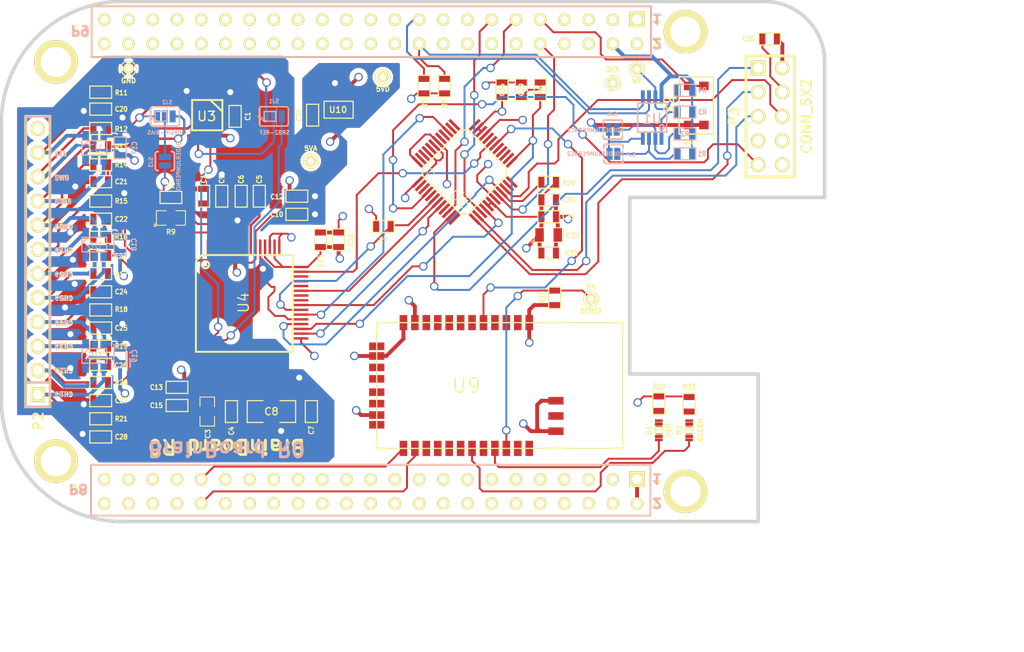
<source format=kicad_pcb>
(kicad_pcb (version 3) (host pcbnew "(2013-05-31 BZR 4019)-stable")
  (layers (15 Front signal hide) (2 Ground power) (1 Power power) (0 Back signal) (18 B.Paste user) (19 F.Paste user) (20 B.SilkS user) (21 F.SilkS user) (22 B.Mask user) (23 F.Mask user) (28 Edge.Cuts user))
  (net 0 "")
  (net 1 +5VA)
  (net 2 +5VD)
  (net 3 /A0)
  (net 4 /A1)
  (net 5 /A2)
  (net 6 "/BrainBoard AFE/BIASIN")
  (net 7 "/BrainBoard AFE/BIASINV")
  (net 8 "/BrainBoard AFE/BIASOUT")
  (net 9 "/BrainBoard AFE/SRB1")
  (net 10 "/BrainBoard AFE/SRB2")
  (net 11 "/BrainBoard AFE/VCAP1")
  (net 12 "/BrainBoard AFE/VCAP2")
  (net 13 "/BrainBoard AFE/VCAP3")
  (net 14 "/BrainBoard AFE/VCAP4")
  (net 15 "/BrainBoard AFE/VREFP")
  (net 16 "/BrainBoard Analog In/BIAS_ELEC")
  (net 17 "/BrainBoard Analog In/BIAS_SHD")
  (net 18 "/BrainBoard Analog In/CH1ELEC_P")
  (net 19 "/BrainBoard Analog In/CH2ELEC_P")
  (net 20 "/BrainBoard Analog In/CH3ELEC_P")
  (net 21 "/BrainBoard Analog In/CH4ELEC_P")
  (net 22 "/BrainBoard Analog In/CH5ELEC_P")
  (net 23 "/BrainBoard Analog In/CH6ELEC_P")
  (net 24 "/BrainBoard Analog In/CH7ELEC_P")
  (net 25 "/BrainBoard Analog In/CH8ELEC_P")
  (net 26 "/BrainBoard Analog In/REF_ELEC")
  (net 27 "/BrainBoard Bluetooth/FACTORY")
  (net 28 "/BrainBoard Bluetooth/STATUS")
  (net 29 "/BrainBoard Bluetooth/STATUSn")
  (net 30 "/BrainBoard MCU/RESET_MCU")
  (net 31 "/BrainBoard MCU/TCK")
  (net 32 "/BrainBoard MCU/TDI")
  (net 33 "/BrainBoard MCU/TDO")
  (net 34 "/BrainBoard MCU/TMS")
  (net 35 /CS)
  (net 36 /DRDY)
  (net 37 /PWDN)
  (net 38 /RESET)
  (net 39 /SCL)
  (net 40 /SDA)
  (net 41 /WP)
  (net 42 3V3)
  (net 43 AGND)
  (net 44 AIN1P)
  (net 45 AIN2P)
  (net 46 AIN3P)
  (net 47 AIN4P)
  (net 48 AIN5P)
  (net 49 AIN6P)
  (net 50 AIN7P)
  (net 51 AIN8P)
  (net 52 BIAS)
  (net 53 MISO)
  (net 54 MOSI)
  (net 55 N-00000104)
  (net 56 N-00000193)
  (net 57 N-00000194)
  (net 58 N-00000204)
  (net 59 N-0000054)
  (net 60 N-0000099)
  (net 61 REF)
  (net 62 RESET_BT)
  (net 63 SCLK)
  (net 64 SHIELD)
  (net 65 START)
  (net 66 SYS_RESETn)
  (net 67 UARTBT_RX)
  (net 68 UARTBT_TX)
  (net 69 UARTUC_RX)
  (net 70 UARTUC_TX)
  (module SparkFun-RF-RN41 (layer Front) (at 201.168 153.9875 180)
    (fp_text reference U9 (at 0 0 180) (layer F.SilkS) (effects (font (size 1.524 1.524))))
    (fp_text value BLUETOOTH-RN42 hide)
    (pad 1 smd rect (at -6.59892 6.59892 180) (size 0.79756 1.59766) (layers Front F.Paste F.Mask) (net 43 AGND))
    (pad 2 smd rect (at -5.3975 6.59892 180) (size 0.79756 1.59766) (layers Front F.Paste F.Mask))
    (pad 3 smd rect (at -4.19862 6.59892 180) (size 0.79756 1.59766) (layers Front F.Paste F.Mask))
    (pad 4 smd rect (at -2.99974 6.59892 180) (size 0.79756 1.59766) (layers Front F.Paste F.Mask))
    (pad 5 smd rect (at -1.79832 6.59892 180) (size 0.79756 1.59766) (layers Front F.Paste F.Mask) (net 62 RESET_BT))
    (pad 6 smd rect (at -0.59944 6.59892 180) (size 0.79756 1.59766) (layers Front F.Paste F.Mask))
    (pad 7 smd rect (at 0.59944 6.59892 180) (size 0.79756 1.59766) (layers Front F.Paste F.Mask))
    (pad 8 smd rect (at 1.79832 6.59892 180) (size 0.79756 1.59766) (layers Front F.Paste F.Mask))
    (pad 9 smd rect (at 2.99974 6.59892 180) (size 0.79756 1.59766) (layers Front F.Paste F.Mask))
    (pad 10 smd rect (at 4.19862 6.59892 180) (size 0.79756 1.59766) (layers Front F.Paste F.Mask))
    (pad 11 smd rect (at 5.3975 6.59892 180) (size 0.79756 1.59766) (layers Front F.Paste F.Mask) (net 42 3V3))
    (pad 12 smd rect (at 6.59892 6.59892 180) (size 0.79756 1.59766) (layers Front F.Paste F.Mask) (net 43 AGND))
    (pad 13 smd rect (at 6.59892 -6.59892 180) (size 0.79756 1.59766) (layers Front F.Paste F.Mask) (net 67 UARTBT_RX))
    (pad 14 smd rect (at 5.3975 -6.59892 180) (size 0.79756 1.59766) (layers Front F.Paste F.Mask) (net 68 UARTBT_TX))
    (pad 15 smd rect (at 4.19862 -6.59892 180) (size 0.79756 1.59766) (layers Front F.Paste F.Mask))
    (pad 16 smd rect (at 2.99974 -6.59892 180) (size 0.79756 1.59766) (layers Front F.Paste F.Mask))
    (pad 17 smd rect (at 1.79832 -6.59892 180) (size 0.79756 1.59766) (layers Front F.Paste F.Mask))
    (pad 18 smd rect (at 0.59944 -6.59892 180) (size 0.79756 1.59766) (layers Front F.Paste F.Mask))
    (pad 19 smd rect (at -0.59944 -6.59892 180) (size 0.79756 1.59766) (layers Front F.Paste F.Mask) (net 28 "/BrainBoard Bluetooth/STATUS"))
    (pad 20 smd rect (at -1.79832 -6.59892 180) (size 0.79756 1.59766) (layers Front F.Paste F.Mask))
    (pad 21 smd rect (at -2.99974 -6.59892 180) (size 0.79756 1.59766) (layers Front F.Paste F.Mask) (net 29 "/BrainBoard Bluetooth/STATUSn"))
    (pad 22 smd rect (at -4.19862 -6.59892 180) (size 0.79756 1.59766) (layers Front F.Paste F.Mask) (net 27 "/BrainBoard Bluetooth/FACTORY"))
    (pad 23 smd rect (at -5.3975 -6.59892 180) (size 0.79756 1.59766) (layers Front F.Paste F.Mask))
    (pad 24 smd rect (at -6.59892 -6.59892 180) (size 0.79756 1.59766) (layers Front F.Paste F.Mask))
    (pad 25 smd rect (at -9.398 -4.79806 270) (size 0.79756 1.59766) (layers Front F.Paste F.Mask) (net 43 AGND))
    (pad 26 smd rect (at -9.398 -3.19786 270) (size 0.79756 1.59766) (layers Front F.Paste F.Mask))
    (pad 27 smd rect (at -9.398 -1.59766 270) (size 0.79756 1.59766) (layers Front F.Paste F.Mask) (net 43 AGND))
    (pad 28 smd rect (at 9.398 -3.0988 270) (size 0.79756 1.59766) (layers Front F.Paste F.Mask) (net 43 AGND))
    (pad 29 smd rect (at 9.398 3.0988 270) (size 0.79756 1.59766) (layers Front F.Paste F.Mask) (net 43 AGND))
    (pad 30 smd rect (at 9.398 4.11988 270) (size 0.79756 1.59766) (layers Front F.Paste F.Mask))
    (pad 31 smd rect (at 9.398 1.89992 270) (size 0.79756 1.59766) (layers Front F.Paste F.Mask))
    (pad 32 smd rect (at 9.398 0.6985 270) (size 0.79756 1.59766) (layers Front F.Paste F.Mask))
    (pad 33 smd rect (at 9.398 -0.6985 270) (size 0.79756 1.59766) (layers Front F.Paste F.Mask))
    (pad 34 smd rect (at 9.398 -1.89992 270) (size 0.79756 1.59766) (layers Front F.Paste F.Mask))
    (pad 35 smd rect (at 9.398 -4.11988 270) (size 0.79756 1.59766) (layers Front F.Paste F.Mask))
  )
  (module TQFP_64 (layer Front) (at 177.8 145.288 270)
    (fp_text reference U4 (at 0 0 270) (layer F.SilkS) (effects (font (size 1.09982 1.09982) (thickness 0.127))))
    (fp_text value ADS1299 hide)
    (pad 1 smd rect (at -3.74904 5.86994 270) (size 0.24892 1.524) (layers Front F.Paste F.Mask))
    (pad 2 smd rect (at -3.24866 5.86994 270) (size 0.24892 1.524) (layers Front F.Paste F.Mask) (net 51 AIN8P))
    (pad 3 smd rect (at -2.74828 5.86994 270) (size 0.24892 1.524) (layers Front F.Paste F.Mask))
    (pad 4 smd rect (at -2.2479 5.86994 270) (size 0.24892 1.524) (layers Front F.Paste F.Mask) (net 50 AIN7P))
    (pad 5 smd rect (at -1.74752 5.86994 270) (size 0.24892 1.524) (layers Front F.Paste F.Mask))
    (pad 6 smd rect (at -1.24968 5.86994 270) (size 0.24892 1.524) (layers Front F.Paste F.Mask) (net 49 AIN6P))
    (pad 7 smd rect (at -0.7493 5.86994 270) (size 0.24892 1.524) (layers Front F.Paste F.Mask))
    (pad 8 smd rect (at -0.24892 5.86994 270) (size 0.24892 1.524) (layers Front F.Paste F.Mask) (net 48 AIN5P))
    (pad 9 smd rect (at 0.25146 5.86994 270) (size 0.24892 1.524) (layers Front F.Paste F.Mask))
    (pad 10 smd rect (at 0.75184 5.86994 270) (size 0.24892 1.524) (layers Front F.Paste F.Mask) (net 47 AIN4P))
    (pad 11 smd rect (at 1.25222 5.86994 270) (size 0.24892 1.524) (layers Front F.Paste F.Mask))
    (pad 12 smd rect (at 1.75006 5.86994 270) (size 0.24892 1.524) (layers Front F.Paste F.Mask) (net 46 AIN3P))
    (pad 13 smd rect (at 2.25044 5.86994 270) (size 0.24892 1.524) (layers Front F.Paste F.Mask))
    (pad 14 smd rect (at 2.75082 5.86994 270) (size 0.24892 1.524) (layers Front F.Paste F.Mask) (net 45 AIN2P))
    (pad 15 smd rect (at 3.2512 5.86994 270) (size 0.24892 1.524) (layers Front F.Paste F.Mask))
    (pad 16 smd rect (at 3.75158 5.86994 270) (size 0.24892 1.524) (layers Front F.Paste F.Mask) (net 44 AIN1P))
    (pad 17 smd rect (at 6.0325 3.74904 270) (size 1.524 0.24892) (layers Front F.Paste F.Mask) (net 9 "/BrainBoard AFE/SRB1"))
    (pad 18 smd rect (at 6.0325 3.24866 270) (size 1.524 0.24892) (layers Front F.Paste F.Mask) (net 10 "/BrainBoard AFE/SRB2"))
    (pad 19 smd rect (at 6.0325 2.74828 270) (size 1.524 0.24892) (layers Front F.Paste F.Mask) (net 1 +5VA))
    (pad 20 smd rect (at 6.0325 2.2479 270) (size 1.524 0.24892) (layers Front F.Paste F.Mask) (net 43 AGND))
    (pad 21 smd rect (at 6.0325 1.74752 270) (size 1.524 0.24892) (layers Front F.Paste F.Mask) (net 1 +5VA))
    (pad 22 smd rect (at 6.0325 1.24968 270) (size 1.524 0.24892) (layers Front F.Paste F.Mask) (net 1 +5VA))
    (pad 23 smd rect (at 6.0325 0.7493 270) (size 1.524 0.24892) (layers Front F.Paste F.Mask) (net 43 AGND))
    (pad 24 smd rect (at 6.0325 0.24892 270) (size 1.524 0.24892) (layers Front F.Paste F.Mask) (net 15 "/BrainBoard AFE/VREFP"))
    (pad 25 smd rect (at 6.0325 -0.25146 270) (size 1.524 0.24892) (layers Front F.Paste F.Mask) (net 43 AGND))
    (pad 26 smd rect (at 6.0325 -0.75184 270) (size 1.524 0.24892) (layers Front F.Paste F.Mask) (net 14 "/BrainBoard AFE/VCAP4"))
    (pad 27 smd rect (at 6.0325 -1.25222 270) (size 1.524 0.24892) (layers Front F.Paste F.Mask))
    (pad 28 smd rect (at 6.0325 -1.75006 270) (size 1.524 0.24892) (layers Front F.Paste F.Mask) (net 11 "/BrainBoard AFE/VCAP1"))
    (pad 29 smd rect (at 6.0325 -2.25044 270) (size 1.524 0.24892) (layers Front F.Paste F.Mask))
    (pad 30 smd rect (at 6.0325 -2.75082 270) (size 1.524 0.24892) (layers Front F.Paste F.Mask) (net 12 "/BrainBoard AFE/VCAP2"))
    (pad 31 smd rect (at 6.0325 -3.2512 270) (size 1.524 0.24892) (layers Front F.Paste F.Mask) (net 43 AGND))
    (pad 32 smd rect (at 6.0325 -3.75158 270) (size 1.524 0.24892) (layers Front F.Paste F.Mask) (net 43 AGND))
    (pad 33 smd rect (at 3.75158 -6.0325 270) (size 0.24892 1.524) (layers Front F.Paste F.Mask) (net 43 AGND))
    (pad 34 smd rect (at 3.2512 -6.0325 270) (size 0.24892 1.524) (layers Front F.Paste F.Mask) (net 54 MOSI))
    (pad 35 smd rect (at 2.75082 -6.0325 270) (size 0.24892 1.524) (layers Front F.Paste F.Mask) (net 37 /PWDN))
    (pad 36 smd rect (at 2.25044 -6.0325 270) (size 0.24892 1.524) (layers Front F.Paste F.Mask) (net 38 /RESET))
    (pad 37 smd rect (at 1.75006 -6.0325 270) (size 0.24892 1.524) (layers Front F.Paste F.Mask) (net 43 AGND))
    (pad 38 smd rect (at 1.25222 -6.0325 270) (size 0.24892 1.524) (layers Front F.Paste F.Mask) (net 65 START))
    (pad 39 smd rect (at 0.75184 -6.0325 270) (size 0.24892 1.524) (layers Front F.Paste F.Mask) (net 35 /CS))
    (pad 40 smd rect (at 0.25146 -6.0325 270) (size 0.24892 1.524) (layers Front F.Paste F.Mask) (net 63 SCLK))
    (pad 41 smd rect (at -0.24892 -6.0325 270) (size 0.24892 1.524) (layers Front F.Paste F.Mask))
    (pad 42 smd rect (at -0.7493 -6.0325 270) (size 0.24892 1.524) (layers Front F.Paste F.Mask))
    (pad 43 smd rect (at -1.24968 -6.0325 270) (size 0.24892 1.524) (layers Front F.Paste F.Mask) (net 53 MISO))
    (pad 44 smd rect (at -1.74752 -6.0325 270) (size 0.24892 1.524) (layers Front F.Paste F.Mask))
    (pad 45 smd rect (at -2.2479 -6.0325 270) (size 0.24892 1.524) (layers Front F.Paste F.Mask))
    (pad 46 smd rect (at -2.74828 -6.0325 270) (size 0.24892 1.524) (layers Front F.Paste F.Mask))
    (pad 47 smd rect (at -3.24866 -6.0325 270) (size 0.24892 1.524) (layers Front F.Paste F.Mask) (net 36 /DRDY))
    (pad 48 smd rect (at -3.74904 -6.0325 270) (size 0.24892 1.524) (layers Front F.Paste F.Mask) (net 42 3V3))
    (pad 49 smd rect (at -5.86994 -3.75158 270) (size 1.524 0.24892) (layers Front F.Paste F.Mask) (net 43 AGND))
    (pad 50 smd rect (at -5.86994 -3.2512 270) (size 1.524 0.24892) (layers Front F.Paste F.Mask) (net 42 3V3))
    (pad 52 smd rect (at -5.86994 -2.25044 270) (size 1.524 0.24892) (layers Front F.Paste F.Mask) (net 42 3V3))
    (pad 51 smd rect (at -5.88772 -2.75082 270) (size 1.524 0.24892) (layers Front F.Paste F.Mask) (net 43 AGND))
    (pad 53 smd rect (at -5.86994 -1.75006 270) (size 1.524 0.24892) (layers Front F.Paste F.Mask) (net 43 AGND))
    (pad 54 smd rect (at -5.86994 -1.25222 270) (size 1.524 0.24892) (layers Front F.Paste F.Mask) (net 1 +5VA))
    (pad 55 smd rect (at -5.86994 -0.75184 270) (size 1.524 0.24892) (layers Front F.Paste F.Mask) (net 13 "/BrainBoard AFE/VCAP3"))
    (pad 56 smd rect (at -5.86994 -0.25146 270) (size 1.524 0.24892) (layers Front F.Paste F.Mask) (net 1 +5VA))
    (pad 57 smd rect (at -5.86994 0.24892 270) (size 1.524 0.24892) (layers Front F.Paste F.Mask) (net 43 AGND))
    (pad 58 smd rect (at -5.86994 0.7493 270) (size 1.524 0.24892) (layers Front F.Paste F.Mask) (net 43 AGND))
    (pad 59 smd rect (at -5.86994 1.24206 270) (size 1.524 0.24892) (layers Front F.Paste F.Mask) (net 1 +5VA))
    (pad 60 smd rect (at -5.86994 1.74244 270) (size 1.524 0.24892) (layers Front F.Paste F.Mask))
    (pad 61 smd rect (at -5.86994 2.24282 270) (size 1.524 0.24892) (layers Front F.Paste F.Mask) (net 7 "/BrainBoard AFE/BIASINV"))
    (pad 62 smd rect (at -5.86994 2.7432 270) (size 1.524 0.24892) (layers Front F.Paste F.Mask) (net 6 "/BrainBoard AFE/BIASIN"))
    (pad 63 smd rect (at -5.86994 3.24104 270) (size 1.524 0.24892) (layers Front F.Paste F.Mask) (net 8 "/BrainBoard AFE/BIASOUT"))
    (pad 64 smd rect (at -5.86994 3.74142 270) (size 1.524 0.24892) (layers Front F.Paste F.Mask))
  )
  (module SM0805 (layer Front) (at 173.99 156.718 90)
    (fp_text reference C3 (at -2.3495 0.0635 90) (layer F.SilkS) (effects (font (size 0.50038 0.50038) (thickness 0.10922))))
    (fp_text value 10uF hide)
    (pad 1 smd rect (at -0.9525 0 90) (size 0.889 1.397) (layers Front F.Paste F.Mask) (net 43 AGND))
    (pad 2 smd rect (at 0.9525 0 90) (size 0.889 1.397) (layers Front F.Paste F.Mask) (net 15 "/BrainBoard AFE/VREFP"))
  )
  (module SparkFun-Passives-SJ_2S-NOTRACE (layer Back) (at 216.5985 129.667 180)
    (fp_text reference SJ4 (at -1.778 -0.0635 180) (layer B.SilkS) (effects (font (size 0.4064 0.4064) (thickness 0.0889)) (justify mirror)))
    (fp_text value SOLDERJUMPERNC2 (at 1.905 0 180) (layer B.SilkS) (effects (font (size 0.4064 0.4064) (thickness 0.0889)) (justify mirror)))
    (pad 1 smd rect (at -0.39878 0 180) (size 0.635 1.27) (layers Back B.Paste B.Mask) (net 5 /A2))
    (pad 2 smd rect (at 0.41148 0 180) (size 0.635 1.27) (layers Back B.Paste B.Mask) (net 43 AGND))
  )
  (module SparkFun-Passives-SJ_2S-NOTRACE (layer Back) (at 216.535 127.127 180)
    (fp_text reference SJ5 (at 0.0635 1.651 180) (layer B.SilkS) (effects (font (size 0.4064 0.4064) (thickness 0.0889)) (justify mirror)))
    (fp_text value SOLDERJUMPERNC2 (at 1.8415 -0.0635 180) (layer B.SilkS) (effects (font (size 0.4064 0.4064) (thickness 0.0889)) (justify mirror)))
    (pad 1 smd rect (at -0.39878 0 180) (size 0.635 1.27) (layers Back B.Paste B.Mask) (net 4 /A1))
    (pad 2 smd rect (at 0.41148 0 180) (size 0.635 1.27) (layers Back B.Paste B.Mask) (net 43 AGND))
  )
  (module SparkFun-Passives-SJ_3_PASTE2&3 (layer Back) (at 169.545 125.73 180)
    (fp_text reference SJ2 (at -0.254 1.4732 180) (layer B.SilkS) (effects (font (size 0.4064 0.4064) (thickness 0.0889)) (justify mirror)))
    (fp_text value SOLDERJUMPER_2WAYPASTE2&3 (at -0.0381 0.00762 180) (layer B.SilkS) (effects (font (size 0.01778 0.01778) (thickness 0.0889)) (justify mirror)))
    (fp_text user BIASIN-BIAS (at -0.0508 -1.7018 180) (layer B.SilkS) (effects (font (size 0.4064 0.4064) (thickness 0.0889)) (justify mirror)))
    (fp_text user PASTE (at 1.2827 -0.2413 500) (layer B.SilkS) (effects (font (size 0.254 0.254) (thickness 0.0889)) (justify mirror)))
    (pad 1 smd rect (at -0.8128 0 180) (size 0.635 1.27) (layers Back B.Paste B.Mask) (net 6 "/BrainBoard AFE/BIASIN"))
    (pad 2 smd rect (at 0 0 180) (size 0.635 1.27) (layers Back B.Paste B.Mask) (net 60 N-0000099))
    (pad 3 smd rect (at 0.8128 0 180) (size 0.635 1.27) (layers Back B.Paste B.Mask) (net 52 BIAS))
  )
  (module SparkFun-Passives-SJ_3_PASTE2&3 (layer Back) (at 180.975 125.73 180)
    (fp_text reference SJ1 (at 0 1.5875 180) (layer B.SilkS) (effects (font (size 0.4064 0.4064) (thickness 0.0889)) (justify mirror)))
    (fp_text value SOLDERJUMPER_2WAYPASTE2&3 (at -0.0381 0.00762 180) (layer B.SilkS) (effects (font (size 0.01778 0.01778) (thickness 0.0889)) (justify mirror)))
    (fp_text user SRB2-REF (at -0.0508 -1.7018 180) (layer B.SilkS) (effects (font (size 0.4064 0.4064) (thickness 0.0889)) (justify mirror)))
    (fp_text user PASTE (at 1.2827 -0.2413 500) (layer B.SilkS) (effects (font (size 0.254 0.254) (thickness 0.0889)) (justify mirror)))
    (pad 1 smd rect (at -0.8128 0 180) (size 0.635 1.27) (layers Back B.Paste B.Mask) (net 10 "/BrainBoard AFE/SRB2"))
    (pad 2 smd rect (at 0 0 180) (size 0.635 1.27) (layers Back B.Paste B.Mask) (net 55 N-00000104))
    (pad 3 smd rect (at 0.8128 0 180) (size 0.635 1.27) (layers Back B.Paste B.Mask) (net 61 REF))
  )
  (module SSOP8 (layer Back) (at 220.6625 125.857 180)
    (fp_text reference U1 (at 0 -0.127 180) (layer B.SilkS) (effects (font (size 1.016 1.016) (thickness 0.1524)) (justify mirror)))
    (fp_text value 24C256 hide)
    (pad 1 smd rect (at -0.9779 -2.2225 180) (size 0.4064 1.27) (layers Back B.Paste B.Mask) (net 3 /A0))
    (pad 2 smd rect (at -0.3302 -2.2225 180) (size 0.4064 1.27) (layers Back B.Paste B.Mask) (net 4 /A1))
    (pad 3 smd rect (at 0.3302 -2.2225 180) (size 0.4064 1.27) (layers Back B.Paste B.Mask) (net 5 /A2))
    (pad 4 smd rect (at 0.9779 -2.2225 180) (size 0.4064 1.27) (layers Back B.Paste B.Mask) (net 43 AGND))
    (pad 5 smd rect (at 0.9779 2.2225 180) (size 0.4064 1.27) (layers Back B.Paste B.Mask) (net 40 /SDA))
    (pad 6 smd rect (at 0.3302 2.2225 180) (size 0.4064 1.27) (layers Back B.Paste B.Mask) (net 39 /SCL))
    (pad 7 smd rect (at -0.3302 2.2225 180) (size 0.4064 1.27) (layers Back B.Paste B.Mask) (net 41 /WP))
    (pad 8 smd rect (at -0.9779 2.2225 180) (size 0.4064 1.27) (layers Back B.Paste B.Mask) (net 42 3V3))
  )
  (module SparkFun-Passives-SJ_2S-NO (layer Back) (at 169.545 130.429 270)
    (fp_text reference SJ3 (at 0.10668 1.4732 270) (layer B.SilkS) (effects (font (size 0.4064 0.4064) (thickness 0.0889)) (justify mirror)))
    (fp_text value SOLDERJUMPERNO (at 0.30988 -1.4478 270) (layer B.SilkS) (effects (font (size 0.4064 0.4064) (thickness 0.0889)) (justify mirror)))
    (pad 1 smd rect (at -0.44958 0 270) (size 0.635 1.27) (layers Back B.Paste B.Mask) (net 60 N-0000099))
    (pad 2 smd rect (at 0.44958 0 270) (size 0.635 1.27) (layers Back B.Paste B.Mask) (net 8 "/BrainBoard AFE/BIASOUT"))
  )
  (module SOT23-5 (layer Front) (at 187.7695 125.0315 180)
    (fp_text reference U10 (at 0.0635 0 180) (layer F.SilkS) (effects (font (size 0.635 0.635) (thickness 0.127))))
    (fp_text value TPS73150 hide)
    (pad 1 smd rect (at -0.9525 1.27 180) (size 0.508 0.762) (layers Front F.Paste F.Mask) (net 2 +5VD))
    (pad 3 smd rect (at 0.9525 1.27 180) (size 0.508 0.762) (layers Front F.Paste F.Mask) (net 2 +5VD))
    (pad 5 smd rect (at -0.9525 -1.27 180) (size 0.508 0.762) (layers Front F.Paste F.Mask) (net 1 +5VA))
    (pad 2 smd rect (at 0 1.27 180) (size 0.508 0.762) (layers Front F.Paste F.Mask) (net 43 AGND))
    (pad 4 smd rect (at 0.9525 -1.27 180) (size 0.508 0.762) (layers Front F.Paste F.Mask) (net 58 N-00000204))
  )
  (module SM0805 (layer Front) (at 170.18 136.398)
    (fp_text reference R9 (at 0 1.4605) (layer F.SilkS) (effects (font (size 0.50038 0.50038) (thickness 0.10922))))
    (fp_text value 499K,0.1% hide)
    (pad 1 smd rect (at -0.9525 0) (size 0.889 1.397) (layers Front F.Paste F.Mask) (net 8 "/BrainBoard AFE/BIASOUT"))
    (pad 2 smd rect (at 0.9525 0) (size 0.889 1.397) (layers Front F.Paste F.Mask) (net 7 "/BrainBoard AFE/BIASINV"))
  )
  (module SM0603 (layer Back) (at 164.846 129.032 90)
    (fp_text reference C17 (at 0 1.524 90) (layer B.SilkS) (effects (font (size 0.508 0.4572) (thickness 0.1143)) (justify mirror)))
    (fp_text value 0.1uF hide)
    (pad 1 smd rect (at -0.762 0 90) (size 0.635 1.143) (layers Back B.Paste B.Mask) (net 1 +5VA))
    (pad 2 smd rect (at 0.762 0 90) (size 0.635 1.143) (layers Back B.Paste B.Mask) (net 43 AGND))
  )
  (module SM0603 (layer Front) (at 162.814 157.48)
    (fp_text reference R21 (at 2.159 0) (layer F.SilkS) (effects (font (size 0.508 0.4572) (thickness 0.1143))))
    (fp_text value 4.99K hide)
    (pad 1 smd rect (at -0.762 0) (size 0.635 1.143) (layers Front F.Paste F.Mask) (net 18 "/BrainBoard Analog In/CH1ELEC_P"))
    (pad 2 smd rect (at 0.762 0) (size 0.635 1.143) (layers Front F.Paste F.Mask) (net 44 AIN1P))
  )
  (module SM0603 (layer Front) (at 162.814 130.81)
    (fp_text reference R14 (at 2.159 0) (layer F.SilkS) (effects (font (size 0.508 0.4572) (thickness 0.1143))))
    (fp_text value 4.99K hide)
    (pad 1 smd rect (at -0.762 0) (size 0.635 1.143) (layers Front F.Paste F.Mask) (net 25 "/BrainBoard Analog In/CH8ELEC_P"))
    (pad 2 smd rect (at 0.762 0) (size 0.635 1.143) (layers Front F.Paste F.Mask) (net 51 AIN8P))
  )
  (module SM0603 (layer Front) (at 162.814 153.67)
    (fp_text reference R20 (at 2.159 0) (layer F.SilkS) (effects (font (size 0.508 0.4572) (thickness 0.1143))))
    (fp_text value 4.99K hide)
    (pad 1 smd rect (at -0.762 0) (size 0.635 1.143) (layers Front F.Paste F.Mask) (net 19 "/BrainBoard Analog In/CH2ELEC_P"))
    (pad 2 smd rect (at 0.762 0) (size 0.635 1.143) (layers Front F.Paste F.Mask) (net 45 AIN2P))
  )
  (module SM0603 (layer Front) (at 162.814 149.86)
    (fp_text reference R19 (at 2.159 0) (layer F.SilkS) (effects (font (size 0.508 0.4572) (thickness 0.1143))))
    (fp_text value 4.99K hide)
    (pad 1 smd rect (at -0.762 0) (size 0.635 1.143) (layers Front F.Paste F.Mask) (net 20 "/BrainBoard Analog In/CH3ELEC_P"))
    (pad 2 smd rect (at 0.762 0) (size 0.635 1.143) (layers Front F.Paste F.Mask) (net 46 AIN3P))
  )
  (module SM0603 (layer Front) (at 162.814 146.05)
    (fp_text reference R18 (at 2.159 -0.0635) (layer F.SilkS) (effects (font (size 0.508 0.4572) (thickness 0.1143))))
    (fp_text value 4.99K hide)
    (pad 1 smd rect (at -0.762 0) (size 0.635 1.143) (layers Front F.Paste F.Mask) (net 21 "/BrainBoard Analog In/CH4ELEC_P"))
    (pad 2 smd rect (at 0.762 0) (size 0.635 1.143) (layers Front F.Paste F.Mask) (net 47 AIN4P))
  )
  (module SM0603 (layer Front) (at 162.814 142.24)
    (fp_text reference R17 (at 2.159 0.0635) (layer F.SilkS) (effects (font (size 0.508 0.4572) (thickness 0.1143))))
    (fp_text value 4.99K hide)
    (pad 1 smd rect (at -0.762 0) (size 0.635 1.143) (layers Front F.Paste F.Mask) (net 22 "/BrainBoard Analog In/CH5ELEC_P"))
    (pad 2 smd rect (at 0.762 0) (size 0.635 1.143) (layers Front F.Paste F.Mask) (net 48 AIN5P))
  )
  (module SM0603 (layer Front) (at 162.814 138.43)
    (fp_text reference R16 (at 2.159 -0.0635) (layer F.SilkS) (effects (font (size 0.508 0.4572) (thickness 0.1143))))
    (fp_text value 4.99K hide)
    (pad 1 smd rect (at -0.762 0) (size 0.635 1.143) (layers Front F.Paste F.Mask) (net 23 "/BrainBoard Analog In/CH6ELEC_P"))
    (pad 2 smd rect (at 0.762 0) (size 0.635 1.143) (layers Front F.Paste F.Mask) (net 49 AIN6P))
  )
  (module SM0603 (layer Front) (at 162.814 134.62)
    (fp_text reference R15 (at 2.159 0) (layer F.SilkS) (effects (font (size 0.508 0.4572) (thickness 0.1143))))
    (fp_text value 4.99K hide)
    (pad 1 smd rect (at -0.762 0) (size 0.635 1.143) (layers Front F.Paste F.Mask) (net 24 "/BrainBoard Analog In/CH7ELEC_P"))
    (pad 2 smd rect (at 0.762 0) (size 0.635 1.143) (layers Front F.Paste F.Mask) (net 50 AIN7P))
  )
  (module SM0603 (layer Front) (at 162.814 147.955 180)
    (fp_text reference C25 (at -2.159 0 180) (layer F.SilkS) (effects (font (size 0.508 0.4572) (thickness 0.1143))))
    (fp_text value 4.7nF hide)
    (pad 1 smd rect (at -0.762 0 180) (size 0.635 1.143) (layers Front F.Paste F.Mask) (net 47 AIN4P))
    (pad 2 smd rect (at 0.762 0 180) (size 0.635 1.143) (layers Front F.Paste F.Mask) (net 43 AGND))
  )
  (module SM0603 (layer Front) (at 187.7695 138.684 90)
    (fp_text reference C16 (at 0 1.27 90) (layer F.SilkS) (effects (font (size 0.508 0.4572) (thickness 0.1143))))
    (fp_text value 0.1uF hide)
    (pad 1 smd rect (at -0.762 0 90) (size 0.635 1.143) (layers Front F.Paste F.Mask) (net 42 3V3))
    (pad 2 smd rect (at 0.762 0 90) (size 0.635 1.143) (layers Front F.Paste F.Mask) (net 43 AGND))
  )
  (module SM0603 (layer Front) (at 162.814 127)
    (fp_text reference R12 (at 2.159 0.0635) (layer F.SilkS) (effects (font (size 0.508 0.4572) (thickness 0.1143))))
    (fp_text value 4.99K hide)
    (pad 1 smd rect (at -0.762 0) (size 0.635 1.143) (layers Front F.Paste F.Mask) (net 16 "/BrainBoard Analog In/BIAS_ELEC"))
    (pad 2 smd rect (at 0.762 0) (size 0.635 1.143) (layers Front F.Paste F.Mask) (net 52 BIAS))
  )
  (module SM0603 (layer Back) (at 164.846 150.876 90)
    (fp_text reference C19 (at 0 1.524 90) (layer B.SilkS) (effects (font (size 0.508 0.4572) (thickness 0.1143)) (justify mirror)))
    (fp_text value 0.1uF hide)
    (pad 1 smd rect (at -0.762 0 90) (size 0.635 1.143) (layers Back B.Paste B.Mask) (net 1 +5VA))
    (pad 2 smd rect (at 0.762 0 90) (size 0.635 1.143) (layers Back B.Paste B.Mask) (net 43 AGND))
  )
  (module SM0603 (layer Front) (at 162.814 123.19)
    (fp_text reference R11 (at 2.159 0.0635) (layer F.SilkS) (effects (font (size 0.508 0.4572) (thickness 0.1143))))
    (fp_text value 4.99K hide)
    (pad 1 smd rect (at -0.762 0) (size 0.635 1.143) (layers Front F.Paste F.Mask) (net 26 "/BrainBoard Analog In/REF_ELEC"))
    (pad 2 smd rect (at 0.762 0) (size 0.635 1.143) (layers Front F.Paste F.Mask) (net 61 REF))
  )
  (module SM0603 (layer Front) (at 162.814 128.905)
    (fp_text reference R13 (at 2.159 0.0635) (layer F.SilkS) (effects (font (size 0.508 0.4572) (thickness 0.1143))))
    (fp_text value 4.99K hide)
    (pad 1 smd rect (at -0.762 0) (size 0.635 1.143) (layers Front F.Paste F.Mask) (net 17 "/BrainBoard Analog In/BIAS_SHD"))
    (pad 2 smd rect (at 0.762 0) (size 0.635 1.143) (layers Front F.Paste F.Mask) (net 64 SHIELD))
  )
  (module SM0603 (layer Back) (at 164.846 139.192 90)
    (fp_text reference C18 (at 0 1.4605 90) (layer B.SilkS) (effects (font (size 0.508 0.4572) (thickness 0.1143)) (justify mirror)))
    (fp_text value 0.1uF hide)
    (pad 1 smd rect (at -0.762 0 90) (size 0.635 1.143) (layers Back B.Paste B.Mask) (net 1 +5VA))
    (pad 2 smd rect (at 0.762 0 90) (size 0.635 1.143) (layers Back B.Paste B.Mask) (net 43 AGND))
  )
  (module SM0603 (layer Front) (at 209.804 140.081)
    (fp_text reference C33 (at 2.413 0) (layer F.SilkS) (effects (font (size 0.508 0.4572) (thickness 0.1143))))
    (fp_text value 0.1uF hide)
    (pad 1 smd rect (at -0.762 0) (size 0.635 1.143) (layers Front F.Paste F.Mask) (net 42 3V3))
    (pad 2 smd rect (at 0.762 0) (size 0.635 1.143) (layers Front F.Paste F.Mask) (net 43 AGND))
  )
  (module SM0603 (layer Front) (at 209.804 134.493)
    (fp_text reference C30 (at 2.0955 0) (layer F.SilkS) (effects (font (size 0.508 0.4572) (thickness 0.1143))))
    (fp_text value 2.2uF hide)
    (pad 1 smd rect (at -0.762 0) (size 0.635 1.143) (layers Front F.Paste F.Mask) (net 42 3V3))
    (pad 2 smd rect (at 0.762 0) (size 0.635 1.143) (layers Front F.Paste F.Mask) (net 43 AGND))
  )
  (module SM0603 (layer Front) (at 206.9465 122.936 90)
    (fp_text reference C29 (at 0 0 90) (layer F.SilkS) (effects (font (size 0.508 0.4572) (thickness 0.1143))))
    (fp_text value 0.1uF hide)
    (pad 1 smd rect (at -0.762 0 90) (size 0.635 1.143) (layers Front F.Paste F.Mask) (net 42 3V3))
    (pad 2 smd rect (at 0.762 0 90) (size 0.635 1.143) (layers Front F.Paste F.Mask) (net 43 AGND))
  )
  (module SM0603 (layer Front) (at 162.814 159.385 180)
    (fp_text reference C28 (at -2.159 0 180) (layer F.SilkS) (effects (font (size 0.508 0.4572) (thickness 0.1143))))
    (fp_text value 4.7nF hide)
    (pad 1 smd rect (at -0.762 0 180) (size 0.635 1.143) (layers Front F.Paste F.Mask) (net 44 AIN1P))
    (pad 2 smd rect (at 0.762 0 180) (size 0.635 1.143) (layers Front F.Paste F.Mask) (net 43 AGND))
  )
  (module SM0603 (layer Front) (at 204.9145 122.936 90)
    (fp_text reference C34 (at 0 0 90) (layer F.SilkS) (effects (font (size 0.508 0.4572) (thickness 0.1143))))
    (fp_text value 0.1uF hide)
    (pad 1 smd rect (at -0.762 0 90) (size 0.635 1.143) (layers Front F.Paste F.Mask) (net 42 3V3))
    (pad 2 smd rect (at 0.762 0 90) (size 0.635 1.143) (layers Front F.Paste F.Mask) (net 43 AGND))
  )
  (module SM0603 (layer Front) (at 210.439 144.78 270)
    (fp_text reference R24 (at -0.0635 1.3335 270) (layer F.SilkS) (effects (font (size 0.508 0.4572) (thickness 0.1143))))
    (fp_text value 10K hide)
    (pad 1 smd rect (at -0.762 0 270) (size 0.635 1.143) (layers Front F.Paste F.Mask) (net 27 "/BrainBoard Bluetooth/FACTORY"))
    (pad 2 smd rect (at 0.762 0 270) (size 0.635 1.143) (layers Front F.Paste F.Mask) (net 43 AGND))
  )
  (module SM0603 (layer Front) (at 232.9815 117.602)
    (fp_text reference C35 (at -2.2225 0) (layer F.SilkS) (effects (font (size 0.508 0.4572) (thickness 0.1143))))
    (fp_text value 0.1uF hide)
    (pad 1 smd rect (at -0.762 0) (size 0.635 1.143) (layers Front F.Paste F.Mask) (net 42 3V3))
    (pad 2 smd rect (at 0.762 0) (size 0.635 1.143) (layers Front F.Paste F.Mask) (net 43 AGND))
  )
  (module SM0603 (layer Front) (at 183.388 134.112)
    (fp_text reference C12 (at -2.0955 0.0635) (layer F.SilkS) (effects (font (size 0.508 0.4572) (thickness 0.1143))))
    (fp_text value 0.1uF hide)
    (pad 1 smd rect (at -0.762 0) (size 0.635 1.143) (layers Front F.Paste F.Mask) (net 1 +5VA))
    (pad 2 smd rect (at 0.762 0) (size 0.635 1.143) (layers Front F.Paste F.Mask) (net 43 AGND))
  )
  (module SM0603 (layer Front) (at 198.882 122.555 90)
    (fp_text reference R6 (at -1.8415 0 90) (layer F.SilkS) (effects (font (size 0.508 0.4572) (thickness 0.1143))))
    (fp_text value 5.6K hide)
    (pad 1 smd rect (at -0.762 0 90) (size 0.635 1.143) (layers Front F.Paste F.Mask) (net 42 3V3))
    (pad 2 smd rect (at 0.762 0 90) (size 0.635 1.143) (layers Front F.Paste F.Mask) (net 40 /SDA))
  )
  (module SM0603 (layer Front) (at 196.723 122.555 90)
    (fp_text reference R5 (at -1.8415 0.0635 90) (layer F.SilkS) (effects (font (size 0.508 0.4572) (thickness 0.1143))))
    (fp_text value 5.6K hide)
    (pad 1 smd rect (at -0.762 0 90) (size 0.635 1.143) (layers Front F.Paste F.Mask) (net 42 3V3))
    (pad 2 smd rect (at 0.762 0 90) (size 0.635 1.143) (layers Front F.Paste F.Mask) (net 39 /SCL))
  )
  (module SM0603 (layer Back) (at 224.0915 122.9995 180)
    (fp_text reference R4 (at -1.8415 0 180) (layer B.SilkS) (effects (font (size 0.508 0.4572) (thickness 0.1143)) (justify mirror)))
    (fp_text value 10K hide)
    (pad 1 smd rect (at -0.762 0 180) (size 0.635 1.143) (layers Back B.Paste B.Mask) (net 42 3V3))
    (pad 2 smd rect (at 0.762 0 180) (size 0.635 1.143) (layers Back B.Paste B.Mask) (net 41 /WP))
  )
  (module SM0603 (layer Back) (at 224.0915 127.5715 180)
    (fp_text reference R2 (at 0 0 180) (layer B.SilkS) (effects (font (size 0.508 0.4572) (thickness 0.1143)) (justify mirror)))
    (fp_text value 4.7K hide)
    (pad 1 smd rect (at -0.762 0 180) (size 0.635 1.143) (layers Back B.Paste B.Mask) (net 42 3V3))
    (pad 2 smd rect (at 0.762 0 180) (size 0.635 1.143) (layers Back B.Paste B.Mask) (net 4 /A1))
  )
  (module SM0603 (layer Back) (at 224.0915 125.2855 180)
    (fp_text reference R3 (at -1.8415 0 180) (layer B.SilkS) (effects (font (size 0.508 0.4572) (thickness 0.1143)) (justify mirror)))
    (fp_text value 4.7K hide)
    (pad 1 smd rect (at -0.762 0 180) (size 0.635 1.143) (layers Back B.Paste B.Mask) (net 42 3V3))
    (pad 2 smd rect (at 0.762 0 180) (size 0.635 1.143) (layers Back B.Paste B.Mask) (net 3 /A0))
  )
  (module SM0603 (layer Back) (at 224.0915 129.667 180)
    (fp_text reference R1 (at -1.778 0 180) (layer B.SilkS) (effects (font (size 0.508 0.4572) (thickness 0.1143)) (justify mirror)))
    (fp_text value 4.7K hide)
    (pad 1 smd rect (at -0.762 0 180) (size 0.635 1.143) (layers Back B.Paste B.Mask) (net 42 3V3))
    (pad 2 smd rect (at 0.762 0 180) (size 0.635 1.143) (layers Back B.Paste B.Mask) (net 5 /A2))
  )
  (module SM0603 (layer Front) (at 176.53 156.718 270)
    (fp_text reference C4 (at 2.032 0 270) (layer F.SilkS) (effects (font (size 0.508 0.4572) (thickness 0.1143))))
    (fp_text value 1uF hide)
    (pad 1 smd rect (at -0.762 0 270) (size 0.635 1.143) (layers Front F.Paste F.Mask) (net 14 "/BrainBoard AFE/VCAP4"))
    (pad 2 smd rect (at 0.762 0 270) (size 0.635 1.143) (layers Front F.Paste F.Mask) (net 43 AGND))
  )
  (module SM0603 (layer Front) (at 179.451 134.112 90)
    (fp_text reference C5 (at 1.778 0 90) (layer F.SilkS) (effects (font (size 0.508 0.4572) (thickness 0.1143))))
    (fp_text value 1uF hide)
    (pad 1 smd rect (at -0.762 0 90) (size 0.635 1.143) (layers Front F.Paste F.Mask) (net 13 "/BrainBoard AFE/VCAP3"))
    (pad 2 smd rect (at 0.762 0 90) (size 0.635 1.143) (layers Front F.Paste F.Mask) (net 43 AGND))
  )
  (module SM0603 (layer Front) (at 177.546 134.112 90)
    (fp_text reference C6 (at 1.778 0 90) (layer F.SilkS) (effects (font (size 0.508 0.4572) (thickness 0.1143))))
    (fp_text value 0.1uF hide)
    (pad 1 smd rect (at -0.762 0 90) (size 0.635 1.143) (layers Front F.Paste F.Mask) (net 13 "/BrainBoard AFE/VCAP3"))
    (pad 2 smd rect (at 0.762 0 90) (size 0.635 1.143) (layers Front F.Paste F.Mask) (net 43 AGND))
  )
  (module SM0603 (layer Front) (at 183.388 136.017)
    (fp_text reference C10 (at -2.0955 0) (layer F.SilkS) (effects (font (size 0.508 0.4572) (thickness 0.1143))))
    (fp_text value 1uF hide)
    (pad 1 smd rect (at -0.762 0) (size 0.635 1.143) (layers Front F.Paste F.Mask) (net 1 +5VA))
    (pad 2 smd rect (at 0.762 0) (size 0.635 1.143) (layers Front F.Paste F.Mask) (net 43 AGND))
  )
  (module SM0603 (layer Front) (at 162.814 155.575 180)
    (fp_text reference C27 (at -2.159 0 180) (layer F.SilkS) (effects (font (size 0.508 0.4572) (thickness 0.1143))))
    (fp_text value 4.7nF hide)
    (pad 1 smd rect (at -0.762 0 180) (size 0.635 1.143) (layers Front F.Paste F.Mask) (net 45 AIN2P))
    (pad 2 smd rect (at 0.762 0 180) (size 0.635 1.143) (layers Front F.Paste F.Mask) (net 43 AGND))
  )
  (module SM0603 (layer Front) (at 185.8645 138.684 90)
    (fp_text reference C14 (at -2.2225 0 90) (layer F.SilkS) (effects (font (size 0.508 0.4572) (thickness 0.1143))))
    (fp_text value 1uF hide)
    (pad 1 smd rect (at -0.762 0 90) (size 0.635 1.143) (layers Front F.Paste F.Mask) (net 42 3V3))
    (pad 2 smd rect (at 0.762 0 90) (size 0.635 1.143) (layers Front F.Paste F.Mask) (net 43 AGND))
  )
  (module SM0603 (layer Front) (at 175.514 134.112 90)
    (fp_text reference C9 (at 1.778 0 90) (layer F.SilkS) (effects (font (size 0.508 0.4572) (thickness 0.1143))))
    (fp_text value 1uF hide)
    (pad 1 smd rect (at -0.762 0 90) (size 0.635 1.143) (layers Front F.Paste F.Mask) (net 1 +5VA))
    (pad 2 smd rect (at 0.762 0 90) (size 0.635 1.143) (layers Front F.Paste F.Mask) (net 43 AGND))
  )
  (module SM0603 (layer Front) (at 173.609 134.112 90)
    (fp_text reference C11 (at 2.032 0 90) (layer F.SilkS) (effects (font (size 0.508 0.4572) (thickness 0.1143))))
    (fp_text value 0.1uF hide)
    (pad 1 smd rect (at -0.762 0 90) (size 0.635 1.143) (layers Front F.Paste F.Mask) (net 1 +5VA))
    (pad 2 smd rect (at 0.762 0 90) (size 0.635 1.143) (layers Front F.Paste F.Mask) (net 43 AGND))
  )
  (module SM0603 (layer Front) (at 162.814 151.765 180)
    (fp_text reference C26 (at -2.0955 -0.127 180) (layer F.SilkS) (effects (font (size 0.508 0.4572) (thickness 0.1143))))
    (fp_text value 4.7nF hide)
    (pad 1 smd rect (at -0.762 0 180) (size 0.635 1.143) (layers Front F.Paste F.Mask) (net 46 AIN3P))
    (pad 2 smd rect (at 0.762 0 180) (size 0.635 1.143) (layers Front F.Paste F.Mask) (net 43 AGND))
  )
  (module SM0603 (layer Front) (at 162.814 144.145 180)
    (fp_text reference C24 (at -2.159 0 180) (layer F.SilkS) (effects (font (size 0.508 0.4572) (thickness 0.1143))))
    (fp_text value 4.7nF hide)
    (pad 1 smd rect (at -0.762 0 180) (size 0.635 1.143) (layers Front F.Paste F.Mask) (net 48 AIN5P))
    (pad 2 smd rect (at 0.762 0 180) (size 0.635 1.143) (layers Front F.Paste F.Mask) (net 43 AGND))
  )
  (module SM0603 (layer Front) (at 162.814 140.335 180)
    (fp_text reference C23 (at -2.0955 -0.0635 180) (layer F.SilkS) (effects (font (size 0.508 0.4572) (thickness 0.1143))))
    (fp_text value 4.7nF hide)
    (pad 1 smd rect (at -0.762 0 180) (size 0.635 1.143) (layers Front F.Paste F.Mask) (net 49 AIN6P))
    (pad 2 smd rect (at 0.762 0 180) (size 0.635 1.143) (layers Front F.Paste F.Mask) (net 43 AGND))
  )
  (module SM0603 (layer Front) (at 162.814 136.525 180)
    (fp_text reference C22 (at -2.159 0 180) (layer F.SilkS) (effects (font (size 0.508 0.4572) (thickness 0.1143))))
    (fp_text value 4.7nF hide)
    (pad 1 smd rect (at -0.762 0 180) (size 0.635 1.143) (layers Front F.Paste F.Mask) (net 50 AIN7P))
    (pad 2 smd rect (at 0.762 0 180) (size 0.635 1.143) (layers Front F.Paste F.Mask) (net 43 AGND))
  )
  (module SM0603 (layer Front) (at 162.814 132.588 180)
    (fp_text reference C21 (at -2.159 0 180) (layer F.SilkS) (effects (font (size 0.508 0.4572) (thickness 0.1143))))
    (fp_text value 4.7nF hide)
    (pad 1 smd rect (at -0.762 0 180) (size 0.635 1.143) (layers Front F.Paste F.Mask) (net 51 AIN8P))
    (pad 2 smd rect (at 0.762 0 180) (size 0.635 1.143) (layers Front F.Paste F.Mask) (net 43 AGND))
  )
  (module SM0603 (layer Front) (at 162.814 124.968 180)
    (fp_text reference C20 (at -2.159 0 180) (layer F.SilkS) (effects (font (size 0.508 0.4572) (thickness 0.1143))))
    (fp_text value 4.7nF hide)
    (pad 1 smd rect (at -0.762 0 180) (size 0.635 1.143) (layers Front F.Paste F.Mask) (net 61 REF))
    (pad 2 smd rect (at 0.762 0 180) (size 0.635 1.143) (layers Front F.Paste F.Mask) (net 43 AGND))
  )
  (module SM0603 (layer Front) (at 176.911 125.73 90)
    (fp_text reference C1 (at 0 1.3335 90) (layer F.SilkS) (effects (font (size 0.508 0.4572) (thickness 0.1143))))
    (fp_text value 0.1uF hide)
    (pad 1 smd rect (at -0.762 0 90) (size 0.635 1.143) (layers Front F.Paste F.Mask) (net 1 +5VA))
    (pad 2 smd rect (at 0.762 0 90) (size 0.635 1.143) (layers Front F.Paste F.Mask) (net 43 AGND))
  )
  (module SM0603 (layer Front) (at 209.804 132.6515 180)
    (fp_text reference R10 (at -2.0955 -0.0635 180) (layer F.SilkS) (effects (font (size 0.508 0.4572) (thickness 0.1143))))
    (fp_text value 10K hide)
    (pad 1 smd rect (at -0.762 0 180) (size 0.635 1.143) (layers Front F.Paste F.Mask) (net 42 3V3))
    (pad 2 smd rect (at 0.762 0 180) (size 0.635 1.143) (layers Front F.Paste F.Mask) (net 38 /RESET))
  )
  (module SM0603 (layer Front) (at 208.915 122.936 270)
    (fp_text reference R8 (at 0 0 270) (layer F.SilkS) (effects (font (size 0.508 0.4572) (thickness 0.1143))))
    (fp_text value 10K hide)
    (pad 1 smd rect (at -0.762 0 270) (size 0.635 1.143) (layers Front F.Paste F.Mask) (net 42 3V3))
    (pad 2 smd rect (at 0.762 0 270) (size 0.635 1.143) (layers Front F.Paste F.Mask) (net 37 /PWDN))
  )
  (module SM0603 (layer Front) (at 192.4685 137.287)
    (fp_text reference R7 (at 0 1.4605) (layer F.SilkS) (effects (font (size 0.508 0.4572) (thickness 0.1143))))
    (fp_text value 10K hide)
    (pad 1 smd rect (at -0.762 0) (size 0.635 1.143) (layers Front F.Paste F.Mask) (net 42 3V3))
    (pad 2 smd rect (at 0.762 0) (size 0.635 1.143) (layers Front F.Paste F.Mask) (net 35 /CS))
  )
  (module SM0603 (layer Front) (at 170.815 156.083 180)
    (fp_text reference C15 (at 2.159 0 180) (layer F.SilkS) (effects (font (size 0.508 0.4572) (thickness 0.1143))))
    (fp_text value 0.1uF hide)
    (pad 1 smd rect (at -0.762 0 180) (size 0.635 1.143) (layers Front F.Paste F.Mask) (net 1 +5VA))
    (pad 2 smd rect (at 0.762 0 180) (size 0.635 1.143) (layers Front F.Paste F.Mask) (net 43 AGND))
  )
  (module SM0603 (layer Front) (at 170.815 154.178 180)
    (fp_text reference C13 (at 2.159 0 180) (layer F.SilkS) (effects (font (size 0.508 0.4572) (thickness 0.1143))))
    (fp_text value 1uF hide)
    (pad 1 smd rect (at -0.762 0 180) (size 0.635 1.143) (layers Front F.Paste F.Mask) (net 1 +5VA))
    (pad 2 smd rect (at 0.762 0 180) (size 0.635 1.143) (layers Front F.Paste F.Mask) (net 43 AGND))
  )
  (module PIN_ARRAY_5x2 (layer Front) (at 233.045 125.73 270)
    (fp_text reference P3 (at 0 3.81 270) (layer F.SilkS) (effects (font (size 1.016 1.016) (thickness 0.2032))))
    (fp_text value CONN_5X2 (at 0 -3.81 270) (layer F.SilkS) (effects (font (size 1.016 1.016) (thickness 0.2032))))
    (pad 1 thru_hole rect (at -5.08 1.27 270) (size 1.524 1.524) (drill 1.016) (layers *.Cu *.Mask F.SilkS) (net 31 "/BrainBoard MCU/TCK"))
    (pad 2 thru_hole circle (at -5.08 -1.27 270) (size 1.524 1.524) (drill 1.016) (layers *.Cu *.Mask F.SilkS) (net 43 AGND))
    (pad 3 thru_hole circle (at -2.54 1.27 270) (size 1.524 1.524) (drill 1.016) (layers *.Cu *.Mask F.SilkS) (net 33 "/BrainBoard MCU/TDO"))
    (pad 4 thru_hole circle (at -2.54 -1.27 270) (size 1.524 1.524) (drill 1.016) (layers *.Cu *.Mask F.SilkS) (net 42 3V3))
    (pad 5 thru_hole circle (at 0 1.27 270) (size 1.524 1.524) (drill 1.016) (layers *.Cu *.Mask F.SilkS) (net 34 "/BrainBoard MCU/TMS"))
    (pad 6 thru_hole circle (at 0 -1.27 270) (size 1.524 1.524) (drill 1.016) (layers *.Cu *.Mask F.SilkS) (net 30 "/BrainBoard MCU/RESET_MCU"))
    (pad 7 thru_hole circle (at 2.54 1.27 270) (size 1.524 1.524) (drill 1.016) (layers *.Cu *.Mask F.SilkS))
    (pad 8 thru_hole circle (at 2.54 -1.27 270) (size 1.524 1.524) (drill 1.016) (layers *.Cu *.Mask F.SilkS))
    (pad 9 thru_hole circle (at 5.08 1.27 270) (size 1.524 1.524) (drill 1.016) (layers *.Cu *.Mask F.SilkS) (net 32 "/BrainBoard MCU/TDI"))
    (pad 10 thru_hole circle (at 5.08 -1.27 270) (size 1.524 1.524) (drill 1.016) (layers *.Cu *.Mask F.SilkS) (net 43 AGND))
  )
  (module PIN_ARRAY-12X1 (layer Front) (at 156.21 140.97 90)
    (fp_text reference P2 (at -16.764 0.0635 90) (layer F.SilkS) (effects (font (size 1.016 1.016) (thickness 0.2032))))
    (fp_text value CONN_12 hide)
    (pad 12 thru_hole circle (at 13.97 0 90) (size 1.524 1.524) (drill 1.016) (layers *.Cu *.Mask F.SilkS))
    (pad 11 thru_hole circle (at 11.43 0 90) (size 1.524 1.524) (drill 1.016) (layers *.Cu *.Mask F.SilkS) (net 26 "/BrainBoard Analog In/REF_ELEC"))
    (pad 10 thru_hole circle (at 8.89 0 90) (size 1.524 1.524) (drill 1.016) (layers *.Cu *.Mask F.SilkS) (net 16 "/BrainBoard Analog In/BIAS_ELEC"))
    (pad 9 thru_hole circle (at 6.35 0 90) (size 1.524 1.524) (drill 1.016) (layers *.Cu *.Mask F.SilkS) (net 17 "/BrainBoard Analog In/BIAS_SHD"))
    (pad 8 thru_hole circle (at 3.81 0 90) (size 1.524 1.524) (drill 1.016) (layers *.Cu *.Mask F.SilkS) (net 25 "/BrainBoard Analog In/CH8ELEC_P"))
    (pad 7 thru_hole circle (at 1.27 0 90) (size 1.524 1.524) (drill 1.016) (layers *.Cu *.Mask F.SilkS) (net 24 "/BrainBoard Analog In/CH7ELEC_P"))
    (pad 1 thru_hole rect (at -13.97 0 90) (size 1.524 1.524) (drill 1.016) (layers *.Cu *.Mask F.SilkS) (net 18 "/BrainBoard Analog In/CH1ELEC_P"))
    (pad 2 thru_hole circle (at -11.43 0 90) (size 1.524 1.524) (drill 1.016) (layers *.Cu *.Mask F.SilkS) (net 19 "/BrainBoard Analog In/CH2ELEC_P"))
    (pad 3 thru_hole circle (at -8.89 0 90) (size 1.524 1.524) (drill 1.016) (layers *.Cu *.Mask F.SilkS) (net 20 "/BrainBoard Analog In/CH3ELEC_P"))
    (pad 4 thru_hole circle (at -6.35 0 90) (size 1.524 1.524) (drill 1.016) (layers *.Cu *.Mask F.SilkS) (net 21 "/BrainBoard Analog In/CH4ELEC_P"))
    (pad 5 thru_hole circle (at -3.81 0 90) (size 1.524 1.524) (drill 1.016) (layers *.Cu *.Mask F.SilkS) (net 22 "/BrainBoard Analog In/CH5ELEC_P"))
    (pad 6 thru_hole circle (at -1.27 0 90) (size 1.524 1.524) (drill 1.016) (layers *.Cu *.Mask F.SilkS) (net 23 "/BrainBoard Analog In/CH6ELEC_P"))
  )
  (module MSOP_8 (layer Front) (at 173.99 125.603 180)
    (fp_text reference U3 (at 0.0635 -0.127 180) (layer F.SilkS) (effects (font (size 1.00076 1.00076) (thickness 0.1524))))
    (fp_text value OPA2376 hide)
    (pad 1 smd rect (at -0.97536 2.159 180) (size 0.381 1.27) (layers Front F.Paste F.Mask) (net 64 SHIELD))
    (pad 2 smd rect (at -0.32512 2.159 180) (size 0.381 1.27) (layers Front F.Paste F.Mask) (net 64 SHIELD))
    (pad 3 smd rect (at 0.32512 2.159 180) (size 0.381 1.27) (layers Front F.Paste F.Mask) (net 52 BIAS))
    (pad 4 smd rect (at 0.97536 2.159 180) (size 0.381 1.27) (layers Front F.Paste F.Mask) (net 43 AGND))
    (pad 5 smd rect (at 0.97536 -2.159 180) (size 0.381 1.27) (layers Front F.Paste F.Mask) (net 55 N-00000104))
    (pad 6 smd rect (at 0.32512 -2.159 180) (size 0.381 1.27) (layers Front F.Paste F.Mask) (net 9 "/BrainBoard AFE/SRB1"))
    (pad 7 smd rect (at -0.32512 -2.159 180) (size 0.381 1.27) (layers Front F.Paste F.Mask) (net 9 "/BrainBoard AFE/SRB1"))
    (pad 8 smd rect (at -0.97536 -2.159 180) (size 0.381 1.27) (layers Front F.Paste F.Mask) (net 1 +5VA))
  )
  (module PINTST (layer Front) (at 219.075 120.777)
    (fp_text reference P1 hide)
    (fp_text value WP (at 0 1.27) (layer F.SilkS) (effects (font (size 0.508 0.508) (thickness 0.127))))
    (pad 1 thru_hole circle (at 0 0) (size 1.143 1.143) (drill 0.635) (layers *.Cu *.Mask F.SilkS) (net 41 /WP))
  )
  (module SM0603 (layer Front) (at 185.039 125.603 90)
    (fp_text reference C36 (at 0 -1.397 90) (layer F.SilkS) (effects (font (size 0.508 0.4572) (thickness 0.1143))))
    (fp_text value 0.1uF hide)
    (pad 1 smd rect (at -0.762 0 90) (size 0.635 1.143) (layers Front F.Paste F.Mask) (net 58 N-00000204))
    (pad 2 smd rect (at 0.762 0 90) (size 0.635 1.143) (layers Front F.Paste F.Mask) (net 43 AGND))
  )
  (module SM0603 (layer Front) (at 184.912 156.718 270)
    (fp_text reference C7 (at 1.9685 0 270) (layer F.SilkS) (effects (font (size 0.508 0.4572) (thickness 0.1143))))
    (fp_text value 1uF hide)
    (pad 1 smd rect (at -0.762 0 270) (size 0.635 1.143) (layers Front F.Paste F.Mask) (net 12 "/BrainBoard AFE/VCAP2"))
    (pad 2 smd rect (at 0.762 0 270) (size 0.635 1.143) (layers Front F.Paste F.Mask) (net 43 AGND))
  )
  (module SM0603 (layer Front) (at 170.18 134.239 180)
    (fp_text reference C2 (at 0 1.27 180) (layer F.SilkS) (effects (font (size 0.508 0.4572) (thickness 0.1143))))
    (fp_text value 1nF hide)
    (pad 1 smd rect (at -0.762 0 180) (size 0.635 1.143) (layers Front F.Paste F.Mask) (net 7 "/BrainBoard AFE/BIASINV"))
    (pad 2 smd rect (at 0.762 0 180) (size 0.635 1.143) (layers Front F.Paste F.Mask) (net 8 "/BrainBoard AFE/BIASOUT"))
  )
  (module SM0603 (layer Front) (at 209.804 136.271)
    (fp_text reference C31 (at 2.0955 0) (layer F.SilkS) (effects (font (size 0.508 0.4572) (thickness 0.1143))))
    (fp_text value 0.1uF hide)
    (pad 1 smd rect (at -0.762 0) (size 0.635 1.143) (layers Front F.Paste F.Mask) (net 42 3V3))
    (pad 2 smd rect (at 0.762 0) (size 0.635 1.143) (layers Front F.Paste F.Mask) (net 43 AGND))
  )
  (module SM0805 (layer Front) (at 209.804 138.176)
    (fp_text reference C32 (at 2.4765 0.0635) (layer F.SilkS) (effects (font (size 0.50038 0.50038) (thickness 0.10922))))
    (fp_text value 10uF hide)
    (pad 1 smd rect (at -0.9525 0) (size 0.889 1.397) (layers Front F.Paste F.Mask) (net 42 3V3))
    (pad 2 smd rect (at 0.9525 0) (size 0.889 1.397) (layers Front F.Paste F.Mask) (net 43 AGND))
  )
  (module SM1206 (layer Front) (at 180.721 156.718)
    (fp_text reference C8 (at 0 0) (layer F.SilkS) (effects (font (size 0.762 0.762) (thickness 0.127))))
    (fp_text value 100uF hide)
    (pad 1 smd rect (at -1.651 0) (size 1.524 2.032) (layers Front F.Paste F.Mask) (net 11 "/BrainBoard AFE/VCAP1"))
    (pad 2 smd rect (at 1.651 0) (size 1.524 2.032) (layers Front F.Paste F.Mask) (net 43 AGND))
  )
  (module BEAGLEBONE_BLACK (layer Front) (at 195.58 140.97)
    (fp_text reference U2 hide)
    (fp_text value BEAGLEBONE_BLACK hide)
    (fp_line (start -30.48 27.305) (end 36.195 27.305) (layer Edge.Cuts) (width 0.381))
    (fp_line (start 36.195 11.811) (end 22.733 11.811) (layer Edge.Cuts) (width 0.381))
    (fp_line (start 36.195 27.305) (end 36.195 11.811) (layer Edge.Cuts) (width 0.381))
    (fp_line (start 43.18 -6.731) (end 43.18 -19.685) (layer Edge.Cuts) (width 0.381))
    (fp_line (start 43.18 -6.731) (end 22.733 -6.731) (layer Edge.Cuts) (width 0.381))
    (fp_line (start 22.733 -6.731) (end 22.733 11.811) (layer Edge.Cuts) (width 0.381))
    (fp_line (start 43.18 -20.955) (end 43.18 -19.685) (layer Edge.Cuts) (width 0.381))
    (fp_line (start -30.48 -27.305) (end 36.83 -27.305) (layer Edge.Cuts) (width 0.381))
    (fp_line (start -43.18 -14.605) (end -43.18 14.605) (layer Edge.Cuts) (width 0.381))
    (fp_arc (start -30.48 -14.605) (end -43.18 -14.605) (angle 90) (layer Edge.Cuts) (width 0.381))
    (fp_arc (start -30.48 14.605) (end -30.48 27.305) (angle 90) (layer Edge.Cuts) (width 0.381))
    (fp_arc (start 36.83 -20.955) (end 36.83 -27.305) (angle 90) (layer Edge.Cuts) (width 0.381))
    (pad "" thru_hole circle (at -37.465 -20.955) (size 4.572 4.572) (drill 3.175) (layers *.Cu *.Mask F.SilkS))
    (pad "" thru_hole circle (at 28.575 -24.13) (size 4.572 4.572) (drill 3.175) (layers *.Cu *.Mask F.SilkS))
    (pad "" thru_hole circle (at 28.575 24.13) (size 4.572 4.572) (drill 3.175) (layers *.Cu *.Mask F.SilkS))
    (pad "" thru_hole circle (at -37.465 20.955) (size 4.572 4.572) (drill 3.175) (layers *.Cu *.Mask F.SilkS))
    (pad B1 thru_hole rect (at 23.495 -25.4) (size 1.651 1.651) (drill 1.016) (layers *.Cu *.Mask F.SilkS) (net 43 AGND))
    (pad B2 thru_hole circle (at 23.495 -22.86) (size 1.30048 1.30048) (drill 0.8001) (layers *.Cu *.Mask F.SilkS) (net 43 AGND))
    (pad B3 thru_hole circle (at 20.955 -25.4) (size 1.30048 1.30048) (drill 0.8001) (layers *.Cu *.Mask F.SilkS) (net 42 3V3))
    (pad B4 thru_hole circle (at 20.955 -22.86) (size 1.30048 1.30048) (drill 0.8001) (layers *.Cu *.Mask F.SilkS) (net 42 3V3))
    (pad B5 thru_hole circle (at 18.415 -25.4) (size 1.30048 1.30048) (drill 0.8001) (layers *.Cu *.Mask F.SilkS))
    (pad B6 thru_hole circle (at 18.415 -22.86) (size 1.30048 1.30048) (drill 0.8001) (layers *.Cu *.Mask F.SilkS))
    (pad B7 thru_hole circle (at 15.875 -25.4) (size 1.30048 1.30048) (drill 0.8001) (layers *.Cu *.Mask F.SilkS) (net 2 +5VD))
    (pad B8 thru_hole circle (at 15.875 -22.86) (size 1.30048 1.30048) (drill 0.8001) (layers *.Cu *.Mask F.SilkS) (net 2 +5VD))
    (pad B9 thru_hole circle (at 13.335 -25.4) (size 1.30048 1.30048) (drill 0.8001) (layers *.Cu *.Mask F.SilkS) (net 59 N-0000054))
    (pad B10 thru_hole circle (at 13.335 -22.86) (size 1.30048 1.30048) (drill 0.8001) (layers *.Cu *.Mask F.SilkS) (net 66 SYS_RESETn))
    (pad B11 thru_hole circle (at 10.795 -25.4) (size 1.30048 1.30048) (drill 0.8001) (layers *.Cu *.Mask F.SilkS) (net 70 UARTUC_TX))
    (pad B12 thru_hole circle (at 10.795 -22.86) (size 1.30048 1.30048) (drill 0.8001) (layers *.Cu *.Mask F.SilkS))
    (pad B13 thru_hole circle (at 8.255 -25.4) (size 1.30048 1.30048) (drill 0.8001) (layers *.Cu *.Mask F.SilkS) (net 69 UARTUC_RX))
    (pad B14 thru_hole circle (at 8.255 -22.86) (size 1.30048 1.30048) (drill 0.8001) (layers *.Cu *.Mask F.SilkS))
    (pad B15 thru_hole circle (at 5.715 -25.4) (size 1.30048 1.30048) (drill 0.8001) (layers *.Cu *.Mask F.SilkS))
    (pad B16 thru_hole circle (at 5.715 -22.86) (size 1.30048 1.30048) (drill 0.8001) (layers *.Cu *.Mask F.SilkS))
    (pad B17 thru_hole circle (at 3.175 -25.4) (size 1.30048 1.30048) (drill 0.8001) (layers *.Cu *.Mask F.SilkS))
    (pad B18 thru_hole circle (at 3.175 -22.86) (size 1.30048 1.30048) (drill 0.8001) (layers *.Cu *.Mask F.SilkS))
    (pad B19 thru_hole circle (at 0.635 -25.4) (size 1.30048 1.30048) (drill 0.8001) (layers *.Cu *.Mask F.SilkS) (net 39 /SCL))
    (pad B20 thru_hole circle (at 0.635 -22.86) (size 1.30048 1.30048) (drill 0.8001) (layers *.Cu *.Mask F.SilkS) (net 40 /SDA))
    (pad B21 thru_hole circle (at -1.905 -25.4) (size 1.30048 1.30048) (drill 0.8001) (layers *.Cu *.Mask F.SilkS))
    (pad B22 thru_hole circle (at -1.905 -22.86) (size 1.30048 1.30048) (drill 0.8001) (layers *.Cu *.Mask F.SilkS))
    (pad B23 thru_hole circle (at -4.445 -25.4) (size 1.30048 1.30048) (drill 0.8001) (layers *.Cu *.Mask F.SilkS))
    (pad B24 thru_hole circle (at -4.445 -22.86) (size 1.30048 1.30048) (drill 0.8001) (layers *.Cu *.Mask F.SilkS))
    (pad B25 thru_hole circle (at -6.985 -25.4) (size 1.30048 1.30048) (drill 0.8001) (layers *.Cu *.Mask F.SilkS))
    (pad B26 thru_hole circle (at -6.985 -22.86) (size 1.30048 1.30048) (drill 0.8001) (layers *.Cu *.Mask F.SilkS))
    (pad B27 thru_hole circle (at -9.525 -25.4) (size 1.30048 1.30048) (drill 0.8001) (layers *.Cu *.Mask F.SilkS))
    (pad B28 thru_hole circle (at -9.525 -22.86) (size 1.30048 1.30048) (drill 0.8001) (layers *.Cu *.Mask F.SilkS))
    (pad B29 thru_hole circle (at -12.065 -25.4) (size 1.30048 1.30048) (drill 0.8001) (layers *.Cu *.Mask F.SilkS))
    (pad B30 thru_hole circle (at -12.065 -22.86) (size 1.30048 1.30048) (drill 0.8001) (layers *.Cu *.Mask F.SilkS))
    (pad B31 thru_hole circle (at -14.605 -25.4) (size 1.30048 1.30048) (drill 0.8001) (layers *.Cu *.Mask F.SilkS))
    (pad B32 thru_hole circle (at -14.605 -22.86) (size 1.30048 1.30048) (drill 0.8001) (layers *.Cu *.Mask F.SilkS))
    (pad B33 thru_hole circle (at -17.145 -25.4) (size 1.30048 1.30048) (drill 0.8001) (layers *.Cu *.Mask F.SilkS))
    (pad B34 thru_hole circle (at -17.145 -22.86) (size 1.30048 1.30048) (drill 0.8001) (layers *.Cu *.Mask F.SilkS) (net 43 AGND))
    (pad B35 thru_hole circle (at -19.685 -25.4) (size 1.30048 1.30048) (drill 0.8001) (layers *.Cu *.Mask F.SilkS))
    (pad B36 thru_hole circle (at -19.685 -22.86) (size 1.30048 1.30048) (drill 0.8001) (layers *.Cu *.Mask F.SilkS))
    (pad B37 thru_hole circle (at -22.225 -25.4) (size 1.30048 1.30048) (drill 0.8001) (layers *.Cu *.Mask F.SilkS))
    (pad B38 thru_hole circle (at -22.225 -22.86) (size 1.30048 1.30048) (drill 0.8001) (layers *.Cu *.Mask F.SilkS))
    (pad B39 thru_hole circle (at -24.765 -25.4) (size 1.30048 1.30048) (drill 0.8001) (layers *.Cu *.Mask F.SilkS))
    (pad B40 thru_hole circle (at -24.765 -22.86) (size 1.30048 1.30048) (drill 0.8001) (layers *.Cu *.Mask F.SilkS))
    (pad B41 thru_hole circle (at -27.305 -25.4) (size 1.30048 1.30048) (drill 0.8001) (layers *.Cu *.Mask F.SilkS))
    (pad B42 thru_hole circle (at -27.305 -22.86) (size 1.30048 1.30048) (drill 0.8001) (layers *.Cu *.Mask F.SilkS))
    (pad B43 thru_hole circle (at -29.845 -25.4) (size 1.30048 1.30048) (drill 0.8001) (layers *.Cu *.Mask F.SilkS) (net 43 AGND))
    (pad B44 thru_hole circle (at -29.845 -22.86) (size 1.30048 1.30048) (drill 0.8001) (layers *.Cu *.Mask F.SilkS) (net 43 AGND))
    (pad B45 thru_hole circle (at -32.385 -25.4) (size 1.30048 1.30048) (drill 0.8001) (layers *.Cu *.Mask F.SilkS) (net 43 AGND))
    (pad B46 thru_hole circle (at -32.385 -22.86) (size 1.30048 1.30048) (drill 0.8001) (layers *.Cu *.Mask F.SilkS) (net 43 AGND))
    (pad A1 thru_hole rect (at 23.495 22.86) (size 1.651 1.651) (drill 1.016) (layers *.Cu *.Mask F.SilkS) (net 43 AGND))
    (pad A2 thru_hole circle (at 23.495 25.4) (size 1.30048 1.30048) (drill 0.8001) (layers *.Cu *.Mask F.SilkS) (net 43 AGND))
    (pad A3 thru_hole circle (at 20.955 22.86) (size 1.30048 1.30048) (drill 0.8001) (layers *.Cu *.Mask F.SilkS))
    (pad A4 thru_hole circle (at 20.955 25.4) (size 1.30048 1.30048) (drill 0.8001) (layers *.Cu *.Mask F.SilkS))
    (pad A5 thru_hole circle (at 18.415 22.86) (size 1.30048 1.30048) (drill 0.8001) (layers *.Cu *.Mask F.SilkS))
    (pad A6 thru_hole circle (at 18.415 25.4) (size 1.30048 1.30048) (drill 0.8001) (layers *.Cu *.Mask F.SilkS))
    (pad A7 thru_hole circle (at 15.875 22.86) (size 1.30048 1.30048) (drill 0.8001) (layers *.Cu *.Mask F.SilkS))
    (pad A8 thru_hole circle (at 15.875 25.4) (size 1.30048 1.30048) (drill 0.8001) (layers *.Cu *.Mask F.SilkS))
    (pad A9 thru_hole circle (at 13.335 22.86) (size 1.30048 1.30048) (drill 0.8001) (layers *.Cu *.Mask F.SilkS))
    (pad A10 thru_hole circle (at 13.335 25.4) (size 1.30048 1.30048) (drill 0.8001) (layers *.Cu *.Mask F.SilkS))
    (pad A11 thru_hole circle (at 10.795 22.86) (size 1.30048 1.30048) (drill 0.8001) (layers *.Cu *.Mask F.SilkS))
    (pad A12 thru_hole circle (at 10.795 25.4) (size 1.30048 1.30048) (drill 0.8001) (layers *.Cu *.Mask F.SilkS))
    (pad A13 thru_hole circle (at 8.255 22.86) (size 1.30048 1.30048) (drill 0.8001) (layers *.Cu *.Mask F.SilkS))
    (pad A14 thru_hole circle (at 8.255 25.4) (size 1.30048 1.30048) (drill 0.8001) (layers *.Cu *.Mask F.SilkS))
    (pad A15 thru_hole circle (at 5.715 22.86) (size 1.30048 1.30048) (drill 0.8001) (layers *.Cu *.Mask F.SilkS))
    (pad A16 thru_hole circle (at 5.715 25.4) (size 1.30048 1.30048) (drill 0.8001) (layers *.Cu *.Mask F.SilkS))
    (pad A17 thru_hole circle (at 3.175 22.86) (size 1.30048 1.30048) (drill 0.8001) (layers *.Cu *.Mask F.SilkS))
    (pad A18 thru_hole circle (at 3.175 25.4) (size 1.30048 1.30048) (drill 0.8001) (layers *.Cu *.Mask F.SilkS))
    (pad A19 thru_hole circle (at 0.635 22.86) (size 1.30048 1.30048) (drill 0.8001) (layers *.Cu *.Mask F.SilkS))
    (pad A20 thru_hole circle (at 0.635 25.4) (size 1.30048 1.30048) (drill 0.8001) (layers *.Cu *.Mask F.SilkS))
    (pad A21 thru_hole circle (at -1.905 22.86) (size 1.30048 1.30048) (drill 0.8001) (layers *.Cu *.Mask F.SilkS))
    (pad A22 thru_hole circle (at -1.905 25.4) (size 1.30048 1.30048) (drill 0.8001) (layers *.Cu *.Mask F.SilkS))
    (pad A23 thru_hole circle (at -4.445 22.86) (size 1.30048 1.30048) (drill 0.8001) (layers *.Cu *.Mask F.SilkS))
    (pad A24 thru_hole circle (at -4.445 25.4) (size 1.30048 1.30048) (drill 0.8001) (layers *.Cu *.Mask F.SilkS))
    (pad A25 thru_hole circle (at -6.985 22.86) (size 1.30048 1.30048) (drill 0.8001) (layers *.Cu *.Mask F.SilkS))
    (pad A26 thru_hole circle (at -6.985 25.4) (size 1.30048 1.30048) (drill 0.8001) (layers *.Cu *.Mask F.SilkS))
    (pad A27 thru_hole circle (at -9.525 22.86) (size 1.30048 1.30048) (drill 0.8001) (layers *.Cu *.Mask F.SilkS))
    (pad A28 thru_hole circle (at -9.525 25.4) (size 1.30048 1.30048) (drill 0.8001) (layers *.Cu *.Mask F.SilkS))
    (pad A29 thru_hole circle (at -12.065 22.86) (size 1.30048 1.30048) (drill 0.8001) (layers *.Cu *.Mask F.SilkS))
    (pad A30 thru_hole circle (at -12.065 25.4) (size 1.30048 1.30048) (drill 0.8001) (layers *.Cu *.Mask F.SilkS))
    (pad A31 thru_hole circle (at -14.605 22.86) (size 1.30048 1.30048) (drill 0.8001) (layers *.Cu *.Mask F.SilkS))
    (pad A32 thru_hole circle (at -14.605 25.4) (size 1.30048 1.30048) (drill 0.8001) (layers *.Cu *.Mask F.SilkS))
    (pad A33 thru_hole circle (at -17.145 22.86) (size 1.30048 1.30048) (drill 0.8001) (layers *.Cu *.Mask F.SilkS))
    (pad A34 thru_hole circle (at -17.145 25.4) (size 1.30048 1.30048) (drill 0.8001) (layers *.Cu *.Mask F.SilkS))
    (pad A35 thru_hole circle (at -19.685 22.86) (size 1.30048 1.30048) (drill 0.8001) (layers *.Cu *.Mask F.SilkS))
    (pad A36 thru_hole circle (at -19.685 25.4) (size 1.30048 1.30048) (drill 0.8001) (layers *.Cu *.Mask F.SilkS))
    (pad A37 thru_hole circle (at -22.225 22.86) (size 1.30048 1.30048) (drill 0.8001) (layers *.Cu *.Mask F.SilkS) (net 67 UARTBT_RX))
    (pad A38 thru_hole circle (at -22.225 25.4) (size 1.30048 1.30048) (drill 0.8001) (layers *.Cu *.Mask F.SilkS) (net 68 UARTBT_TX))
    (pad A39 thru_hole circle (at -24.765 22.86) (size 1.30048 1.30048) (drill 0.8001) (layers *.Cu *.Mask F.SilkS))
    (pad A40 thru_hole circle (at -24.765 25.4) (size 1.30048 1.30048) (drill 0.8001) (layers *.Cu *.Mask F.SilkS))
    (pad A41 thru_hole circle (at -27.305 22.86) (size 1.30048 1.30048) (drill 0.8001) (layers *.Cu *.Mask F.SilkS))
    (pad A42 thru_hole circle (at -27.305 25.4) (size 1.30048 1.30048) (drill 0.8001) (layers *.Cu *.Mask F.SilkS))
    (pad A43 thru_hole circle (at -29.845 22.86) (size 1.30048 1.30048) (drill 0.8001) (layers *.Cu *.Mask F.SilkS))
    (pad A44 thru_hole circle (at -29.845 25.4) (size 1.30048 1.30048) (drill 0.8001) (layers *.Cu *.Mask F.SilkS))
    (pad A45 thru_hole circle (at -32.385 22.86) (size 1.30048 1.30048) (drill 0.8001) (layers *.Cu *.Mask F.SilkS))
    (pad A46 thru_hole circle (at -32.385 25.4) (size 1.30048 1.30048) (drill 0.8001) (layers *.Cu *.Mask F.SilkS))
  )
  (module KMR231GLFS (layer Front) (at 225.4885 124.587 270)
    (fp_text reference S2 (at -0.0635 3.048 270) (layer F.SilkS))
    (fp_text value SMT_BUTTON hide)
    (fp_text user 1 (at 3.9 1 270) (layer F.SilkS))
    (pad 4 smd rect (at -2.05 -0.6 270) (size 0.9 1) (layers Front F.Paste F.Mask) (net 59 N-0000054))
    (pad 2 smd rect (at -2.05 1 270) (size 0.9 1) (layers Front F.Paste F.Mask) (net 59 N-0000054))
    (pad 3 smd rect (at 2.05 -0.6 270) (size 0.9 1) (layers Front F.Paste F.Mask) (net 43 AGND))
    (pad 1 smd rect (at 2.05 1 270) (size 0.9 1) (layers Front F.Paste F.Mask) (net 43 AGND))
  )
  (module SM0603 (layer Front) (at 221.361 155.8925 90)
    (fp_text reference R22 (at 1.778 0 180) (layer F.SilkS) (effects (font (size 0.508 0.4572) (thickness 0.1143))))
    (fp_text value 330 hide)
    (pad 1 smd rect (at -0.762 0 90) (size 0.635 1.143) (layers Front F.Paste F.Mask) (net 57 N-00000194))
    (pad 2 smd rect (at 0.762 0 90) (size 0.635 1.143) (layers Front F.Paste F.Mask) (net 43 AGND))
  )
  (module SM0603 (layer Front) (at 224.536 155.956 90)
    (fp_text reference R23 (at 1.8415 0 180) (layer F.SilkS) (effects (font (size 0.508 0.4572) (thickness 0.1143))))
    (fp_text value 330 hide)
    (pad 1 smd rect (at -0.762 0 90) (size 0.635 1.143) (layers Front F.Paste F.Mask) (net 56 N-00000193))
    (pad 2 smd rect (at 0.762 0 90) (size 0.635 1.143) (layers Front F.Paste F.Mask) (net 43 AGND))
  )
  (module LED-0603 (layer Front) (at 221.361 158.6865 90)
    (fp_text reference D1 (at 0 -1.016 90) (layer F.SilkS) (effects (font (size 0.508 0.508) (thickness 0.127))))
    (fp_text value RED (at 0 1.016 90) (layer F.SilkS) (effects (font (size 0.508 0.508) (thickness 0.127))))
    (pad 1 smd rect (at -0.7493 0 90) (size 0.79756 0.79756) (layers Front F.Paste F.Mask) (net 29 "/BrainBoard Bluetooth/STATUSn"))
    (pad 2 smd rect (at 0.7493 0 90) (size 0.79756 0.79756) (layers Front F.Paste F.Mask) (net 57 N-00000194))
  )
  (module LED-0603 (layer Front) (at 224.536 158.6865 90)
    (fp_text reference D2 (at 0 -1.016 90) (layer F.SilkS) (effects (font (size 0.508 0.508) (thickness 0.127))))
    (fp_text value GREEN (at 0 1.2065 90) (layer F.SilkS) (effects (font (size 0.508 0.508) (thickness 0.127))))
    (pad 1 smd rect (at -0.7493 0 90) (size 0.79756 0.79756) (layers Front F.Paste F.Mask) (net 28 "/BrainBoard Bluetooth/STATUS"))
    (pad 2 smd rect (at 0.7493 0 90) (size 0.79756 0.79756) (layers Front F.Paste F.Mask) (net 56 N-00000193))
  )
  (module PINTST (layer Front) (at 192.405 121.6025)
    (fp_text reference P6 hide)
    (fp_text value 5VD (at 0 1.27) (layer F.SilkS) (effects (font (size 0.508 0.508) (thickness 0.127))))
    (pad 1 thru_hole circle (at 0 0) (size 1.143 1.143) (drill 0.635) (layers *.Cu *.Mask F.SilkS) (net 2 +5VD))
  )
  (module PINTST (layer Front) (at 216.535 122.2375)
    (fp_text reference P7 hide)
    (fp_text value 3V3 (at -0.0635 -1.397) (layer F.SilkS) (effects (font (size 0.508 0.508) (thickness 0.127))))
    (pad 1 thru_hole circle (at 0 0) (size 1.143 1.143) (drill 0.635) (layers *.Cu *.Mask F.SilkS) (net 42 3V3))
  )
  (module PINTST (layer Front) (at 165.735 120.7135)
    (fp_text reference P5 hide)
    (fp_text value GND (at 0 1.27) (layer F.SilkS) (effects (font (size 0.508 0.508) (thickness 0.127))))
    (pad 1 thru_hole circle (at 0 0) (size 1.143 1.143) (drill 0.635) (layers *.Cu *.Mask F.SilkS) (net 43 AGND))
  )
  (module PINTST (layer Front) (at 184.8485 130.429)
    (fp_text reference P8 hide)
    (fp_text value 5VA (at 0 -1.3335) (layer F.SilkS) (effects (font (size 0.508 0.508) (thickness 0.127))))
    (pad 1 thru_hole circle (at 0 0) (size 1.143 1.143) (drill 0.635) (layers *.Cu *.Mask F.SilkS) (net 1 +5VA))
  )
  (module PINTST (layer Front) (at 214.249 144.907)
    (fp_text reference P4 (at 0 -1.26746) (layer F.SilkS) (effects (font (size 0.508 0.508) (thickness 0.127))))
    (fp_text value BTRST (at 0 1.27) (layer F.SilkS) (effects (font (size 0.508 0.508) (thickness 0.127))))
    (pad 1 thru_hole circle (at 0 0) (size 1.143 1.143) (drill 0.635) (layers *.Cu *.Mask F.SilkS) (net 27 "/BrainBoard Bluetooth/FACTORY"))
  )
  (module SOT23_6 (layer Back) (at 162.179 139.192)
    (fp_text reference U6 (at 0 0.0635) (layer B.SilkS) (effects (font (size 0.762 0.762) (thickness 0.0762)) (justify mirror)))
    (fp_text value TPD4E001 hide)
    (pad 6 smd rect (at -0.9525 1.27) (size 0.70104 1.00076) (layers Back B.Paste B.Mask) (net 1 +5VA))
    (pad 5 smd rect (at 0 1.27) (size 0.70104 1.00076) (layers Back B.Paste B.Mask) (net 23 "/BrainBoard Analog In/CH6ELEC_P"))
    (pad 4 smd rect (at 0.9525 1.27) (size 0.70104 1.00076) (layers Back B.Paste B.Mask) (net 22 "/BrainBoard Analog In/CH5ELEC_P"))
    (pad 3 smd rect (at 0.9525 -1.27) (size 0.70104 1.00076) (layers Back B.Paste B.Mask) (net 43 AGND))
    (pad 2 smd rect (at 0 -1.27) (size 0.70104 1.00076) (layers Back B.Paste B.Mask) (net 25 "/BrainBoard Analog In/CH8ELEC_P"))
    (pad 1 smd rect (at -0.9525 -1.27) (size 0.70104 1.00076) (layers Back B.Paste B.Mask) (net 24 "/BrainBoard Analog In/CH7ELEC_P"))
  )
  (module SOT23_6 (layer Back) (at 162.179 129.032)
    (fp_text reference U7 (at 0 0.0635) (layer B.SilkS) (effects (font (size 0.762 0.762) (thickness 0.0762)) (justify mirror)))
    (fp_text value TPD4E001 hide)
    (pad 6 smd rect (at -0.9525 1.27) (size 0.70104 1.00076) (layers Back B.Paste B.Mask) (net 1 +5VA))
    (pad 5 smd rect (at 0 1.27) (size 0.70104 1.00076) (layers Back B.Paste B.Mask))
    (pad 4 smd rect (at 0.9525 1.27) (size 0.70104 1.00076) (layers Back B.Paste B.Mask) (net 17 "/BrainBoard Analog In/BIAS_SHD"))
    (pad 3 smd rect (at 0.9525 -1.27) (size 0.70104 1.00076) (layers Back B.Paste B.Mask) (net 43 AGND))
    (pad 2 smd rect (at 0 -1.27) (size 0.70104 1.00076) (layers Back B.Paste B.Mask) (net 16 "/BrainBoard Analog In/BIAS_ELEC"))
    (pad 1 smd rect (at -0.9525 -1.27) (size 0.70104 1.00076) (layers Back B.Paste B.Mask) (net 26 "/BrainBoard Analog In/REF_ELEC"))
  )
  (module SOT23_6 (layer Back) (at 162.179 150.876)
    (fp_text reference U5 (at 0 0.0635) (layer B.SilkS) (effects (font (size 0.762 0.762) (thickness 0.0762)) (justify mirror)))
    (fp_text value TPD4E001 hide)
    (pad 6 smd rect (at -0.9525 1.27) (size 0.70104 1.00076) (layers Back B.Paste B.Mask) (net 1 +5VA))
    (pad 5 smd rect (at 0 1.27) (size 0.70104 1.00076) (layers Back B.Paste B.Mask) (net 19 "/BrainBoard Analog In/CH2ELEC_P"))
    (pad 4 smd rect (at 0.9525 1.27) (size 0.70104 1.00076) (layers Back B.Paste B.Mask) (net 18 "/BrainBoard Analog In/CH1ELEC_P"))
    (pad 3 smd rect (at 0.9525 -1.27) (size 0.70104 1.00076) (layers Back B.Paste B.Mask) (net 43 AGND))
    (pad 2 smd rect (at 0 -1.27) (size 0.70104 1.00076) (layers Back B.Paste B.Mask) (net 21 "/BrainBoard Analog In/CH4ELEC_P"))
    (pad 1 smd rect (at -0.9525 -1.27) (size 0.70104 1.00076) (layers Back B.Paste B.Mask) (net 20 "/BrainBoard Analog In/CH3ELEC_P"))
  )
  (module -TQFP48 (layer Front) (at 200.9775 131.572 315)
    (fp_text reference U8 (at 1.706249 2.245064 315) (layer F.SilkS) (effects (font (size 1.27 1.27) (thickness 0.0889))))
    (fp_text value ATUC3L064 hide)
    (pad 1 smd rect (at -2.74828 4.24942 315) (size 0.29972 1.4986) (layers Front F.Paste F.Mask) (net 43 AGND))
    (pad 2 smd rect (at -2.2479 4.24942 315) (size 0.29972 1.4986) (layers Front F.Paste F.Mask))
    (pad 3 smd rect (at -1.74752 4.24942 315) (size 0.29972 1.4986) (layers Front F.Paste F.Mask))
    (pad 4 smd rect (at -1.24968 4.24942 315) (size 0.29972 1.4986) (layers Front F.Paste F.Mask) (net 32 "/BrainBoard MCU/TDI"))
    (pad 5 smd rect (at -0.7493 4.24942 315) (size 0.29972 1.4986) (layers Front F.Paste F.Mask))
    (pad 6 smd rect (at -0.24892 4.24942 315) (size 0.29972 1.4986) (layers Front F.Paste F.Mask) (net 35 /CS))
    (pad 7 smd rect (at 0.24892 4.24942 315) (size 0.29972 1.4986) (layers Front F.Paste F.Mask) (net 53 MISO))
    (pad 8 smd rect (at 0.7493 4.24942 315) (size 0.29972 1.4986) (layers Front F.Paste F.Mask) (net 54 MOSI))
    (pad 9 smd rect (at 1.24968 4.24942 315) (size 0.29972 1.4986) (layers Front F.Paste F.Mask))
    (pad 10 smd rect (at 1.74752 4.24942 315) (size 0.29972 1.4986) (layers Front F.Paste F.Mask) (net 70 UARTUC_TX))
    (pad 11 smd rect (at 2.2479 4.24942 315) (size 0.29972 1.4986) (layers Front F.Paste F.Mask) (net 31 "/BrainBoard MCU/TCK"))
    (pad 12 smd rect (at 2.74828 4.24942 315) (size 0.29972 1.4986) (layers Front F.Paste F.Mask))
    (pad 13 smd rect (at 4.24942 2.74828 315) (size 1.4986 0.29972) (layers Front F.Paste F.Mask) (net 33 "/BrainBoard MCU/TDO"))
    (pad 14 smd rect (at 4.24942 2.2479 315) (size 1.4986 0.29972) (layers Front F.Paste F.Mask) (net 34 "/BrainBoard MCU/TMS"))
    (pad 15 smd rect (at 4.24942 1.74752 315) (size 1.4986 0.29972) (layers Front F.Paste F.Mask) (net 69 UARTUC_RX))
    (pad 16 smd rect (at 4.24942 1.24968 315) (size 1.4986 0.29972) (layers Front F.Paste F.Mask) (net 63 SCLK))
    (pad 17 smd rect (at 4.24942 0.7493 315) (size 1.4986 0.29972) (layers Front F.Paste F.Mask) (net 42 3V3))
    (pad 18 smd rect (at 4.24942 0.24892 315) (size 1.4986 0.29972) (layers Front F.Paste F.Mask) (net 42 3V3))
    (pad 19 smd rect (at 4.24942 -0.24892 315) (size 1.4986 0.29972) (layers Front F.Paste F.Mask) (net 43 AGND))
    (pad 20 smd rect (at 4.24942 -0.7493 315) (size 1.4986 0.29972) (layers Front F.Paste F.Mask) (net 66 SYS_RESETn))
    (pad 21 smd rect (at 4.24942 -1.24968 315) (size 1.4986 0.29972) (layers Front F.Paste F.Mask) (net 38 /RESET))
    (pad 22 smd rect (at 4.24942 -1.74752 315) (size 1.4986 0.29972) (layers Front F.Paste F.Mask) (net 30 "/BrainBoard MCU/RESET_MCU"))
    (pad 23 smd rect (at 4.24942 -2.2479 315) (size 1.4986 0.29972) (layers Front F.Paste F.Mask))
    (pad 24 smd rect (at 4.24942 -2.74828 315) (size 1.4986 0.29972) (layers Front F.Paste F.Mask))
    (pad 25 smd rect (at 2.74828 -4.24942 315) (size 0.29972 1.4986) (layers Front F.Paste F.Mask) (net 37 /PWDN))
    (pad 26 smd rect (at 2.2479 -4.24942 315) (size 0.29972 1.4986) (layers Front F.Paste F.Mask))
    (pad 27 smd rect (at 1.74752 -4.24942 315) (size 0.29972 1.4986) (layers Front F.Paste F.Mask))
    (pad 28 smd rect (at 1.24968 -4.24942 315) (size 0.29972 1.4986) (layers Front F.Paste F.Mask))
    (pad 29 smd rect (at 0.7493 -4.24942 315) (size 0.29972 1.4986) (layers Front F.Paste F.Mask))
    (pad 30 smd rect (at 0.24892 -4.24942 315) (size 0.29972 1.4986) (layers Front F.Paste F.Mask) (net 62 RESET_BT))
    (pad 31 smd rect (at -0.24892 -4.24942 315) (size 0.29972 1.4986) (layers Front F.Paste F.Mask) (net 36 /DRDY))
    (pad 32 smd rect (at -0.7493 -4.24942 315) (size 0.29972 1.4986) (layers Front F.Paste F.Mask))
    (pad 33 smd rect (at -1.24968 -4.24942 315) (size 0.29972 1.4986) (layers Front F.Paste F.Mask) (net 43 AGND))
    (pad 34 smd rect (at -1.74752 -4.24942 315) (size 0.29972 1.4986) (layers Front F.Paste F.Mask) (net 42 3V3))
    (pad 35 smd rect (at -2.2479 -4.24942 315) (size 0.29972 1.4986) (layers Front F.Paste F.Mask) (net 42 3V3))
    (pad 36 smd rect (at -2.74828 -4.24942 315) (size 0.29972 1.4986) (layers Front F.Paste F.Mask))
    (pad 37 smd rect (at -4.24942 -2.74828 315) (size 1.4986 0.29972) (layers Front F.Paste F.Mask))
    (pad 38 smd rect (at -4.24942 -2.2479 315) (size 1.4986 0.29972) (layers Front F.Paste F.Mask))
    (pad 39 smd rect (at -4.24942 -1.74752 315) (size 1.4986 0.29972) (layers Front F.Paste F.Mask) (net 65 START))
    (pad 40 smd rect (at -4.24942 -1.24968 315) (size 1.4986 0.29972) (layers Front F.Paste F.Mask))
    (pad 41 smd rect (at -4.24942 -0.7493 315) (size 1.4986 0.29972) (layers Front F.Paste F.Mask))
    (pad 42 smd rect (at -4.24942 -0.24892 315) (size 1.4986 0.29972) (layers Front F.Paste F.Mask) (net 42 3V3))
    (pad 43 smd rect (at -4.24942 0.24892 315) (size 1.4986 0.29972) (layers Front F.Paste F.Mask) (net 43 AGND))
    (pad 44 smd rect (at -4.24942 0.7493 315) (size 1.4986 0.29972) (layers Front F.Paste F.Mask))
    (pad 45 smd rect (at -4.24942 1.24968 315) (size 1.4986 0.29972) (layers Front F.Paste F.Mask) (net 43 AGND))
    (pad 46 smd rect (at -4.24942 1.74752 315) (size 1.4986 0.29972) (layers Front F.Paste F.Mask))
    (pad 47 smd rect (at -4.24942 2.2479 315) (size 1.4986 0.29972) (layers Front F.Paste F.Mask))
    (pad 48 smd rect (at -4.24942 2.74828 315) (size 1.4986 0.29972) (layers Front F.Paste F.Mask) (net 42 3V3))
  )
  (gr_text BIAS (at 158.75 132.1435 180) (layer B.SilkS) (effects (font (size 0.508 0.4572) (thickness 0.1143)) (justify mirror)))
  (gr_text SHLD (at 158.877 134.62 180) (layer B.SilkS) (effects (font (size 0.508 0.4572) (thickness 0.1143)) (justify mirror)))
  (gr_text CH8+ (at 158.9405 137.287 180) (layer B.SilkS) (effects (font (size 0.508 0.4572) (thickness 0.1143)) (justify mirror)))
  (gr_text CH7+ (at 158.9405 139.7635 180) (layer B.SilkS) (effects (font (size 0.508 0.4572) (thickness 0.1143)) (justify mirror)))
  (gr_text CH5+ (at 158.9405 144.78 180) (layer B.SilkS) (effects (font (size 0.508 0.4572) (thickness 0.1143)) (justify mirror)))
  (gr_text CH6+ (at 158.9405 142.3035 180) (layer B.SilkS) (effects (font (size 0.508 0.4572) (thickness 0.1143)) (justify mirror)))
  (gr_text CH2+ (at 158.9405 152.4 180) (layer B.SilkS) (effects (font (size 0.508 0.4572) (thickness 0.1143)) (justify mirror)))
  (gr_text CH1+ (at 158.9405 154.8765 180) (layer B.SilkS) (effects (font (size 0.508 0.4572) (thickness 0.1143)) (justify mirror)))
  (gr_text CH3+ (at 158.9405 149.86 180) (layer B.SilkS) (effects (font (size 0.508 0.4572) (thickness 0.1143)) (justify mirror)))
  (gr_text CH4+ (at 158.9405 147.3835 180) (layer B.SilkS) (effects (font (size 0.508 0.4572) (thickness 0.1143)) (justify mirror)))
  (gr_text REF (at 158.623 129.6035 180) (layer B.SilkS) (effects (font (size 0.508 0.4572) (thickness 0.1143)) (justify mirror)))
  (gr_text REF (at 158.623 129.6035 180) (layer F.SilkS) (effects (font (size 0.508 0.4572) (thickness 0.1143))))
  (gr_line (start 157.48 125.73) (end 157.48 153.67) (angle 90) (layer B.SilkS) (width 0.2))
  (gr_line (start 154.94 125.73) (end 157.48 125.73) (angle 90) (layer B.SilkS) (width 0.2))
  (gr_line (start 154.94 153.67) (end 154.94 125.73) (angle 90) (layer B.SilkS) (width 0.2))
  (gr_line (start 154.94 153.67) (end 154.94 156.21) (angle 90) (layer B.SilkS) (width 0.2))
  (gr_line (start 157.48 153.67) (end 154.94 153.67) (angle 90) (layer B.SilkS) (width 0.2))
  (gr_line (start 157.48 156.21) (end 157.48 153.67) (angle 90) (layer B.SilkS) (width 0.2))
  (gr_line (start 154.94 156.21) (end 157.48 156.21) (angle 90) (layer B.SilkS) (width 0.2))
  (gr_text CH4+ (at 158.9405 147.3835 180) (layer F.SilkS) (effects (font (size 0.508 0.4572) (thickness 0.1143))))
  (gr_text CH3+ (at 158.9405 149.86 180) (layer F.SilkS) (effects (font (size 0.508 0.4572) (thickness 0.1143))))
  (gr_text CH1+ (at 158.9405 154.8765 180) (layer F.SilkS) (effects (font (size 0.508 0.4572) (thickness 0.1143))))
  (gr_text CH2+ (at 158.9405 152.4 180) (layer F.SilkS) (effects (font (size 0.508 0.4572) (thickness 0.1143))))
  (gr_text CH6+ (at 158.9405 142.3035 180) (layer F.SilkS) (effects (font (size 0.508 0.4572) (thickness 0.1143))))
  (gr_text CH5+ (at 158.9405 144.78 180) (layer F.SilkS) (effects (font (size 0.508 0.4572) (thickness 0.1143))))
  (gr_text CH7+ (at 158.9405 139.7635 180) (layer F.SilkS) (effects (font (size 0.508 0.4572) (thickness 0.1143))))
  (gr_text CH8+ (at 158.9405 137.287 180) (layer F.SilkS) (effects (font (size 0.508 0.4572) (thickness 0.1143))))
  (gr_text SHLD (at 158.877 134.62 180) (layer F.SilkS) (effects (font (size 0.508 0.4572) (thickness 0.1143))))
  (gr_text BIAS (at 158.75 132.1435 180) (layer F.SilkS) (effects (font (size 0.508 0.4572) (thickness 0.1143))))
  (gr_text 1 (at 221.1705 163.7665 180) (layer B.SilkS) (effects (font (size 0.992 0.992) (thickness 0.248)) (justify mirror)))
  (gr_text 2 (at 221.1705 166.3065 180) (layer B.SilkS) (effects (font (size 0.992 0.992) (thickness 0.248)) (justify mirror)))
  (gr_text 2 (at 221.1705 118.0465 180) (layer B.SilkS) (effects (font (size 0.992 0.992) (thickness 0.248)) (justify mirror)))
  (gr_text 1 (at 221.1705 115.5065 180) (layer B.SilkS) (effects (font (size 0.992 0.992) (thickness 0.248)) (justify mirror)))
  (gr_text P9 (at 160.655 116.713 180) (layer B.SilkS) (effects (font (size 0.992 0.992) (thickness 0.248)) (justify mirror)))
  (gr_text P8 (at 160.4645 164.846 180) (layer B.SilkS) (effects (font (size 0.992 0.992) (thickness 0.248)) (justify mirror)))
  (gr_text P9 (at 160.655 116.713 180) (layer F.SilkS) (effects (font (size 0.992 0.992) (thickness 0.248))))
  (gr_text P8 (at 160.4645 164.846 180) (layer F.SilkS) (effects (font (size 0.992 0.992) (thickness 0.248))))
  (gr_text 1 (at 221.1705 115.5065 180) (layer F.SilkS) (effects (font (size 0.992 0.992) (thickness 0.248))))
  (gr_text 2 (at 221.1705 118.0465 180) (layer F.SilkS) (effects (font (size 0.992 0.992) (thickness 0.248))))
  (gr_text 2 (at 221.1705 166.3065 180) (layer F.SilkS) (effects (font (size 0.992 0.992) (thickness 0.248))))
  (gr_text 1 (at 221.1705 163.7665 180) (layer F.SilkS) (effects (font (size 0.992 0.992) (thickness 0.248))))
  (gr_line (start 161.798 162.306) (end 220.472 162.306) (angle 90) (layer B.SilkS) (width 0.2))
  (gr_line (start 161.798 167.64) (end 161.798 162.306) (angle 90) (layer B.SilkS) (width 0.2))
  (gr_line (start 220.472 167.64) (end 161.798 167.64) (angle 90) (layer B.SilkS) (width 0.2))
  (gr_line (start 220.472 162.306) (end 220.472 167.64) (angle 90) (layer B.SilkS) (width 0.2))
  (gr_line (start 161.8615 114.173) (end 220.5355 114.173) (angle 90) (layer B.SilkS) (width 0.2))
  (gr_line (start 161.8615 119.507) (end 161.8615 114.173) (angle 90) (layer B.SilkS) (width 0.2))
  (gr_line (start 220.5355 119.507) (end 161.8615 119.507) (angle 90) (layer B.SilkS) (width 0.2))
  (gr_line (start 220.5355 114.173) (end 220.5355 119.507) (angle 90) (layer B.SilkS) (width 0.2))
  (gr_line (start 220.5355 119.507) (end 220.5355 114.173) (angle 90) (layer F.SilkS) (width 0.2))
  (gr_line (start 161.8615 114.173) (end 161.8615 119.507) (angle 90) (layer F.SilkS) (width 0.2))
  (gr_line (start 161.8615 119.507) (end 220.5355 119.507) (angle 90) (layer F.SilkS) (width 0.2))
  (gr_line (start 220.5355 114.173) (end 161.8615 114.173) (angle 90) (layer F.SilkS) (width 0.2))
  (gr_line (start 220.472 162.306) (end 161.798 162.306) (angle 90) (layer F.SilkS) (width 0.2))
  (gr_line (start 220.472 167.64) (end 220.472 162.306) (angle 90) (layer F.SilkS) (width 0.2))
  (gr_line (start 161.798 167.64) (end 220.472 167.64) (angle 90) (layer F.SilkS) (width 0.2))
  (gr_line (start 161.798 162.306) (end 161.798 167.64) (angle 90) (layer F.SilkS) (width 0.2))
  (gr_text "BrainBoard R0" (at 176.022 160.655 180) (layer B.SilkS) (effects (font (size 1.5 1.5) (thickness 0.3)) (justify mirror)))
  (gr_text "BrainBoard R0" (at 176.022 160.401 180) (layer F.SilkS) (effects (font (size 1.5 1.5) (thickness 0.3))))
  (segment (start 176.911 141.097) (end 176.911 141.9225) (width 0.4064) (layer Front) (net 1))
  (via (at 177.1015 142.113) (size 0.889) (layers Front Back) (net 1))
  (segment (start 176.911 141.9225) (end 177.1015 142.113) (width 0.4064) (layer Front) (net 1))
  (segment (start 188.722 126.3015) (end 188.722 126.5555) (width 0.4064) (layer Front) (net 1))
  (via (at 186.8805 128.397) (size 0.889) (layers Front Back) (net 1))
  (segment (start 188.722 126.5555) (end 186.8805 128.397) (width 0.4064) (layer Front) (net 1))
  (segment (start 171.577 154.178) (end 171.577 152.654) (width 0.4064) (layer Front) (net 1))
  (via (at 171.2595 152.3365) (size 0.889) (layers Front Back) (net 1))
  (segment (start 171.577 152.654) (end 171.2595 152.3365) (width 0.4064) (layer Front) (net 1))
  (segment (start 164.846 129.794) (end 165.7985 129.794) (width 0.4064) (layer Back) (net 1))
  (via (at 166.37 130.3655) (size 0.889) (layers Front Back) (net 1))
  (segment (start 165.7985 129.794) (end 166.37 130.3655) (width 0.4064) (layer Back) (net 1))
  (segment (start 164.846 139.954) (end 164.846 142.113) (width 0.4064) (layer Back) (net 1))
  (segment (start 164.846 142.113) (end 165.227 142.494) (width 0.4064) (layer Back) (net 1))
  (via (at 165.227 142.494) (size 0.889) (layers Front Back) (net 1))
  (segment (start 164.846 151.638) (end 164.846 154.305) (width 0.4064) (layer Back) (net 1))
  (via (at 165.354 154.813) (size 0.889) (layers Front Back) (net 1))
  (segment (start 164.846 154.305) (end 165.354 154.813) (width 0.4064) (layer Back) (net 1))
  (segment (start 161.2265 152.146) (end 161.2265 151.5745) (width 0.4064) (layer Back) (net 1))
  (segment (start 164.338 151.13) (end 164.846 151.638) (width 0.4064) (layer Back) (net 1))
  (segment (start 161.671 151.13) (end 164.338 151.13) (width 0.4064) (layer Back) (net 1))
  (segment (start 161.2265 151.5745) (end 161.671 151.13) (width 0.4064) (layer Back) (net 1))
  (segment (start 161.2265 140.462) (end 161.2265 139.7635) (width 0.4064) (layer Back) (net 1))
  (segment (start 164.338 139.446) (end 164.846 139.954) (width 0.4064) (layer Back) (net 1))
  (segment (start 161.544 139.446) (end 164.338 139.446) (width 0.4064) (layer Back) (net 1))
  (segment (start 161.2265 139.7635) (end 161.544 139.446) (width 0.4064) (layer Back) (net 1))
  (segment (start 161.2265 130.302) (end 161.2265 129.6035) (width 0.4064) (layer Back) (net 1))
  (segment (start 164.338 129.286) (end 164.846 129.794) (width 0.4064) (layer Back) (net 1))
  (segment (start 161.544 129.286) (end 164.338 129.286) (width 0.254) (layer Back) (net 1))
  (segment (start 161.2265 129.6035) (end 161.544 129.286) (width 0.254) (layer Back) (net 1))
  (segment (start 176.911 126.492) (end 176.23536 126.492) (width 0.4064) (layer Front) (net 1))
  (segment (start 176.23536 126.492) (end 174.96536 127.762) (width 0.4064) (layer Front) (net 1))
  (segment (start 182.626 132.461) (end 182.626 134.112) (width 0.4064) (layer Front) (net 1))
  (via (at 182.626 132.461) (size 0.889) (layers Front Back) (net 1))
  (segment (start 176.149 127.762) (end 174.96536 127.762) (width 0.4064) (layer Front) (net 1))
  (via (at 176.403 128.016) (size 0.889) (layers Front Back) (net 1))
  (segment (start 176.403 128.016) (end 176.149 127.762) (width 0.4064) (layer Front) (net 1))
  (segment (start 178.05146 141.097) (end 178.054 141.097) (width 0.2032) (layer Front) (net 1))
  (segment (start 178.05146 139.41806) (end 178.05146 141.097) (width 0.2032) (layer Front) (net 1))
  (segment (start 178.054 141.097) (end 178.689 141.097) (width 0.2032) (layer Front) (net 1))
  (segment (start 179.05222 140.73378) (end 179.05222 139.41806) (width 0.2032) (layer Front) (net 1))
  (segment (start 178.689 141.097) (end 179.05222 140.73378) (width 0.2032) (layer Front) (net 1))
  (segment (start 176.55794 139.41806) (end 176.55794 140.74394) (width 0.2032) (layer Front) (net 1))
  (segment (start 176.911 141.097) (end 178.054 141.097) (width 0.2032) (layer Front) (net 1))
  (segment (start 176.55794 140.74394) (end 176.911 141.097) (width 0.2032) (layer Front) (net 1))
  (segment (start 175.514 134.874) (end 175.514 136.906) (width 0.2032) (layer Front) (net 1))
  (segment (start 176.55794 137.94994) (end 176.55794 139.41806) (width 0.2032) (layer Front) (net 1))
  (segment (start 175.514 136.906) (end 176.55794 137.94994) (width 0.2032) (layer Front) (net 1))
  (segment (start 179.05222 139.41806) (end 179.05222 137.81278) (width 0.2032) (layer Front) (net 1))
  (segment (start 180.848 136.017) (end 182.626 136.017) (width 0.2032) (layer Front) (net 1))
  (segment (start 179.05222 137.81278) (end 180.848 136.017) (width 0.2032) (layer Front) (net 1))
  (segment (start 175.514 134.874) (end 173.609 134.874) (width 0.4064) (layer Front) (net 1))
  (segment (start 182.626 134.112) (end 182.626 136.017) (width 0.4064) (layer Front) (net 1))
  (segment (start 176.05248 151.3205) (end 176.05248 149.987) (width 0.2032) (layer Front) (net 1))
  (segment (start 176.05248 149.987) (end 176.022 149.987) (width 0.2032) (layer Front) (net 1))
  (segment (start 176.53 149.987) (end 176.53 151.30018) (width 0.2032) (layer Front) (net 1))
  (segment (start 175.05172 150.06828) (end 175.133 149.987) (width 0.2032) (layer Front) (net 1))
  (segment (start 175.133 149.987) (end 176.022 149.987) (width 0.2032) (layer Front) (net 1))
  (segment (start 176.022 149.987) (end 176.53 149.987) (width 0.2032) (layer Front) (net 1))
  (segment (start 175.05172 151.3205) (end 175.05172 150.06828) (width 0.2032) (layer Front) (net 1))
  (segment (start 176.53 151.30018) (end 176.55032 151.3205) (width 0.2032) (layer Front) (net 1))
  (segment (start 175.006 153.162) (end 175.006 151.36622) (width 0.2032) (layer Front) (net 1))
  (segment (start 173.99 154.178) (end 175.006 153.162) (width 0.2032) (layer Front) (net 1))
  (segment (start 171.577 154.178) (end 173.99 154.178) (width 0.2032) (layer Front) (net 1))
  (segment (start 175.006 151.36622) (end 175.05172 151.3205) (width 0.2032) (layer Front) (net 1))
  (segment (start 171.577 154.178) (end 171.577 156.083) (width 0.4064) (layer Front) (net 1))
  (segment (start 188.722 123.7615) (end 188.722 122.7455) (width 0.4064) (layer Front) (net 2))
  (via (at 189.865 121.6025) (size 0.889) (layers Front Back) (net 2))
  (segment (start 188.722 122.7455) (end 189.865 121.6025) (width 0.4064) (layer Front) (net 2))
  (segment (start 186.817 123.7615) (end 186.817 124.6505) (width 0.4064) (layer Front) (net 2))
  (segment (start 188.722 124.46) (end 188.722 123.7615) (width 0.4064) (layer Front) (net 2))
  (segment (start 188.341 124.841) (end 188.722 124.46) (width 0.4064) (layer Front) (net 2))
  (segment (start 187.0075 124.841) (end 188.341 124.841) (width 0.4064) (layer Front) (net 2))
  (segment (start 186.817 124.6505) (end 187.0075 124.841) (width 0.4064) (layer Front) (net 2))
  (segment (start 221.6404 128.0795) (end 221.6404 126.0475) (width 0.2032) (layer Back) (net 3))
  (segment (start 222.4024 125.2855) (end 221.65945 126.02845) (width 0.2032) (layer Back) (net 3))
  (segment (start 222.4024 125.2855) (end 223.3295 125.2855) (width 0.2032) (layer Back) (net 3))
  (segment (start 221.6404 126.0475) (end 221.65945 126.02845) (width 0.2032) (layer Back) (net 3))
  (segment (start 216.93378 127.127) (end 218.2495 127.127) (width 0.2032) (layer Back) (net 4))
  (segment (start 220.9927 127.0127) (end 220.9927 128.0795) (width 0.2032) (layer Back) (net 4))
  (segment (start 220.6625 126.6825) (end 220.9927 127.0127) (width 0.2032) (layer Back) (net 4))
  (segment (start 218.694 126.6825) (end 220.6625 126.6825) (width 0.2032) (layer Back) (net 4))
  (segment (start 218.2495 127.127) (end 218.694 126.6825) (width 0.2032) (layer Back) (net 4))
  (segment (start 220.9927 128.0795) (end 220.9927 129.2352) (width 0.2032) (layer Back) (net 4))
  (segment (start 222.8215 127.5715) (end 223.3295 127.5715) (width 0.2032) (layer Back) (net 4))
  (segment (start 222.4405 127.9525) (end 222.8215 127.5715) (width 0.2032) (layer Back) (net 4))
  (segment (start 222.4405 129.159) (end 222.4405 127.9525) (width 0.2032) (layer Back) (net 4))
  (segment (start 221.996 129.6035) (end 222.4405 129.159) (width 0.2032) (layer Back) (net 4))
  (segment (start 221.361 129.6035) (end 221.996 129.6035) (width 0.2032) (layer Back) (net 4))
  (segment (start 220.9927 129.2352) (end 221.361 129.6035) (width 0.2032) (layer Back) (net 4))
  (segment (start 216.99728 129.667) (end 219.964 129.667) (width 0.2032) (layer Back) (net 5))
  (segment (start 219.964 129.667) (end 220.3323 129.2987) (width 0.2032) (layer Back) (net 5))
  (segment (start 220.3323 128.0795) (end 220.3323 129.2987) (width 0.2032) (layer Back) (net 5))
  (segment (start 220.3323 129.2987) (end 220.3323 129.4638) (width 0.2032) (layer Back) (net 5))
  (segment (start 223.012 129.667) (end 223.3295 129.667) (width 0.2032) (layer Back) (net 5))
  (segment (start 222.504 130.175) (end 223.012 129.667) (width 0.2032) (layer Back) (net 5))
  (segment (start 221.0435 130.175) (end 222.504 130.175) (width 0.2032) (layer Back) (net 5))
  (segment (start 220.3323 129.4638) (end 221.0435 130.175) (width 0.2032) (layer Back) (net 5))
  (segment (start 175.0568 139.41806) (end 175.0568 140.6017) (width 0.254) (layer Front) (net 6))
  (segment (start 171.196 125.73) (end 170.3578 125.73) (width 0.254) (layer Back) (net 6))
  (segment (start 171.577 126.111) (end 171.196 125.73) (width 0.254) (layer Back) (net 6))
  (segment (start 171.577 127.4445) (end 171.577 126.111) (width 0.254) (layer Back) (net 6))
  (segment (start 170.942 128.0795) (end 171.577 127.4445) (width 0.254) (layer Back) (net 6))
  (via (at 170.942 128.0795) (size 0.889) (layers Front Back) (net 6))
  (segment (start 168.021 128.0795) (end 170.942 128.0795) (width 0.254) (layer Front) (net 6))
  (segment (start 167.5765 128.524) (end 168.021 128.0795) (width 0.254) (layer Front) (net 6))
  (segment (start 167.5765 137.6045) (end 167.5765 128.524) (width 0.254) (layer Front) (net 6))
  (segment (start 170.815 140.843) (end 167.5765 137.6045) (width 0.254) (layer Front) (net 6))
  (segment (start 174.8155 140.843) (end 170.815 140.843) (width 0.254) (layer Front) (net 6))
  (segment (start 175.0568 140.6017) (end 174.8155 140.843) (width 0.254) (layer Front) (net 6))
  (segment (start 170.942 134.239) (end 170.942 135.128) (width 0.2032) (layer Front) (net 7))
  (segment (start 171.1325 135.3185) (end 171.1325 136.398) (width 0.2032) (layer Front) (net 7))
  (segment (start 170.942 135.128) (end 171.1325 135.3185) (width 0.2032) (layer Front) (net 7))
  (segment (start 175.55718 139.41806) (end 175.55718 138.34618) (width 0.2032) (layer Front) (net 7))
  (segment (start 172.339 136.398) (end 171.1325 136.398) (width 0.2032) (layer Front) (net 7))
  (segment (start 172.974 137.033) (end 172.339 136.398) (width 0.2032) (layer Front) (net 7))
  (segment (start 174.244 137.033) (end 172.974 137.033) (width 0.2032) (layer Front) (net 7))
  (segment (start 175.55718 138.34618) (end 174.244 137.033) (width 0.2032) (layer Front) (net 7))
  (segment (start 169.418 134.239) (end 169.418 132.715) (width 0.2032) (layer Front) (net 8))
  (segment (start 169.545 132.588) (end 169.545 130.87858) (width 0.2032) (layer Back) (net 8))
  (via (at 169.545 132.588) (size 0.889) (layers Front Back) (net 8))
  (segment (start 169.418 132.715) (end 169.545 132.588) (width 0.2032) (layer Front) (net 8))
  (segment (start 169.418 134.239) (end 169.418 135.255) (width 0.2032) (layer Front) (net 8))
  (segment (start 169.2275 135.4455) (end 169.2275 136.398) (width 0.2032) (layer Front) (net 8))
  (segment (start 169.418 135.255) (end 169.2275 135.4455) (width 0.2032) (layer Front) (net 8))
  (segment (start 174.55896 139.41806) (end 174.55896 138.49096) (width 0.2032) (layer Front) (net 8))
  (segment (start 169.2275 137.4775) (end 169.2275 136.398) (width 0.2032) (layer Front) (net 8))
  (segment (start 169.672 137.922) (end 169.2275 137.4775) (width 0.2032) (layer Front) (net 8))
  (segment (start 173.99 137.922) (end 169.672 137.922) (width 0.2032) (layer Front) (net 8))
  (segment (start 174.55896 138.49096) (end 173.99 137.922) (width 0.2032) (layer Front) (net 8))
  (segment (start 175.133 147.828) (end 175.133 143.383) (width 0.2032) (layer Back) (net 9))
  (segment (start 175.006 143.256) (end 173.355 141.605) (width 0.2032) (layer Back) (net 9))
  (segment (start 173.355 141.605) (end 173.355 132.08) (width 0.2032) (layer Back) (net 9))
  (segment (start 173.355 132.08) (end 174.117 131.318) (width 0.2032) (layer Back) (net 9))
  (via (at 174.117 131.318) (size 0.889) (layers Front Back) (net 9))
  (segment (start 174.117 131.318) (end 174.31512 131.11988) (width 0.2032) (layer Front) (net 9))
  (segment (start 174.31512 127.762) (end 174.31512 131.11988) (width 0.2032) (layer Front) (net 9))
  (segment (start 174.05096 149.48154) (end 175.133 148.3995) (width 0.2032) (layer Front) (net 9))
  (segment (start 175.133 148.3995) (end 175.133 147.828) (width 0.2032) (layer Front) (net 9))
  (via (at 175.133 147.828) (size 0.889) (layers Front Back) (net 9))
  (segment (start 174.05096 149.48154) (end 174.05096 151.3205) (width 0.2032) (layer Front) (net 9))
  (segment (start 175.133 143.383) (end 175.006 143.256) (width 0.2032) (layer Back) (net 9))
  (segment (start 173.66488 127.762) (end 174.31512 127.762) (width 0.2032) (layer Front) (net 9))
  (segment (start 176.4665 148.717) (end 176.4665 148.6535) (width 0.2032) (layer Back) (net 10))
  (segment (start 175.514 149.225) (end 175.9585 149.225) (width 0.2032) (layer Front) (net 10))
  (segment (start 174.55134 151.3205) (end 174.55134 149.74316) (width 0.2032) (layer Front) (net 10))
  (segment (start 175.0695 149.225) (end 174.55134 149.74316) (width 0.2032) (layer Front) (net 10))
  (segment (start 175.514 149.225) (end 175.0695 149.225) (width 0.2032) (layer Front) (net 10))
  (via (at 176.4665 148.717) (size 0.889) (layers Front Back) (net 10))
  (segment (start 175.9585 149.225) (end 176.4665 148.717) (width 0.2032) (layer Front) (net 10))
  (segment (start 178.943 138.303) (end 178.943 137.3505) (width 0.2032) (layer Back) (net 10))
  (segment (start 178.943 138.303) (end 178.943 145.796) (width 0.2032) (layer Back) (net 10))
  (segment (start 181.7878 128.6002) (end 181.7878 125.73) (width 0.2032) (layer Back) (net 10))
  (segment (start 181.483 128.905) (end 181.7878 128.6002) (width 0.2032) (layer Back) (net 10))
  (segment (start 181.483 134.8105) (end 181.483 128.905) (width 0.2032) (layer Back) (net 10))
  (segment (start 178.943 137.3505) (end 181.483 134.8105) (width 0.2032) (layer Back) (net 10))
  (segment (start 178.943 146.177) (end 178.943 145.796) (width 0.2032) (layer Back) (net 10))
  (segment (start 176.4665 148.6535) (end 178.943 146.177) (width 0.2032) (layer Back) (net 10))
  (segment (start 179.55006 151.3205) (end 179.55006 156.23794) (width 0.2032) (layer Front) (net 11))
  (segment (start 179.55006 156.23794) (end 179.07 156.718) (width 0.2032) (layer Front) (net 11))
  (segment (start 180.55082 151.3205) (end 180.55082 152.61082) (width 0.2032) (layer Front) (net 12))
  (segment (start 183.261 154.305) (end 184.912 155.956) (width 0.2032) (layer Front) (net 12))
  (segment (start 182.245 154.305) (end 183.261 154.305) (width 0.2032) (layer Front) (net 12))
  (segment (start 180.55082 152.61082) (end 182.245 154.305) (width 0.2032) (layer Front) (net 12))
  (segment (start 179.451 134.874) (end 179.451 136.271) (width 0.254) (layer Front) (net 13))
  (segment (start 178.55184 137.17016) (end 178.55184 139.41806) (width 0.254) (layer Front) (net 13))
  (segment (start 179.451 136.271) (end 178.55184 137.17016) (width 0.254) (layer Front) (net 13))
  (segment (start 179.451 134.874) (end 177.546 134.874) (width 0.254) (layer Front) (net 13))
  (segment (start 176.53 155.956) (end 176.53 154.813) (width 0.2032) (layer Front) (net 14))
  (segment (start 178.55184 152.79116) (end 178.55184 151.3205) (width 0.2032) (layer Front) (net 14))
  (segment (start 176.53 154.813) (end 178.55184 152.79116) (width 0.2032) (layer Front) (net 14))
  (segment (start 173.99 155.7655) (end 174.3075 155.7655) (width 0.2032) (layer Front) (net 15))
  (segment (start 177.55108 152.52192) (end 177.55108 151.3205) (width 0.2032) (layer Front) (net 15))
  (segment (start 174.3075 155.7655) (end 177.55108 152.52192) (width 0.2032) (layer Front) (net 15))
  (segment (start 156.21 132.08) (end 156.21 131.826) (width 0.254) (layer Front) (net 16))
  (segment (start 161.036 127) (end 162.052 127) (width 0.254) (layer Front) (net 16))
  (segment (start 156.21 131.826) (end 161.036 127) (width 0.254) (layer Front) (net 16))
  (segment (start 156.21 132.08) (end 156.972 132.08) (width 0.4064) (layer Back) (net 16))
  (segment (start 162.179 128.524) (end 162.179 127.762) (width 0.254) (layer Back) (net 16))
  (segment (start 161.925 128.778) (end 162.179 128.524) (width 0.254) (layer Back) (net 16))
  (segment (start 160.274 128.778) (end 161.925 128.778) (width 0.254) (layer Back) (net 16))
  (segment (start 156.972 132.08) (end 160.274 128.778) (width 0.4064) (layer Back) (net 16))
  (segment (start 156.21 134.62) (end 156.464 134.62) (width 0.254) (layer Front) (net 17))
  (segment (start 161.163 128.905) (end 162.052 128.905) (width 0.254) (layer Front) (net 17))
  (segment (start 157.734 132.334) (end 161.163 128.905) (width 0.254) (layer Front) (net 17))
  (segment (start 157.734 133.35) (end 157.734 132.334) (width 0.254) (layer Front) (net 17))
  (segment (start 156.464 134.62) (end 157.734 133.35) (width 0.254) (layer Front) (net 17))
  (segment (start 156.21 134.62) (end 160.274 134.62) (width 0.4064) (layer Back) (net 17))
  (segment (start 163.1315 131.7625) (end 163.1315 130.302) (width 0.4064) (layer Back) (net 17))
  (segment (start 160.274 134.62) (end 163.1315 131.7625) (width 0.4064) (layer Back) (net 17))
  (segment (start 156.21 154.94) (end 157.353 154.94) (width 0.254) (layer Front) (net 18))
  (segment (start 159.893 157.48) (end 162.052 157.48) (width 0.254) (layer Front) (net 18))
  (segment (start 157.353 154.94) (end 159.893 157.48) (width 0.254) (layer Front) (net 18))
  (segment (start 156.21 154.94) (end 161.671 154.94) (width 0.4064) (layer Back) (net 18))
  (segment (start 163.1315 153.4795) (end 163.1315 152.146) (width 0.4064) (layer Back) (net 18))
  (segment (start 161.671 154.94) (end 163.1315 153.4795) (width 0.4064) (layer Back) (net 18))
  (segment (start 156.21 152.4) (end 157.734 152.4) (width 0.254) (layer Front) (net 19))
  (segment (start 159.004 153.67) (end 162.052 153.67) (width 0.254) (layer Front) (net 19))
  (segment (start 157.734 152.4) (end 159.004 153.67) (width 0.254) (layer Front) (net 19))
  (segment (start 156.21 152.4) (end 157.353 152.4) (width 0.4064) (layer Back) (net 19))
  (segment (start 162.179 153.289) (end 162.179 152.146) (width 0.4064) (layer Back) (net 19))
  (segment (start 161.417 154.051) (end 162.179 153.289) (width 0.4064) (layer Back) (net 19))
  (segment (start 159.004 154.051) (end 161.417 154.051) (width 0.4064) (layer Back) (net 19))
  (segment (start 157.353 152.4) (end 159.004 154.051) (width 0.4064) (layer Back) (net 19))
  (segment (start 156.21 149.86) (end 162.052 149.86) (width 0.254) (layer Front) (net 20))
  (segment (start 156.21 149.86) (end 160.9725 149.86) (width 0.4064) (layer Back) (net 20))
  (segment (start 160.9725 149.86) (end 161.2265 149.606) (width 0.2032) (layer Back) (net 20))
  (segment (start 156.21 147.32) (end 159.131 147.32) (width 0.254) (layer Front) (net 21))
  (segment (start 160.401 146.05) (end 162.052 146.05) (width 0.254) (layer Front) (net 21))
  (segment (start 159.131 147.32) (end 160.401 146.05) (width 0.254) (layer Front) (net 21))
  (segment (start 156.21 147.32) (end 160.782 147.32) (width 0.4064) (layer Back) (net 21))
  (segment (start 162.179 148.717) (end 162.179 149.606) (width 0.4064) (layer Back) (net 21))
  (segment (start 160.782 147.32) (end 162.179 148.717) (width 0.4064) (layer Back) (net 21))
  (segment (start 156.21 144.78) (end 157.226 144.78) (width 0.254) (layer Front) (net 22))
  (segment (start 159.766 142.24) (end 162.052 142.24) (width 0.254) (layer Front) (net 22))
  (segment (start 157.226 144.78) (end 159.766 142.24) (width 0.254) (layer Front) (net 22))
  (segment (start 156.21 144.78) (end 160.401 144.78) (width 0.4064) (layer Back) (net 22))
  (segment (start 163.1315 142.0495) (end 163.1315 140.462) (width 0.4064) (layer Back) (net 22))
  (segment (start 160.401 144.78) (end 163.1315 142.0495) (width 0.4064) (layer Back) (net 22))
  (segment (start 156.21 142.24) (end 156.845 142.24) (width 0.254) (layer Front) (net 23))
  (segment (start 160.655 138.43) (end 162.052 138.43) (width 0.254) (layer Front) (net 23))
  (segment (start 156.845 142.24) (end 160.655 138.43) (width 0.254) (layer Front) (net 23))
  (segment (start 156.21 142.24) (end 161.544 142.24) (width 0.4064) (layer Back) (net 23))
  (segment (start 162.179 141.605) (end 162.179 140.462) (width 0.4064) (layer Back) (net 23))
  (segment (start 161.544 142.24) (end 162.179 141.605) (width 0.4064) (layer Back) (net 23))
  (segment (start 156.21 139.7) (end 157.988 139.7) (width 0.254) (layer Front) (net 24))
  (segment (start 161.4805 134.62) (end 162.052 134.62) (width 0.254) (layer Front) (net 24))
  (segment (start 158.369 137.7315) (end 161.4805 134.62) (width 0.254) (layer Front) (net 24))
  (segment (start 158.369 139.319) (end 158.369 137.7315) (width 0.254) (layer Front) (net 24))
  (segment (start 157.988 139.7) (end 158.369 139.319) (width 0.254) (layer Front) (net 24))
  (segment (start 156.21 139.7) (end 159.385 139.7) (width 0.4064) (layer Back) (net 24))
  (segment (start 161.163 137.922) (end 161.2265 137.922) (width 0.4064) (layer Back) (net 24))
  (segment (start 159.385 139.7) (end 161.163 137.922) (width 0.4064) (layer Back) (net 24))
  (segment (start 156.21 137.16) (end 156.4005 137.16) (width 0.254) (layer Front) (net 25))
  (segment (start 161.036 130.81) (end 162.052 130.81) (width 0.254) (layer Front) (net 25))
  (segment (start 158.75 133.096) (end 161.036 130.81) (width 0.254) (layer Front) (net 25))
  (segment (start 158.75 134.8105) (end 158.75 133.096) (width 0.254) (layer Front) (net 25))
  (segment (start 156.4005 137.16) (end 158.75 134.8105) (width 0.254) (layer Front) (net 25))
  (segment (start 156.21 137.16) (end 158.877 137.16) (width 0.4064) (layer Back) (net 25))
  (segment (start 162.179 136.779) (end 162.179 137.922) (width 0.4064) (layer Back) (net 25))
  (segment (start 161.798 136.398) (end 162.179 136.779) (width 0.4064) (layer Back) (net 25))
  (segment (start 159.639 136.398) (end 161.798 136.398) (width 0.4064) (layer Back) (net 25))
  (segment (start 158.877 137.16) (end 159.639 136.398) (width 0.4064) (layer Back) (net 25))
  (segment (start 156.21 129.54) (end 156.591 129.54) (width 0.254) (layer Front) (net 26))
  (segment (start 160.782 123.19) (end 162.052 123.19) (width 0.254) (layer Front) (net 26))
  (segment (start 159.893 124.079) (end 160.782 123.19) (width 0.254) (layer Front) (net 26))
  (segment (start 159.893 126.238) (end 159.893 124.079) (width 0.254) (layer Front) (net 26))
  (segment (start 156.591 129.54) (end 159.893 126.238) (width 0.254) (layer Front) (net 26))
  (segment (start 156.21 129.54) (end 157.48 129.54) (width 0.4064) (layer Back) (net 26))
  (segment (start 159.258 127.762) (end 161.2265 127.762) (width 0.4064) (layer Back) (net 26))
  (segment (start 157.48 129.54) (end 159.258 127.762) (width 0.4064) (layer Back) (net 26))
  (segment (start 210.439 144.018) (end 213.36 144.018) (width 0.2032) (layer Front) (net 27))
  (segment (start 213.36 144.018) (end 214.249 144.907) (width 0.2032) (layer Front) (net 27))
  (segment (start 205.36662 160.58642) (end 205.36662 158.69412) (width 0.2032) (layer Front) (net 27))
  (segment (start 207.137 144.018) (end 210.439 144.018) (width 0.2032) (layer Front) (net 27))
  (segment (start 206.5655 144.5895) (end 207.137 144.018) (width 0.2032) (layer Front) (net 27))
  (via (at 206.5655 144.5895) (size 0.889) (layers Front Back) (net 27))
  (segment (start 205.359 145.796) (end 206.5655 144.5895) (width 0.2032) (layer Back) (net 27))
  (segment (start 205.359 158.6865) (end 205.359 145.796) (width 0.2032) (layer Back) (net 27))
  (via (at 205.359 158.6865) (size 0.889) (layers Front Back) (net 27))
  (segment (start 205.36662 158.69412) (end 205.359 158.6865) (width 0.2032) (layer Front) (net 27))
  (segment (start 220.599 162.1155) (end 220.726 162.1155) (width 0.2032) (layer Front) (net 28))
  (segment (start 201.76744 161.88944) (end 202.565 162.687) (width 0.2032) (layer Front) (net 28))
  (segment (start 202.565 162.687) (end 202.565 164.7825) (width 0.2032) (layer Front) (net 28))
  (segment (start 202.565 164.7825) (end 202.8825 165.1) (width 0.2032) (layer Front) (net 28))
  (segment (start 202.8825 165.1) (end 214.6935 165.1) (width 0.2032) (layer Front) (net 28))
  (segment (start 214.6935 165.1) (end 215.265 164.5285) (width 0.2032) (layer Front) (net 28))
  (segment (start 215.265 164.5285) (end 215.265 163.1315) (width 0.2032) (layer Front) (net 28))
  (segment (start 215.265 163.1315) (end 216.281 162.1155) (width 0.2032) (layer Front) (net 28))
  (segment (start 216.281 162.1155) (end 220.599 162.1155) (width 0.2032) (layer Front) (net 28))
  (segment (start 201.76744 160.58642) (end 201.76744 161.88944) (width 0.2032) (layer Front) (net 28))
  (segment (start 224.536 160.3375) (end 224.536 159.4358) (width 0.2032) (layer Front) (net 28))
  (segment (start 224.028 160.8455) (end 224.536 160.3375) (width 0.2032) (layer Front) (net 28))
  (segment (start 221.996 160.8455) (end 224.028 160.8455) (width 0.2032) (layer Front) (net 28))
  (segment (start 220.726 162.1155) (end 221.996 160.8455) (width 0.2032) (layer Front) (net 28))
  (segment (start 204.16774 160.58642) (end 204.16774 162.13074) (width 0.2032) (layer Front) (net 29))
  (segment (start 221.361 160.8455) (end 221.361 159.4358) (width 0.2032) (layer Front) (net 29))
  (segment (start 220.5355 161.671) (end 221.361 160.8455) (width 0.2032) (layer Front) (net 29))
  (segment (start 216.0905 161.671) (end 220.5355 161.671) (width 0.2032) (layer Front) (net 29))
  (segment (start 215.2015 162.56) (end 216.0905 161.671) (width 0.2032) (layer Front) (net 29))
  (segment (start 204.597 162.56) (end 215.2015 162.56) (width 0.2032) (layer Front) (net 29))
  (segment (start 204.16774 162.13074) (end 204.597 162.56) (width 0.2032) (layer Front) (net 29))
  (segment (start 227.0125 124.0155) (end 227.0125 123.952) (width 0.2032) (layer Front) (net 30))
  (segment (start 205.22311 133.34111) (end 205.994 134.112) (width 0.2032) (layer Front) (net 30))
  (segment (start 205.994 134.112) (end 206.8195 134.112) (width 0.2032) (layer Front) (net 30))
  (segment (start 206.8195 134.112) (end 207.7085 133.223) (width 0.2032) (layer Front) (net 30))
  (segment (start 207.7085 133.223) (end 207.7085 131.572) (width 0.2032) (layer Front) (net 30))
  (segment (start 207.7085 131.572) (end 208.5975 130.683) (width 0.2032) (layer Front) (net 30))
  (segment (start 208.5975 130.683) (end 210.439 130.683) (width 0.2032) (layer Front) (net 30))
  (segment (start 210.439 130.683) (end 210.82 130.302) (width 0.2032) (layer Front) (net 30))
  (segment (start 210.82 130.302) (end 210.82 128.143) (width 0.2032) (layer Front) (net 30))
  (segment (start 210.82 128.143) (end 214.9475 124.0155) (width 0.2032) (layer Front) (net 30))
  (segment (start 205.217977 133.34111) (end 205.22311 133.34111) (width 0.2032) (layer Front) (net 30))
  (segment (start 214.9475 124.0155) (end 227.0125 124.0155) (width 0.2032) (layer Front) (net 30))
  (segment (start 227.0125 123.952) (end 229.0445 121.92) (width 0.2032) (layer Front) (net 30))
  (segment (start 233.045 124.46) (end 234.315 125.73) (width 0.2032) (layer Front) (net 30))
  (segment (start 233.045 122.4915) (end 233.045 124.46) (width 0.2032) (layer Front) (net 30))
  (segment (start 232.4735 121.92) (end 233.045 122.4915) (width 0.2032) (layer Front) (net 30))
  (segment (start 229.0445 121.92) (end 232.4735 121.92) (width 0.2032) (layer Front) (net 30))
  (segment (start 227.584 129.794) (end 227.584 130.6195) (width 0.2032) (layer Back) (net 31))
  (segment (start 227.584 129.794) (end 227.584 121.8565) (width 0.2032) (layer Back) (net 31))
  (segment (start 201.422 143.9545) (end 201.4855 143.9545) (width 0.2032) (layer Back) (net 31))
  (segment (start 199.562212 136.166299) (end 199.558201 136.166299) (width 0.2032) (layer Front) (net 31))
  (segment (start 199.558201 136.166299) (end 197.8025 137.922) (width 0.2032) (layer Front) (net 31))
  (segment (start 197.8025 137.922) (end 197.8025 143.5735) (width 0.2032) (layer Front) (net 31))
  (via (at 197.8025 143.5735) (size 0.889) (layers Front Back) (net 31))
  (segment (start 197.8025 143.5735) (end 198.1835 143.9545) (width 0.2032) (layer Back) (net 31))
  (segment (start 198.1835 143.9545) (end 201.422 143.9545) (width 0.2032) (layer Back) (net 31))
  (segment (start 201.4855 143.9545) (end 211.582 133.858) (width 0.2032) (layer Back) (net 31))
  (segment (start 228.7905 120.65) (end 231.775 120.65) (width 0.2032) (layer Back) (net 31))
  (segment (start 227.584 121.8565) (end 228.7905 120.65) (width 0.2032) (layer Back) (net 31))
  (segment (start 213.8045 133.858) (end 211.582 133.858) (width 0.2032) (layer Back) (net 31))
  (segment (start 216.281 131.3815) (end 213.8045 133.858) (width 0.2032) (layer Back) (net 31))
  (segment (start 226.822 131.3815) (end 216.281 131.3815) (width 0.2032) (layer Back) (net 31))
  (segment (start 227.584 130.6195) (end 226.822 131.3815) (width 0.2032) (layer Back) (net 31))
  (segment (start 231.775 130.81) (end 229.616 128.651) (width 0.2032) (layer Front) (net 32))
  (segment (start 204.724 123.698) (end 211.582 123.698) (width 0.2032) (layer Back) (net 32))
  (segment (start 203.962 124.46) (end 202.819 124.46) (width 0.2032) (layer Back) (net 32))
  (via (at 202.819 124.46) (size 0.889) (layers Front Back) (net 32))
  (segment (start 203.962 124.46) (end 204.724 123.698) (width 0.2032) (layer Back) (net 32))
  (segment (start 212.4075 124.5235) (end 211.582 123.698) (width 0.2032) (layer Back) (net 32))
  (segment (start 212.4075 126.6825) (end 212.4075 124.5235) (width 0.2032) (layer Back) (net 32))
  (segment (start 213.36 127.635) (end 212.4075 126.6825) (width 0.2032) (layer Back) (net 32))
  (via (at 213.36 127.635) (size 0.889) (layers Front Back) (net 32))
  (segment (start 216.281 130.556) (end 213.36 127.635) (width 0.2032) (layer Front) (net 32))
  (segment (start 226.1235 130.556) (end 216.281 130.556) (width 0.2032) (layer Front) (net 32))
  (segment (start 226.5045 130.175) (end 226.1235 130.556) (width 0.2032) (layer Front) (net 32))
  (segment (start 226.5045 129.2225) (end 226.5045 130.175) (width 0.2032) (layer Front) (net 32))
  (segment (start 227.076 128.651) (end 226.5045 129.2225) (width 0.2032) (layer Front) (net 32))
  (segment (start 229.616 128.651) (end 227.076 128.651) (width 0.2032) (layer Front) (net 32))
  (segment (start 197.089049 133.693136) (end 197.089049 133.745951) (width 0.2032) (layer Front) (net 32))
  (via (at 193.4845 135.382) (size 0.889) (layers Front Back) (net 32))
  (segment (start 193.4845 130.302) (end 193.4845 135.382) (width 0.2032) (layer Back) (net 32))
  (via (at 193.4845 130.302) (size 0.889) (layers Front Back) (net 32))
  (segment (start 193.4845 127.1905) (end 193.4845 130.302) (width 0.2032) (layer Front) (net 32))
  (segment (start 196.215 124.46) (end 193.4845 127.1905) (width 0.2032) (layer Front) (net 32))
  (segment (start 202.819 124.46) (end 196.215 124.46) (width 0.2032) (layer Front) (net 32))
  (segment (start 202.819 124.46) (end 202.819 124.46) (width 0.2032) (layer Front) (net 32))
  (segment (start 195.453 135.382) (end 193.4845 135.382) (width 0.2032) (layer Front) (net 32))
  (segment (start 197.089049 133.745951) (end 195.453 135.382) (width 0.2032) (layer Front) (net 32))
  (segment (start 228.56825 130.77825) (end 228.56825 129.88925) (width 0.2032) (layer Front) (net 33))
  (segment (start 215.011 134.8105) (end 217.4875 132.334) (width 0.2032) (layer Front) (net 33))
  (segment (start 217.4875 132.334) (end 227.0125 132.334) (width 0.2032) (layer Front) (net 33))
  (segment (start 227.0125 132.334) (end 228.56825 130.77825) (width 0.2032) (layer Front) (net 33))
  (segment (start 215.011 140.97) (end 215.011 134.8105) (width 0.2032) (layer Front) (net 33))
  (segment (start 230.1875 123.19) (end 231.775 123.19) (width 0.2032) (layer Back) (net 33))
  (segment (start 228.5365 124.841) (end 230.1875 123.19) (width 0.2032) (layer Back) (net 33))
  (segment (start 228.5365 129.8575) (end 228.5365 124.841) (width 0.2032) (layer Back) (net 33))
  (via (at 228.5365 129.8575) (size 0.889) (layers Front Back) (net 33))
  (segment (start 228.56825 129.88925) (end 228.5365 129.8575) (width 0.2032) (layer Front) (net 33))
  (segment (start 215.011 140.9065) (end 215.011 140.97) (width 0.2032) (layer Front) (net 33))
  (segment (start 215.011 140.97) (end 213.6775 142.3035) (width 0.2032) (layer Front) (net 33))
  (segment (start 202.052121 136.520121) (end 207.8355 142.3035) (width 0.2032) (layer Front) (net 33))
  (segment (start 207.8355 142.3035) (end 213.6775 142.3035) (width 0.2032) (layer Front) (net 33))
  (segment (start 202.038966 136.520121) (end 202.052121 136.520121) (width 0.2032) (layer Front) (net 33))
  (segment (start 228.346 131.953) (end 229.489 130.81) (width 0.2032) (layer Back) (net 34))
  (segment (start 212.7885 141.859) (end 213.741 140.9065) (width 0.2032) (layer Front) (net 34))
  (segment (start 202.392788 136.166299) (end 202.396799 136.166299) (width 0.2032) (layer Front) (net 34))
  (segment (start 208.0895 141.859) (end 212.725 141.859) (width 0.2032) (layer Front) (net 34))
  (segment (start 202.396799 136.166299) (end 208.0895 141.859) (width 0.2032) (layer Front) (net 34))
  (segment (start 212.725 141.859) (end 212.7885 141.859) (width 0.2032) (layer Front) (net 34))
  (segment (start 230.632 125.73) (end 231.775 125.73) (width 0.2032) (layer Back) (net 34))
  (segment (start 216.535 131.953) (end 228.346 131.953) (width 0.2032) (layer Back) (net 34))
  (segment (start 213.741 134.747) (end 216.535 131.953) (width 0.2032) (layer Back) (net 34))
  (via (at 213.741 140.9065) (size 0.889) (layers Front Back) (net 34))
  (segment (start 213.741 140.9065) (end 213.741 134.747) (width 0.2032) (layer Back) (net 34))
  (segment (start 229.489 126.873) (end 230.632 125.73) (width 0.2032) (layer Back) (net 34))
  (segment (start 229.489 130.81) (end 229.489 126.873) (width 0.2032) (layer Back) (net 34))
  (segment (start 193.2305 137.287) (end 191.135 139.3825) (width 0.2032) (layer Front) (net 35))
  (segment (start 182.23484 146.03984) (end 181.6735 145.4785) (width 0.2032) (layer Front) (net 35))
  (via (at 181.6735 145.4785) (size 0.889) (layers Front Back) (net 35))
  (segment (start 181.6735 145.4785) (end 181.61 145.415) (width 0.2032) (layer Back) (net 35))
  (segment (start 181.61 145.415) (end 181.61 144.399) (width 0.2032) (layer Back) (net 35))
  (segment (start 181.61 144.399) (end 183.007 143.002) (width 0.2032) (layer Back) (net 35))
  (segment (start 183.007 143.002) (end 187.5155 143.002) (width 0.2032) (layer Back) (net 35))
  (segment (start 187.5155 143.002) (end 191.135 139.3825) (width 0.2032) (layer Back) (net 35))
  (via (at 191.135 139.3825) (size 0.889) (layers Front Back) (net 35))
  (segment (start 182.23484 146.03984) (end 183.8325 146.03984) (width 0.2032) (layer Front) (net 35))
  (segment (start 195.072 137.16) (end 193.3575 137.16) (width 0.2032) (layer Front) (net 35))
  (segment (start 196.4055 135.8265) (end 195.072 137.16) (width 0.2032) (layer Front) (net 35))
  (segment (start 193.3575 137.16) (end 193.2305 137.287) (width 0.2032) (layer Front) (net 35))
  (segment (start 197.796693 134.435307) (end 196.4055 135.8265) (width 0.2032) (layer Front) (net 35))
  (segment (start 196.4055 135.8265) (end 196.4055 135.8265) (width 0.2032) (layer Front) (net 35))
  (segment (start 197.796693 134.400781) (end 197.796693 134.435307) (width 0.2032) (layer Front) (net 35))
  (via (at 201.9935 130.683) (size 0.889) (layers Front Back) (net 36))
  (segment (start 189.6745 133.985) (end 189.6745 141.6685) (width 0.2032) (layer Front) (net 36))
  (segment (start 191.9605 131.699) (end 189.6745 133.985) (width 0.2032) (layer Front) (net 36))
  (segment (start 183.8325 142.03934) (end 189.30366 142.03934) (width 0.2032) (layer Front) (net 36))
  (segment (start 189.6745 141.6685) (end 189.30366 142.03934) (width 0.2032) (layer Front) (net 36))
  (segment (start 191.9605 131.699) (end 194.5005 131.699) (width 0.2032) (layer Front) (net 36))
  (via (at 194.5005 131.699) (size 0.889) (layers Front Back) (net 36))
  (segment (start 194.5005 131.699) (end 200.9775 131.699) (width 0.2032) (layer Back) (net 36))
  (segment (start 200.9775 131.699) (end 201.9935 130.683) (width 0.2032) (layer Back) (net 36))
  (segment (start 202.6285 129.568974) (end 203.806281 128.391193) (width 0.2032) (layer Front) (net 36))
  (segment (start 202.6285 130.048) (end 202.6285 129.568974) (width 0.2032) (layer Front) (net 36))
  (segment (start 201.9935 130.683) (end 202.6285 130.048) (width 0.2032) (layer Front) (net 36))
  (segment (start 203.777307 128.391193) (end 203.806281 128.391193) (width 0.2032) (layer Front) (net 36))
  (segment (start 189.992 147.5105) (end 195.0085 142.494) (width 0.2032) (layer Back) (net 37))
  (segment (start 208.153 128.27) (end 208.153 125.603) (width 0.2032) (layer Front) (net 37))
  (segment (start 208.915 124.841) (end 208.915 123.698) (width 0.2032) (layer Front) (net 37))
  (segment (start 208.153 125.603) (end 208.915 124.841) (width 0.2032) (layer Front) (net 37))
  (segment (start 208.153 130.048) (end 208.153 128.27) (width 0.2032) (layer Back) (net 37))
  (segment (start 183.8325 148.03882) (end 184.89168 148.03882) (width 0.2032) (layer Front) (net 37))
  (segment (start 205.9305 132.2705) (end 208.153 130.048) (width 0.2032) (layer Back) (net 37))
  (segment (start 205.9305 138.049) (end 205.9305 132.2705) (width 0.2032) (layer Back) (net 37))
  (segment (start 201.4855 142.494) (end 205.9305 138.049) (width 0.2032) (layer Back) (net 37))
  (segment (start 195.0085 142.494) (end 201.4855 142.494) (width 0.2032) (layer Back) (net 37))
  (via (at 189.992 147.5105) (size 0.889) (layers Front Back) (net 37))
  (segment (start 185.42 147.5105) (end 189.992 147.5105) (width 0.2032) (layer Front) (net 37))
  (segment (start 184.89168 148.03882) (end 185.42 147.5105) (width 0.2032) (layer Front) (net 37))
  (segment (start 205.925621 130.497379) (end 205.925621 130.510534) (width 0.2032) (layer Front) (net 37))
  (segment (start 208.153 128.27) (end 205.925621 130.497379) (width 0.2032) (layer Front) (net 37))
  (via (at 208.153 128.27) (size 0.889) (layers Front Back) (net 37))
  (segment (start 202.15225 133.95325) (end 202.15225 133.82625) (width 0.2032) (layer Back) (net 38))
  (segment (start 204.865951 133.682451) (end 203.581 132.3975) (width 0.2032) (layer Front) (net 38))
  (via (at 203.581 132.3975) (size 0.889) (layers Front Back) (net 38))
  (segment (start 183.8325 147.53844) (end 182.21706 147.53844) (width 0.2032) (layer Front) (net 38))
  (segment (start 186.436 149.6695) (end 202.15225 133.95325) (width 0.2032) (layer Back) (net 38))
  (segment (start 182.6895 149.6695) (end 186.436 149.6695) (width 0.2032) (layer Back) (net 38))
  (segment (start 181.991 148.971) (end 182.6895 149.6695) (width 0.2032) (layer Back) (net 38))
  (segment (start 181.991 147.7645) (end 181.991 148.971) (width 0.2032) (layer Back) (net 38))
  (via (at 181.991 147.7645) (size 0.889) (layers Front Back) (net 38))
  (segment (start 182.21706 147.53844) (end 181.991 147.7645) (width 0.2032) (layer Front) (net 38))
  (segment (start 204.865951 133.682451) (end 204.865951 133.693136) (width 0.2032) (layer Front) (net 38))
  (segment (start 202.15225 133.82625) (end 203.581 132.3975) (width 0.2032) (layer Back) (net 38))
  (segment (start 204.813136 133.693136) (end 204.865951 133.693136) (width 0.2032) (layer Front) (net 38))
  (segment (start 204.865951 133.693136) (end 204.865951 133.745951) (width 0.2032) (layer Front) (net 38))
  (segment (start 207.0735 134.62) (end 209.042 132.6515) (width 0.2032) (layer Front) (net 38))
  (segment (start 205.74 134.62) (end 207.0735 134.62) (width 0.2032) (layer Front) (net 38))
  (segment (start 204.865951 133.745951) (end 205.74 134.62) (width 0.2032) (layer Front) (net 38))
  (segment (start 196.215 115.57) (end 195.6435 115.57) (width 0.2032) (layer Front) (net 39))
  (segment (start 196.723 120.7135) (end 196.723 121.793) (width 0.2032) (layer Front) (net 39))
  (segment (start 194.945 118.9355) (end 196.723 120.7135) (width 0.2032) (layer Front) (net 39))
  (segment (start 194.945 116.2685) (end 194.945 118.9355) (width 0.2032) (layer Front) (net 39))
  (segment (start 195.6435 115.57) (end 194.945 116.2685) (width 0.2032) (layer Front) (net 39))
  (segment (start 196.215 115.57) (end 195.6435 115.57) (width 0.2032) (layer Back) (net 39))
  (segment (start 220.3323 125.0442) (end 220.3323 123.6345) (width 0.2032) (layer Back) (net 39))
  (segment (start 208.3435 119.6975) (end 195.707 119.6975) (width 0.2032) (layer Back) (net 39))
  (segment (start 214.0585 125.4125) (end 208.3435 119.6975) (width 0.2032) (layer Back) (net 39))
  (segment (start 219.964 125.4125) (end 214.0585 125.4125) (width 0.2032) (layer Back) (net 39))
  (segment (start 220.3323 125.0442) (end 219.964 125.4125) (width 0.2032) (layer Back) (net 39))
  (segment (start 194.945 118.9355) (end 195.707 119.6975) (width 0.2032) (layer Back) (net 39))
  (segment (start 194.945 116.2685) (end 194.945 118.9355) (width 0.2032) (layer Back) (net 39))
  (segment (start 195.6435 115.57) (end 194.945 116.2685) (width 0.2032) (layer Back) (net 39))
  (segment (start 196.215 115.57) (end 196.469 115.57) (width 0.2032) (layer Back) (net 39))
  (segment (start 196.215 118.11) (end 196.215 119.5705) (width 0.2032) (layer Front) (net 40))
  (segment (start 198.882 121.0945) (end 198.882 121.793) (width 0.2032) (layer Front) (net 40))
  (segment (start 198.247 120.4595) (end 198.882 121.0945) (width 0.2032) (layer Front) (net 40))
  (segment (start 197.104 120.4595) (end 198.247 120.4595) (width 0.2032) (layer Front) (net 40))
  (segment (start 196.215 119.5705) (end 197.104 120.4595) (width 0.2032) (layer Front) (net 40))
  (segment (start 196.215 118.11) (end 196.215 118.1735) (width 0.2032) (layer Back) (net 40))
  (segment (start 196.215 118.1735) (end 197.2945 119.253) (width 0.2032) (layer Back) (net 40))
  (segment (start 219.6846 123.6345) (end 219.6846 124.5489) (width 0.2032) (layer Back) (net 40))
  (segment (start 208.47374 119.253) (end 197.2945 119.253) (width 0.2032) (layer Back) (net 40))
  (segment (start 214.18874 124.968) (end 208.47374 119.253) (width 0.2032) (layer Back) (net 40))
  (segment (start 219.2655 124.968) (end 214.18874 124.968) (width 0.2032) (layer Back) (net 40))
  (segment (start 219.6846 124.5489) (end 219.2655 124.968) (width 0.2032) (layer Back) (net 40))
  (segment (start 223.3295 122.9995) (end 223.3295 123.952) (width 0.2032) (layer Back) (net 41))
  (segment (start 220.9927 124.7267) (end 220.9927 123.6345) (width 0.2032) (layer Back) (net 41))
  (segment (start 221.234 124.968) (end 220.9927 124.7267) (width 0.2032) (layer Back) (net 41))
  (segment (start 222.0595 124.968) (end 221.234 124.968) (width 0.2032) (layer Back) (net 41))
  (segment (start 222.4405 124.587) (end 222.0595 124.968) (width 0.2032) (layer Back) (net 41))
  (segment (start 222.4405 124.3965) (end 222.4405 124.587) (width 0.2032) (layer Back) (net 41))
  (segment (start 222.6945 124.1425) (end 222.4405 124.3965) (width 0.2032) (layer Back) (net 41))
  (segment (start 223.139 124.1425) (end 222.6945 124.1425) (width 0.2032) (layer Back) (net 41))
  (segment (start 223.3295 123.952) (end 223.139 124.1425) (width 0.2032) (layer Back) (net 41))
  (segment (start 220.9927 123.6345) (end 220.9927 122.6947) (width 0.2032) (layer Back) (net 41))
  (segment (start 220.9927 122.6947) (end 219.075 120.777) (width 0.2032) (layer Back) (net 41))
  (segment (start 216.535 118.11) (end 216.535 118.237) (width 0.4064) (layer Back) (net 42))
  (segment (start 220.6625 119.4435) (end 222.758 121.539) (width 0.4064) (layer Back) (net 42))
  (segment (start 217.7415 119.4435) (end 220.6625 119.4435) (width 0.4064) (layer Back) (net 42))
  (segment (start 216.535 118.237) (end 217.7415 119.4435) (width 0.4064) (layer Back) (net 42))
  (segment (start 221.6404 123.6345) (end 221.6404 122.4026) (width 0.4064) (layer Back) (net 42))
  (segment (start 221.6404 122.4026) (end 222.504 121.539) (width 0.4064) (layer Back) (net 42))
  (segment (start 222.504 121.539) (end 222.758 121.539) (width 0.4064) (layer Back) (net 42))
  (segment (start 224.8535 122.1105) (end 224.8535 122.9995) (width 0.4064) (layer Back) (net 42))
  (segment (start 222.758 121.539) (end 224.282 121.539) (width 0.4064) (layer Back) (net 42))
  (segment (start 224.282 121.539) (end 224.8535 122.1105) (width 0.4064) (layer Back) (net 42))
  (segment (start 196.723 123.317) (end 195.961 123.317) (width 0.2032) (layer Front) (net 42))
  (via (at 195.3895 123.8885) (size 0.889) (layers Front Back) (net 42))
  (segment (start 195.961 123.317) (end 195.3895 123.8885) (width 0.2032) (layer Front) (net 42))
  (segment (start 196.723 123.317) (end 198.882 123.317) (width 0.2032) (layer Front) (net 42))
  (segment (start 224.8535 127.5715) (end 224.8535 129.667) (width 0.2032) (layer Back) (net 42))
  (segment (start 224.8535 125.2855) (end 224.8535 127.5715) (width 0.2032) (layer Back) (net 42))
  (segment (start 224.8535 122.9995) (end 224.8535 125.2855) (width 0.2032) (layer Back) (net 42))
  (segment (start 191.7065 137.287) (end 191.7065 136.2075) (width 0.2032) (layer Front) (net 42))
  (via (at 190.9445 135.4455) (size 0.889) (layers Front Back) (net 42))
  (segment (start 191.7065 136.2075) (end 190.9445 135.4455) (width 0.2032) (layer Front) (net 42))
  (segment (start 234.315 123.19) (end 234.315 122.809) (width 0.2032) (layer Front) (net 42))
  (segment (start 232.2195 118.5545) (end 232.2195 117.602) (width 0.2032) (layer Front) (net 42))
  (segment (start 233.045 119.38) (end 232.2195 118.5545) (width 0.2032) (layer Front) (net 42))
  (segment (start 233.045 121.539) (end 233.045 119.38) (width 0.2032) (layer Front) (net 42))
  (segment (start 234.315 122.809) (end 233.045 121.539) (width 0.2032) (layer Front) (net 42))
  (segment (start 208.8515 138.176) (end 207.4545 139.573) (width 0.4064) (layer Front) (net 42))
  (via (at 207.4545 139.573) (size 0.889) (layers Front Back) (net 42))
  (segment (start 208.8515 138.176) (end 208.8515 139.8905) (width 0.4064) (layer Front) (net 42))
  (segment (start 208.8515 139.8905) (end 209.042 140.081) (width 0.4064) (layer Front) (net 42))
  (segment (start 209.042 136.271) (end 209.042 137.9855) (width 0.4064) (layer Front) (net 42))
  (segment (start 209.042 137.9855) (end 208.8515 138.176) (width 0.4064) (layer Front) (net 42))
  (segment (start 209.042 134.493) (end 209.042 134.1755) (width 0.2032) (layer Front) (net 42))
  (segment (start 209.042 134.1755) (end 210.566 132.6515) (width 0.2032) (layer Front) (net 42))
  (segment (start 209.042 136.271) (end 209.042 134.493) (width 0.4064) (layer Front) (net 42))
  (segment (start 203.806281 134.752807) (end 203.840807 134.752807) (width 0.2032) (layer Front) (net 42))
  (segment (start 205.359 136.271) (end 209.042 136.271) (width 0.2032) (layer Front) (net 42))
  (segment (start 203.840807 134.752807) (end 205.359 136.271) (width 0.2032) (layer Front) (net 42))
  (segment (start 203.452459 135.106629) (end 203.806281 134.752807) (width 0.2032) (layer Front) (net 42))
  (via (at 199.136 132.842) (size 0.889) (layers Front Back) (net 42))
  (segment (start 198.148719 128.391193) (end 198.177693 128.391193) (width 0.2032) (layer Front) (net 42))
  (segment (start 199.136 129.3495) (end 199.136 132.842) (width 0.2032) (layer Front) (net 42))
  (segment (start 198.177693 128.391193) (end 199.136 129.3495) (width 0.2032) (layer Front) (net 42))
  (segment (start 198.148719 128.391193) (end 198.114193 128.391193) (width 0.2032) (layer Front) (net 42))
  (segment (start 195.2625 129.743655) (end 196.029379 130.510534) (width 0.2032) (layer Front) (net 42))
  (segment (start 195.2625 129.2225) (end 195.2625 129.743655) (width 0.2032) (layer Front) (net 42))
  (segment (start 196.85 127.635) (end 195.2625 129.2225) (width 0.2032) (layer Front) (net 42))
  (segment (start 197.358 127.635) (end 196.85 127.635) (width 0.2032) (layer Front) (net 42))
  (segment (start 198.114193 128.391193) (end 197.358 127.635) (width 0.2032) (layer Front) (net 42))
  (segment (start 202.392788 126.977701) (end 202.396799 126.977701) (width 0.2032) (layer Front) (net 42))
  (segment (start 204.1525 125.222) (end 204.9145 125.222) (width 0.2032) (layer Front) (net 42))
  (segment (start 202.396799 126.977701) (end 204.1525 125.222) (width 0.2032) (layer Front) (net 42))
  (segment (start 202.74661 127.331523) (end 202.392788 126.977701) (width 0.2032) (layer Front) (net 42))
  (segment (start 204.9145 123.698) (end 204.9145 124.7775) (width 0.2032) (layer Front) (net 42))
  (segment (start 204.9145 124.7775) (end 204.9145 125.222) (width 0.2032) (layer Front) (net 42))
  (via (at 204.9145 125.222) (size 0.889) (layers Front Back) (net 42))
  (segment (start 204.9145 123.698) (end 206.9465 123.698) (width 0.2032) (layer Front) (net 42))
  (segment (start 206.9465 123.698) (end 207.7085 122.936) (width 0.2032) (layer Front) (net 42))
  (segment (start 207.7085 122.936) (end 208.788 122.936) (width 0.2032) (layer Front) (net 42))
  (segment (start 208.788 122.936) (end 208.915 122.809) (width 0.2032) (layer Front) (net 42))
  (segment (start 208.915 122.809) (end 208.915 122.174) (width 0.2032) (layer Front) (net 42))
  (segment (start 195.7705 147.38858) (end 195.7705 145.669) (width 0.4064) (layer Front) (net 42))
  (segment (start 195.7705 145.669) (end 195.1355 145.034) (width 0.4064) (layer Front) (net 42))
  (via (at 195.1355 145.034) (size 0.889) (layers Front Back) (net 42))
  (segment (start 187.7695 140.5255) (end 187.7695 139.446) (width 0.4064) (layer Front) (net 42))
  (via (at 187.8965 140.6525) (size 0.889) (layers Front Back) (net 42))
  (segment (start 187.8965 140.6525) (end 187.7695 140.5255) (width 0.4064) (layer Front) (net 42))
  (segment (start 183.8325 141.53896) (end 184.53354 141.53896) (width 0.2032) (layer Front) (net 42))
  (segment (start 185.8645 140.208) (end 185.8645 139.446) (width 0.2032) (layer Front) (net 42))
  (segment (start 184.53354 141.53896) (end 185.8645 140.208) (width 0.2032) (layer Front) (net 42))
  (segment (start 185.8645 139.446) (end 187.7695 139.446) (width 0.4064) (layer Front) (net 42))
  (segment (start 181.0512 139.41806) (end 181.0512 140.6652) (width 0.2032) (layer Front) (net 42))
  (segment (start 181.0512 140.6652) (end 181.92496 141.53896) (width 0.2032) (layer Front) (net 42))
  (segment (start 180.05044 139.41806) (end 180.05044 140.55344) (width 0.2032) (layer Front) (net 42))
  (segment (start 181.03596 141.53896) (end 181.92496 141.53896) (width 0.2032) (layer Front) (net 42))
  (segment (start 181.92496 141.53896) (end 183.8325 141.53896) (width 0.2032) (layer Front) (net 42))
  (segment (start 180.05044 140.55344) (end 181.03596 141.53896) (width 0.2032) (layer Front) (net 42))
  (via (at 160.0835 143.3195) (size 0.889) (layers Front Back) (net 43))
  (segment (start 221.361 155.1305) (end 219.7735 155.1305) (width 0.2032) (layer Front) (net 43))
  (via (at 219.1385 155.7655) (size 0.889) (layers Front Back) (net 43))
  (segment (start 219.7735 155.1305) (end 219.1385 155.7655) (width 0.2032) (layer Front) (net 43))
  (segment (start 221.361 155.1305) (end 224.4725 155.1305) (width 0.2032) (layer Front) (net 43))
  (segment (start 224.4725 155.1305) (end 224.536 155.194) (width 0.4064) (layer Front) (net 43))
  (segment (start 210.7565 138.176) (end 210.7565 136.4615) (width 0.4064) (layer Front) (net 43))
  (segment (start 210.7565 136.4615) (end 210.566 136.271) (width 0.4064) (layer Front) (net 43))
  (segment (start 210.566 140.081) (end 210.566 138.3665) (width 0.4064) (layer Front) (net 43))
  (segment (start 210.566 138.3665) (end 210.7565 138.176) (width 0.4064) (layer Front) (net 43))
  (segment (start 175.5521 151.3205) (end 175.5521 152.5016) (width 0.2032) (layer Front) (net 43))
  (segment (start 177.0507 152.3873) (end 177.0507 151.3205) (width 0.2032) (layer Front) (net 43))
  (segment (start 176.784 152.654) (end 177.0507 152.3873) (width 0.2032) (layer Front) (net 43))
  (segment (start 175.7045 152.654) (end 176.784 152.654) (width 0.2032) (layer Front) (net 43))
  (segment (start 175.5521 152.5016) (end 175.7045 152.654) (width 0.2032) (layer Front) (net 43))
  (segment (start 216.12352 127.127) (end 215.011 127.127) (width 0.4064) (layer Back) (net 43))
  (segment (start 215.011 127.127) (end 214.249 126.365) (width 0.4064) (layer Back) (net 43))
  (segment (start 224.4885 126.637) (end 214.521 126.637) (width 0.4064) (layer Front) (net 43))
  (segment (start 214.521 126.637) (end 214.249 126.365) (width 0.4064) (layer Front) (net 43))
  (via (at 214.249 126.365) (size 0.889) (layers Front Back) (net 43))
  (segment (start 219.6846 128.0795) (end 218.44 128.0795) (width 0.2032) (layer Back) (net 43))
  (segment (start 218.1225 128.397) (end 216.12352 128.397) (width 0.2032) (layer Back) (net 43))
  (segment (start 218.44 128.0795) (end 218.1225 128.397) (width 0.2032) (layer Back) (net 43))
  (segment (start 216.12352 127.127) (end 216.12352 128.397) (width 0.2032) (layer Back) (net 43))
  (segment (start 216.12352 128.397) (end 216.12352 129.6035) (width 0.2032) (layer Back) (net 43))
  (segment (start 216.12352 129.6035) (end 216.18702 129.667) (width 0.2032) (layer Back) (net 43))
  (segment (start 181.0385 143.637) (end 180.721 143.637) (width 0.2032) (layer Front) (net 43))
  (segment (start 182.47106 147.03806) (end 182.118 146.685) (width 0.2032) (layer Front) (net 43))
  (segment (start 182.118 146.685) (end 181.102 146.685) (width 0.2032) (layer Front) (net 43))
  (segment (start 181.102 146.685) (end 180.4035 145.9865) (width 0.2032) (layer Front) (net 43))
  (segment (start 180.4035 145.9865) (end 180.4035 144.7165) (width 0.2032) (layer Front) (net 43))
  (segment (start 180.4035 144.7165) (end 181.0385 144.0815) (width 0.2032) (layer Front) (net 43))
  (segment (start 181.0385 144.0815) (end 181.0385 143.637) (width 0.2032) (layer Front) (net 43))
  (segment (start 183.8325 147.03806) (end 182.47106 147.03806) (width 0.2032) (layer Front) (net 43))
  (segment (start 179.832 142.748) (end 179.832 141.732) (width 0.2032) (layer Front) (net 43))
  (segment (start 180.721 143.637) (end 179.832 142.748) (width 0.2032) (layer Front) (net 43))
  (segment (start 210.439 145.542) (end 208.28 145.542) (width 0.4064) (layer Front) (net 43))
  (segment (start 207.76692 146.05508) (end 207.76692 147.38858) (width 0.4064) (layer Front) (net 43))
  (segment (start 208.28 145.542) (end 207.76692 146.05508) (width 0.4064) (layer Front) (net 43))
  (segment (start 204.158307 134.400781) (end 204.123781 134.400781) (width 0.2032) (layer Front) (net 43))
  (via (at 203.454 130.7465) (size 0.889) (layers Front Back) (net 43))
  (segment (start 202.311 131.8895) (end 203.454 130.7465) (width 0.2032) (layer Front) (net 43))
  (segment (start 202.311 132.588) (end 202.311 131.8895) (width 0.2032) (layer Front) (net 43))
  (segment (start 204.123781 134.400781) (end 202.311 132.588) (width 0.2032) (layer Front) (net 43))
  (segment (start 196.029379 132.633466) (end 195.979034 132.633466) (width 0.2032) (layer Front) (net 43))
  (via (at 194.7545 134.3025) (size 0.889) (layers Front Back) (net 43))
  (segment (start 194.7545 133.858) (end 194.7545 134.3025) (width 0.2032) (layer Front) (net 43))
  (segment (start 195.979034 132.633466) (end 194.7545 133.858) (width 0.2032) (layer Front) (net 43))
  (segment (start 210.566 136.271) (end 211.582 136.271) (width 0.4064) (layer Front) (net 43))
  (segment (start 211.582 136.271) (end 211.836 136.525) (width 0.4064) (layer Front) (net 43))
  (via (at 211.836 136.525) (size 0.889) (layers Front Back) (net 43))
  (segment (start 203.098636 127.683549) (end 203.098636 127.672864) (width 0.2032) (layer Front) (net 43))
  (via (at 207.0735 126.111) (size 0.889) (layers Front Back) (net 43))
  (segment (start 204.6605 126.111) (end 207.0735 126.111) (width 0.2032) (layer Front) (net 43))
  (segment (start 203.098636 127.672864) (end 204.6605 126.111) (width 0.2032) (layer Front) (net 43))
  (segment (start 234.315 120.65) (end 234.315 118.1735) (width 0.4064) (layer Front) (net 43))
  (segment (start 234.315 118.1735) (end 233.7435 117.602) (width 0.4064) (layer Front) (net 43))
  (segment (start 210.566 134.493) (end 210.566 136.271) (width 0.4064) (layer Front) (net 43))
  (segment (start 196.029379 132.633466) (end 196.042534 132.633466) (width 0.2032) (layer Front) (net 43))
  (segment (start 197.993 130.683) (end 197.993 130.3655) (width 0.2032) (layer Front) (net 43))
  (segment (start 196.042534 132.633466) (end 197.993 130.683) (width 0.2032) (layer Front) (net 43))
  (segment (start 197.089049 129.450864) (end 197.089049 129.461549) (width 0.2032) (layer Front) (net 43))
  (segment (start 198.6915 129.638026) (end 197.796693 128.743219) (width 0.2032) (layer Front) (net 43))
  (segment (start 198.6915 130.048) (end 198.6915 129.638026) (width 0.2032) (layer Front) (net 43))
  (segment (start 198.374 130.3655) (end 198.6915 130.048) (width 0.2032) (layer Front) (net 43))
  (segment (start 197.993 130.3655) (end 198.374 130.3655) (width 0.2032) (layer Front) (net 43))
  (segment (start 197.089049 129.461549) (end 197.993 130.3655) (width 0.2032) (layer Front) (net 43))
  (segment (start 204.9145 122.174) (end 203.5175 122.174) (width 0.2032) (layer Front) (net 43))
  (via (at 203.2 122.4915) (size 0.889) (layers Front Back) (net 43))
  (segment (start 203.5175 122.174) (end 203.2 122.4915) (width 0.2032) (layer Front) (net 43))
  (segment (start 204.9145 122.174) (end 206.9465 122.174) (width 0.2032) (layer Front) (net 43))
  (segment (start 226.0885 126.637) (end 224.4885 126.637) (width 0.4064) (layer Front) (net 43))
  (segment (start 185.039 124.841) (end 185.039 123.444) (width 0.4064) (layer Front) (net 43))
  (segment (start 186.2455 122.2375) (end 187.3885 122.2375) (width 0.4064) (layer Front) (net 43))
  (segment (start 185.039 123.444) (end 186.2455 122.2375) (width 0.4064) (layer Front) (net 43))
  (segment (start 187.7695 123.7615) (end 187.7695 122.6185) (width 0.4064) (layer Front) (net 43))
  (via (at 187.3885 122.2375) (size 0.889) (layers Front Back) (net 43))
  (segment (start 187.7695 122.6185) (end 187.3885 122.2375) (width 0.4064) (layer Front) (net 43))
  (segment (start 210.566 158.78556) (end 207.93456 158.78556) (width 0.4064) (layer Front) (net 43))
  (segment (start 207.93456 158.78556) (end 207.137 157.988) (width 0.4064) (layer Front) (net 43))
  (via (at 207.137 157.988) (size 0.889) (layers Front Back) (net 43))
  (segment (start 207.76692 149.47392) (end 207.76692 147.38858) (width 0.4064) (layer Front) (net 43))
  (segment (start 207.772 149.479) (end 207.76692 149.47392) (width 0.4064) (layer Front) (net 43))
  (via (at 207.772 149.479) (size 0.889) (layers Front Back) (net 43))
  (segment (start 210.566 158.78556) (end 208.88706 158.78556) (width 0.4064) (layer Front) (net 43))
  (segment (start 209.03184 155.58516) (end 210.566 155.58516) (width 0.4064) (layer Front) (net 43))
  (segment (start 208.5975 156.0195) (end 209.03184 155.58516) (width 0.4064) (layer Front) (net 43))
  (segment (start 208.5975 158.496) (end 208.5975 156.0195) (width 0.4064) (layer Front) (net 43))
  (segment (start 208.88706 158.78556) (end 208.5975 158.496) (width 0.4064) (layer Front) (net 43))
  (segment (start 191.77 150.8887) (end 192.7733 150.8887) (width 0.4064) (layer Front) (net 43))
  (segment (start 194.56908 149.09292) (end 194.56908 147.38858) (width 0.4064) (layer Front) (net 43))
  (segment (start 192.7733 150.8887) (end 194.56908 149.09292) (width 0.4064) (layer Front) (net 43))
  (segment (start 183.8325 149.03958) (end 183.8325 149.479) (width 0.2032) (layer Front) (net 43))
  (via (at 185.2295 150.876) (size 0.889) (layers Front Back) (net 43))
  (segment (start 183.8325 149.479) (end 185.2295 150.876) (width 0.2032) (layer Front) (net 43))
  (segment (start 191.77 157.0863) (end 190.1063 157.0863) (width 0.4064) (layer Front) (net 43))
  (segment (start 189.4332 150.8887) (end 191.77 150.8887) (width 0.4064) (layer Front) (net 43))
  (segment (start 189.4205 150.876) (end 189.4332 150.8887) (width 0.4064) (layer Front) (net 43))
  (via (at 189.4205 150.876) (size 0.889) (layers Front Back) (net 43))
  (via (at 189.611 156.591) (size 0.889) (layers Front Back) (net 43))
  (segment (start 190.1063 157.0863) (end 189.611 156.591) (width 0.4064) (layer Front) (net 43))
  (segment (start 181.864 138.049) (end 182.4355 138.049) (width 0.2032) (layer Front) (net 43))
  (via (at 182.8165 138.43) (size 0.889) (layers Front Back) (net 43))
  (segment (start 182.4355 138.049) (end 182.8165 138.43) (width 0.2032) (layer Front) (net 43))
  (segment (start 187.7695 136.652) (end 187.7695 137.922) (width 0.2032) (layer Front) (net 43))
  (segment (start 188.214 136.2075) (end 187.7695 136.652) (width 0.2032) (layer Front) (net 43))
  (via (at 188.214 136.2075) (size 0.889) (layers Front Back) (net 43))
  (segment (start 187.7695 137.922) (end 185.8645 137.922) (width 0.4064) (layer Front) (net 43))
  (segment (start 164.846 128.27) (end 164.846 126.111) (width 0.4064) (layer Back) (net 43))
  (via (at 165.1 125.857) (size 0.889) (layers Front Back) (net 43))
  (segment (start 164.846 126.111) (end 165.1 125.857) (width 0.4064) (layer Back) (net 43))
  (segment (start 164.846 138.43) (end 164.846 134.239) (width 0.4064) (layer Back) (net 43))
  (via (at 165.2905 133.7945) (size 0.889) (layers Front Back) (net 43))
  (segment (start 164.846 134.239) (end 165.2905 133.7945) (width 0.4064) (layer Back) (net 43))
  (segment (start 164.846 150.114) (end 164.846 147.7645) (width 0.4064) (layer Back) (net 43))
  (via (at 165.1 147.5105) (size 0.889) (layers Front Back) (net 43))
  (segment (start 164.846 147.7645) (end 165.1 147.5105) (width 0.4064) (layer Back) (net 43))
  (segment (start 162.052 124.968) (end 161.2265 124.968) (width 0.4064) (layer Front) (net 43))
  (via (at 161.036 125.1585) (size 0.889) (layers Front Back) (net 43))
  (segment (start 161.2265 124.968) (end 161.036 125.1585) (width 0.4064) (layer Front) (net 43))
  (segment (start 162.052 132.588) (end 160.655 132.588) (width 0.4064) (layer Front) (net 43))
  (segment (start 160.655 132.588) (end 160.147 133.096) (width 0.4064) (layer Front) (net 43))
  (via (at 160.147 133.096) (size 0.889) (layers Front Back) (net 43))
  (segment (start 162.052 136.525) (end 161.036 136.525) (width 0.4064) (layer Front) (net 43))
  (via (at 159.639 137.922) (size 0.889) (layers Front Back) (net 43))
  (segment (start 161.036 136.525) (end 159.639 137.922) (width 0.4064) (layer Front) (net 43))
  (segment (start 162.052 140.335) (end 160.3375 140.335) (width 0.4064) (layer Front) (net 43))
  (via (at 159.893 140.7795) (size 0.889) (layers Front Back) (net 43))
  (segment (start 160.3375 140.335) (end 159.893 140.7795) (width 0.4064) (layer Front) (net 43))
  (segment (start 162.052 144.145) (end 160.7185 144.145) (width 0.4064) (layer Front) (net 43))
  (segment (start 160.7185 144.145) (end 159.0675 145.796) (width 0.4064) (layer Front) (net 43))
  (via (at 159.0675 145.796) (size 0.889) (layers Front Back) (net 43))
  (segment (start 162.052 147.955) (end 160.274 147.955) (width 0.4064) (layer Front) (net 43))
  (via (at 159.639 148.59) (size 0.889) (layers Front Back) (net 43))
  (segment (start 160.274 147.955) (end 159.639 148.59) (width 0.4064) (layer Front) (net 43))
  (segment (start 162.052 151.765) (end 160.02 151.765) (width 0.4064) (layer Front) (net 43))
  (via (at 159.639 152.146) (size 0.889) (layers Front Back) (net 43))
  (segment (start 160.02 151.765) (end 159.639 152.146) (width 0.4064) (layer Front) (net 43))
  (segment (start 162.052 155.575) (end 161.417 155.575) (width 0.4064) (layer Front) (net 43))
  (segment (start 161.2265 159.385) (end 162.052 159.385) (width 0.4064) (layer Front) (net 43))
  (segment (start 160.909 159.0675) (end 161.2265 159.385) (width 0.4064) (layer Front) (net 43))
  (via (at 160.909 159.0675) (size 0.889) (layers Front Back) (net 43))
  (via (at 161.036 155.956) (size 0.889) (layers Front Back) (net 43))
  (segment (start 161.417 155.575) (end 161.036 155.956) (width 0.4064) (layer Front) (net 43))
  (segment (start 162.052 159.385) (end 162.052 160.528) (width 0.4064) (layer Front) (net 43))
  (segment (start 166.497 161.163) (end 170.053 157.607) (width 0.4064) (layer Front) (net 43))
  (segment (start 162.687 161.163) (end 166.497 161.163) (width 0.4064) (layer Front) (net 43))
  (segment (start 162.052 160.528) (end 162.687 161.163) (width 0.4064) (layer Front) (net 43))
  (segment (start 163.1315 127.762) (end 164.338 127.762) (width 0.4064) (layer Back) (net 43))
  (segment (start 164.338 127.762) (end 164.846 128.27) (width 0.4064) (layer Back) (net 43))
  (segment (start 163.1315 137.922) (end 164.338 137.922) (width 0.4064) (layer Back) (net 43))
  (segment (start 164.338 137.922) (end 164.846 138.43) (width 0.4064) (layer Back) (net 43))
  (segment (start 163.1315 149.606) (end 164.338 149.606) (width 0.4064) (layer Back) (net 43))
  (segment (start 164.338 149.606) (end 164.846 150.114) (width 0.4064) (layer Back) (net 43))
  (segment (start 219.075 166.37) (end 219.075 163.83) (width 0.4064) (layer Front) (net 43))
  (segment (start 176.911 124.968) (end 176.911 123.698) (width 0.4064) (layer Front) (net 43))
  (segment (start 176.911 123.698) (end 176.403 123.19) (width 0.4064) (layer Front) (net 43))
  (via (at 176.403 123.19) (size 0.889) (layers Front Back) (net 43))
  (via (at 171.831 123.063) (size 0.889) (layers Front Back) (net 43))
  (segment (start 171.831 123.063) (end 172.212 123.444) (width 0.4064) (layer Front) (net 43))
  (segment (start 172.212 123.444) (end 173.01464 123.444) (width 0.4064) (layer Front) (net 43))
  (segment (start 181.55158 139.41806) (end 181.55158 138.36142) (width 0.2032) (layer Front) (net 43))
  (segment (start 181.55158 138.36142) (end 181.864 138.049) (width 0.2032) (layer Front) (net 43))
  (segment (start 180.55082 138.34618) (end 180.848 138.049) (width 0.2032) (layer Front) (net 43))
  (segment (start 180.848 138.049) (end 181.864 138.049) (width 0.2032) (layer Front) (net 43))
  (segment (start 180.55082 139.40028) (end 180.55082 138.34618) (width 0.2032) (layer Front) (net 43))
  (segment (start 179.55006 139.41806) (end 179.55006 141.45006) (width 0.2032) (layer Front) (net 43))
  (via (at 179.832 141.732) (size 0.889) (layers Front Back) (net 43))
  (segment (start 179.55006 141.45006) (end 179.832 141.732) (width 0.2032) (layer Front) (net 43))
  (segment (start 177.546 133.35) (end 179.451 133.35) (width 0.4064) (layer Front) (net 43))
  (segment (start 177.546 133.35) (end 175.514 133.35) (width 0.4064) (layer Front) (net 43))
  (segment (start 175.514 133.35) (end 173.609 133.35) (width 0.4064) (layer Front) (net 43))
  (segment (start 175.514 133.35) (end 175.514 131.826) (width 0.4064) (layer Front) (net 43))
  (via (at 175.514 131.826) (size 0.889) (layers Front Back) (net 43))
  (segment (start 177.55108 139.41806) (end 177.55108 137.03808) (width 0.2032) (layer Front) (net 43))
  (via (at 177.165 136.652) (size 0.889) (layers Front Back) (net 43))
  (segment (start 177.55108 137.03808) (end 177.165 136.652) (width 0.2032) (layer Front) (net 43))
  (segment (start 182.372 158.115) (end 182.372 156.718) (width 0.4064) (layer Front) (net 43))
  (segment (start 184.15 134.112) (end 185.293 134.112) (width 0.4064) (layer Front) (net 43))
  (via (at 185.293 134.112) (size 0.889) (layers Front Back) (net 43))
  (segment (start 184.15 136.017) (end 184.15 134.112) (width 0.4064) (layer Front) (net 43))
  (segment (start 185.293 136.017) (end 184.15 136.017) (width 0.4064) (layer Front) (net 43))
  (via (at 185.293 136.017) (size 0.889) (layers Front Back) (net 43))
  (segment (start 177.0507 139.41806) (end 177.55108 139.41806) (width 0.2032) (layer Front) (net 43))
  (segment (start 181.0512 151.3205) (end 181.0512 149.9362) (width 0.2032) (layer Front) (net 43))
  (segment (start 181.0512 149.9362) (end 180.721 149.606) (width 0.2032) (layer Front) (net 43))
  (segment (start 181.55158 151.3205) (end 181.55158 152.34158) (width 0.2032) (layer Front) (net 43))
  (via (at 181.737 158.75) (size 0.889) (layers Front Back) (net 43))
  (via (at 183.642 153.162) (size 0.889) (layers Front Back) (net 43))
  (segment (start 182.372 153.162) (end 183.642 153.162) (width 0.2032) (layer Front) (net 43))
  (segment (start 181.55158 152.34158) (end 182.372 153.162) (width 0.2032) (layer Front) (net 43))
  (segment (start 177.0507 151.3205) (end 177.0507 149.9743) (width 0.2032) (layer Front) (net 43))
  (segment (start 177.419 149.606) (end 178.435 149.606) (width 0.2032) (layer Front) (net 43))
  (segment (start 177.0507 149.9743) (end 177.419 149.606) (width 0.2032) (layer Front) (net 43))
  (segment (start 181.55158 151.3205) (end 181.55158 149.92858) (width 0.2032) (layer Front) (net 43))
  (segment (start 178.05146 149.98954) (end 178.05146 151.3205) (width 0.2032) (layer Front) (net 43))
  (segment (start 178.435 149.606) (end 178.05146 149.98954) (width 0.2032) (layer Front) (net 43))
  (segment (start 181.229 149.606) (end 181.102 149.606) (width 0.2032) (layer Front) (net 43))
  (segment (start 181.102 149.606) (end 180.721 149.606) (width 0.2032) (layer Front) (net 43))
  (segment (start 180.721 149.606) (end 178.435 149.606) (width 0.2032) (layer Front) (net 43))
  (segment (start 181.55158 149.92858) (end 181.229 149.606) (width 0.2032) (layer Front) (net 43))
  (segment (start 184.912 157.48) (end 183.134 157.48) (width 0.4064) (layer Front) (net 43))
  (segment (start 183.134 157.48) (end 182.372 156.718) (width 0.4064) (layer Front) (net 43))
  (segment (start 176.53 157.48) (end 176.53 158.496) (width 0.4064) (layer Front) (net 43))
  (segment (start 176.53 158.496) (end 176.784 158.75) (width 0.4064) (layer Front) (net 43))
  (segment (start 176.784 158.75) (end 181.737 158.75) (width 0.4064) (layer Front) (net 43))
  (segment (start 181.737 158.75) (end 182.372 158.115) (width 0.4064) (layer Front) (net 43))
  (segment (start 173.99 157.6705) (end 176.3395 157.6705) (width 0.4064) (layer Front) (net 43))
  (segment (start 176.3395 157.6705) (end 176.53 157.48) (width 0.4064) (layer Front) (net 43))
  (segment (start 170.053 154.178) (end 170.053 156.083) (width 0.4064) (layer Front) (net 43))
  (segment (start 170.053 156.083) (end 170.053 157.607) (width 0.4064) (layer Front) (net 43))
  (segment (start 170.053 157.607) (end 170.307 157.861) (width 0.4064) (layer Front) (net 43))
  (segment (start 170.307 157.861) (end 173.7995 157.861) (width 0.4064) (layer Front) (net 43))
  (segment (start 173.7995 157.861) (end 173.99 157.6705) (width 0.4064) (layer Front) (net 43))
  (segment (start 167.386 150.749) (end 167.386 156.337) (width 0.2032) (layer Front) (net 44))
  (segment (start 169.09542 149.03958) (end 167.386 150.749) (width 0.2032) (layer Front) (net 44))
  (segment (start 171.93006 149.03958) (end 169.09542 149.03958) (width 0.2032) (layer Front) (net 44))
  (segment (start 166.243 157.48) (end 163.576 157.48) (width 0.2032) (layer Front) (net 44))
  (segment (start 167.386 156.337) (end 166.243 157.48) (width 0.2032) (layer Front) (net 44))
  (segment (start 163.576 157.48) (end 163.576 159.385) (width 0.254) (layer Front) (net 44))
  (segment (start 168.021 148.082) (end 171.88688 148.082) (width 0.2032) (layer Front) (net 45))
  (segment (start 164.973 153.67) (end 165.735 152.908) (width 0.2032) (layer Front) (net 45))
  (segment (start 165.735 152.908) (end 165.735 150.368) (width 0.2032) (layer Front) (net 45))
  (segment (start 165.735 150.368) (end 168.021 148.082) (width 0.2032) (layer Front) (net 45))
  (segment (start 163.576 153.67) (end 164.973 153.67) (width 0.2032) (layer Front) (net 45))
  (segment (start 171.88688 148.082) (end 171.93006 148.03882) (width 0.2032) (layer Front) (net 45))
  (segment (start 163.576 153.67) (end 163.576 155.575) (width 0.254) (layer Front) (net 45))
  (segment (start 167.132 147.066) (end 171.90212 147.066) (width 0.2032) (layer Front) (net 46))
  (segment (start 164.338 149.86) (end 167.132 147.066) (width 0.2032) (layer Front) (net 46))
  (segment (start 163.576 149.86) (end 164.338 149.86) (width 0.2032) (layer Front) (net 46))
  (segment (start 171.90212 147.066) (end 171.93006 147.03806) (width 0.2032) (layer Front) (net 46))
  (segment (start 163.576 149.86) (end 163.576 151.765) (width 0.254) (layer Front) (net 46))
  (segment (start 163.576 146.05) (end 171.9199 146.05) (width 0.2032) (layer Front) (net 47))
  (segment (start 171.9199 146.05) (end 171.93006 146.03984) (width 0.2032) (layer Front) (net 47))
  (segment (start 163.576 146.05) (end 163.576 147.955) (width 0.254) (layer Front) (net 47))
  (segment (start 166.243 144.145) (end 163.576 144.145) (width 0.2032) (layer Front) (net 48))
  (segment (start 167.13708 145.03908) (end 166.243 144.145) (width 0.2032) (layer Front) (net 48))
  (segment (start 171.93006 145.03908) (end 167.13708 145.03908) (width 0.2032) (layer Front) (net 48))
  (segment (start 163.576 142.24) (end 163.576 144.145) (width 0.254) (layer Front) (net 48))
  (segment (start 171.93006 144.03832) (end 168.29532 144.03832) (width 0.2032) (layer Front) (net 49))
  (segment (start 168.29532 144.03832) (end 164.592 140.335) (width 0.2032) (layer Front) (net 49))
  (segment (start 164.592 140.335) (end 163.576 140.335) (width 0.2032) (layer Front) (net 49))
  (segment (start 163.576 138.43) (end 163.576 140.335) (width 0.254) (layer Front) (net 49))
  (segment (start 163.576 134.62) (end 164.465 134.62) (width 0.2032) (layer Front) (net 50))
  (segment (start 169.0751 143.0401) (end 171.93006 143.0401) (width 0.2032) (layer Front) (net 50))
  (segment (start 165.354 139.319) (end 169.0751 143.0401) (width 0.2032) (layer Front) (net 50))
  (segment (start 165.354 135.509) (end 165.354 139.319) (width 0.2032) (layer Front) (net 50))
  (segment (start 164.465 134.62) (end 165.354 135.509) (width 0.2032) (layer Front) (net 50))
  (segment (start 163.576 134.62) (end 163.576 136.525) (width 0.254) (layer Front) (net 50))
  (segment (start 171.93006 142.03934) (end 170.10634 142.03934) (width 0.2032) (layer Front) (net 51))
  (segment (start 165.1 130.81) (end 163.576 130.81) (width 0.2032) (layer Front) (net 51))
  (segment (start 166.497 132.207) (end 165.1 130.81) (width 0.2032) (layer Front) (net 51))
  (segment (start 166.497 138.43) (end 166.497 132.207) (width 0.2032) (layer Front) (net 51))
  (segment (start 170.10634 142.03934) (end 166.497 138.43) (width 0.2032) (layer Front) (net 51))
  (segment (start 163.576 130.81) (end 163.576 132.588) (width 0.254) (layer Front) (net 51))
  (segment (start 173.66488 123.444) (end 173.66488 124.34062) (width 0.254) (layer Front) (net 52))
  (segment (start 168.0845 124.6505) (end 166.878 125.857) (width 0.254) (layer Front) (net 52))
  (segment (start 173.355 124.6505) (end 168.0845 124.6505) (width 0.254) (layer Front) (net 52))
  (segment (start 173.66488 124.34062) (end 173.355 124.6505) (width 0.254) (layer Front) (net 52))
  (segment (start 168.7322 125.73) (end 167.005 125.73) (width 0.2032) (layer Back) (net 52))
  (segment (start 165.735 127) (end 163.576 127) (width 0.2032) (layer Front) (net 52))
  (segment (start 166.878 125.857) (end 165.735 127) (width 0.2032) (layer Front) (net 52))
  (via (at 166.878 125.857) (size 0.889) (layers Front Back) (net 52))
  (segment (start 167.005 125.73) (end 166.878 125.857) (width 0.2032) (layer Back) (net 52))
  (segment (start 188.863206 144.03832) (end 198.148719 134.752807) (width 0.2032) (layer Front) (net 53))
  (segment (start 183.8325 144.03832) (end 188.863206 144.03832) (width 0.2032) (layer Front) (net 53))
  (segment (start 183.8325 148.5392) (end 185.8518 148.5392) (width 0.2032) (layer Front) (net 54))
  (segment (start 197.1675 136.44167) (end 198.502541 135.106629) (width 0.2032) (layer Front) (net 54))
  (segment (start 197.1675 137.2235) (end 197.1675 136.44167) (width 0.2032) (layer Front) (net 54))
  (segment (start 196.596 137.795) (end 197.1675 137.2235) (width 0.2032) (layer Front) (net 54))
  (via (at 196.596 137.795) (size 0.889) (layers Front Back) (net 54))
  (segment (start 185.8645 148.5265) (end 196.596 137.795) (width 0.2032) (layer Back) (net 54))
  (via (at 185.8645 148.5265) (size 0.889) (layers Front Back) (net 54))
  (segment (start 185.8518 148.5392) (end 185.8645 148.5265) (width 0.2032) (layer Front) (net 54))
  (segment (start 173.01464 127.762) (end 173.01464 129.58064) (width 0.2032) (layer Front) (net 55))
  (segment (start 180.975 128.397) (end 180.975 125.73) (width 0.2032) (layer Back) (net 55))
  (segment (start 179.705 129.667) (end 180.975 128.397) (width 0.2032) (layer Back) (net 55))
  (segment (start 173.101 129.667) (end 179.705 129.667) (width 0.2032) (layer Back) (net 55))
  (via (at 173.101 129.667) (size 0.889) (layers Front Back) (net 55))
  (segment (start 173.01464 129.58064) (end 173.101 129.667) (width 0.2032) (layer Front) (net 55))
  (segment (start 185.039 126.365) (end 186.7535 126.365) (width 0.4064) (layer Front) (net 58))
  (segment (start 186.7535 126.365) (end 186.817 126.3015) (width 0.2032) (layer Front) (net 58))
  (segment (start 208.915 115.57) (end 208.9785 115.57) (width 0.2032) (layer Front) (net 59))
  (segment (start 221.7125 119.761) (end 224.4885 122.537) (width 0.2032) (layer Front) (net 59))
  (segment (start 215.8365 119.761) (end 221.7125 119.761) (width 0.2032) (layer Front) (net 59))
  (segment (start 215.265 119.1895) (end 215.8365 119.761) (width 0.2032) (layer Front) (net 59))
  (segment (start 215.265 117.475) (end 215.265 119.1895) (width 0.2032) (layer Front) (net 59))
  (segment (start 214.6935 116.9035) (end 215.265 117.475) (width 0.2032) (layer Front) (net 59))
  (segment (start 210.312 116.9035) (end 214.6935 116.9035) (width 0.2032) (layer Front) (net 59))
  (segment (start 208.9785 115.57) (end 210.312 116.9035) (width 0.2032) (layer Front) (net 59))
  (segment (start 226.0885 122.537) (end 224.4885 122.537) (width 0.2032) (layer Front) (net 59))
  (segment (start 169.545 129.97942) (end 169.545 125.73) (width 0.2032) (layer Back) (net 60))
  (segment (start 163.576 124.968) (end 164.719 124.968) (width 0.254) (layer Front) (net 61))
  (segment (start 180.1622 122.2248) (end 180.1622 125.73) (width 0.254) (layer Back) (net 61))
  (segment (start 180.213 122.174) (end 180.1622 122.2248) (width 0.2032) (layer Back) (net 61))
  (via (at 180.213 122.174) (size 0.889) (layers Front Back) (net 61))
  (segment (start 179.578 121.539) (end 180.213 122.174) (width 0.254) (layer Front) (net 61))
  (segment (start 168.148 121.539) (end 179.578 121.539) (width 0.254) (layer Front) (net 61))
  (segment (start 164.719 124.968) (end 168.148 121.539) (width 0.254) (layer Front) (net 61))
  (segment (start 163.576 123.19) (end 163.576 124.968) (width 0.254) (layer Front) (net 61))
  (via (at 212.217 140.9065) (size 0.889) (layers Front Back) (net 62))
  (segment (start 209.296 143.7005) (end 203.708 143.7005) (width 0.2032) (layer Back) (net 62))
  (via (at 203.708 143.7005) (size 0.889) (layers Front Back) (net 62))
  (segment (start 203.708 143.7005) (end 202.96632 144.44218) (width 0.2032) (layer Front) (net 62))
  (segment (start 202.96632 147.38858) (end 202.96632 144.44218) (width 0.2032) (layer Front) (net 62))
  (segment (start 213.2965 139.827) (end 212.217 140.9065) (width 0.2032) (layer Front) (net 62))
  (segment (start 204.187281 128.743219) (end 204.158307 128.743219) (width 0.2032) (layer Front) (net 62))
  (segment (start 204.187281 128.743219) (end 205.867 127.0635) (width 0.2032) (layer Front) (net 62))
  (segment (start 213.2965 130.1115) (end 213.2965 139.573) (width 0.2032) (layer Front) (net 62))
  (segment (start 211.836 128.651) (end 213.2965 130.1115) (width 0.2032) (layer Front) (net 62))
  (via (at 211.836 128.651) (size 0.889) (layers Front Back) (net 62))
  (segment (start 210.185 127) (end 211.836 128.651) (width 0.2032) (layer Back) (net 62))
  (segment (start 205.9305 127) (end 210.185 127) (width 0.2032) (layer Back) (net 62))
  (segment (start 205.867 127.0635) (end 205.9305 127) (width 0.2032) (layer Back) (net 62))
  (via (at 205.867 127.0635) (size 0.889) (layers Front Back) (net 62))
  (segment (start 213.2965 139.573) (end 213.2965 139.827) (width 0.2032) (layer Front) (net 62))
  (segment (start 209.423 143.7005) (end 209.296 143.7005) (width 0.2032) (layer Back) (net 62))
  (segment (start 212.217 140.9065) (end 209.423 143.7005) (width 0.2032) (layer Back) (net 62))
  (segment (start 183.8325 145.53946) (end 191.45504 145.53946) (width 0.2032) (layer Front) (net 63))
  (segment (start 203.073 138.3665) (end 204.5335 136.906) (width 0.2032) (layer Back) (net 63))
  (segment (start 199.771 138.3665) (end 203.073 138.3665) (width 0.2032) (layer Back) (net 63))
  (segment (start 196.6595 141.478) (end 199.771 138.3665) (width 0.2032) (layer Back) (net 63))
  (via (at 196.6595 141.478) (size 0.889) (layers Front Back) (net 63))
  (segment (start 195.5165 141.478) (end 196.6595 141.478) (width 0.2032) (layer Front) (net 63))
  (segment (start 191.45504 145.53946) (end 195.5165 141.478) (width 0.2032) (layer Front) (net 63))
  (segment (start 203.098636 135.460451) (end 203.098636 135.471136) (width 0.2032) (layer Front) (net 63))
  (segment (start 203.098636 135.471136) (end 204.5335 136.906) (width 0.2032) (layer Front) (net 63))
  (via (at 204.5335 136.906) (size 0.889) (layers Front Back) (net 63))
  (segment (start 163.576 128.905) (end 165.608 128.905) (width 0.254) (layer Front) (net 64))
  (segment (start 174.96536 124.37364) (end 174.96536 123.444) (width 0.254) (layer Front) (net 64))
  (segment (start 173.355 125.984) (end 174.96536 124.37364) (width 0.254) (layer Front) (net 64))
  (segment (start 172.974 125.984) (end 173.355 125.984) (width 0.254) (layer Front) (net 64))
  (segment (start 171.958 127) (end 172.974 125.984) (width 0.254) (layer Front) (net 64))
  (segment (start 167.513 127) (end 171.958 127) (width 0.254) (layer Front) (net 64))
  (segment (start 165.608 128.905) (end 167.513 127) (width 0.254) (layer Front) (net 64))
  (segment (start 174.96536 123.444) (end 174.31512 123.444) (width 0.2032) (layer Front) (net 64))
  (via (at 196.2785 125.9205) (size 0.889) (layers Front Back) (net 65))
  (segment (start 185.91022 146.54022) (end 185.928 146.558) (width 0.2032) (layer Front) (net 65))
  (via (at 185.928 146.558) (size 0.889) (layers Front Back) (net 65))
  (segment (start 185.928 146.558) (end 192.4685 140.0175) (width 0.2032) (layer Back) (net 65))
  (segment (start 192.4685 140.0175) (end 192.4685 129.7305) (width 0.2032) (layer Back) (net 65))
  (segment (start 192.4685 129.7305) (end 196.2785 125.9205) (width 0.2032) (layer Back) (net 65))
  (segment (start 183.8325 146.54022) (end 185.91022 146.54022) (width 0.2032) (layer Front) (net 65))
  (segment (start 197.670367 125.7935) (end 199.20839 127.331523) (width 0.2032) (layer Front) (net 65))
  (segment (start 196.4055 125.7935) (end 197.670367 125.7935) (width 0.2032) (layer Front) (net 65))
  (segment (start 196.2785 125.9205) (end 196.4055 125.7935) (width 0.2032) (layer Front) (net 65))
  (segment (start 204.512129 134.046959) (end 204.531959 134.046959) (width 0.2032) (layer Front) (net 66))
  (segment (start 204.531959 134.046959) (end 205.994 135.509) (width 0.2032) (layer Front) (net 66))
  (segment (start 210.3755 119.5705) (end 208.915 118.11) (width 0.2032) (layer Front) (net 66))
  (segment (start 210.3755 125.0315) (end 210.3755 119.5705) (width 0.2032) (layer Front) (net 66))
  (segment (start 209.7405 125.6665) (end 210.3755 125.0315) (width 0.2032) (layer Front) (net 66))
  (segment (start 209.7405 128.651) (end 209.7405 125.6665) (width 0.2032) (layer Front) (net 66))
  (via (at 209.7405 128.651) (size 0.889) (layers Front Back) (net 66))
  (segment (start 209.7405 132.842) (end 209.7405 128.651) (width 0.2032) (layer Back) (net 66))
  (segment (start 207.0735 135.509) (end 209.7405 132.842) (width 0.2032) (layer Back) (net 66))
  (via (at 207.0735 135.509) (size 0.889) (layers Front Back) (net 66))
  (segment (start 205.994 135.509) (end 207.0735 135.509) (width 0.2032) (layer Front) (net 66))
  (segment (start 194.56908 160.58642) (end 192.659 162.4965) (width 0.2032) (layer Front) (net 67))
  (segment (start 174.6885 162.4965) (end 173.355 163.83) (width 0.2032) (layer Front) (net 67))
  (segment (start 192.659 162.4965) (end 174.6885 162.4965) (width 0.2032) (layer Front) (net 67))
  (segment (start 195.7705 160.58642) (end 195.7705 161.417) (width 0.2032) (layer Front) (net 68))
  (segment (start 174.625 165.1) (end 173.355 166.37) (width 0.2032) (layer Front) (net 68))
  (segment (start 194.564 165.1) (end 174.625 165.1) (width 0.2032) (layer Front) (net 68))
  (segment (start 194.945 164.719) (end 194.564 165.1) (width 0.2032) (layer Front) (net 68))
  (segment (start 194.945 162.2425) (end 194.945 164.719) (width 0.2032) (layer Front) (net 68))
  (segment (start 195.7705 161.417) (end 194.945 162.2425) (width 0.2032) (layer Front) (net 68))
  (segment (start 201.9935 119.888) (end 202.565 119.3165) (width 0.2032) (layer Front) (net 69))
  (segment (start 202.565 119.3165) (end 202.565 116.84) (width 0.2032) (layer Front) (net 69))
  (segment (start 202.565 116.84) (end 203.835 115.57) (width 0.2032) (layer Front) (net 69))
  (segment (start 202.741477 135.812477) (end 200.9775 134.0485) (width 0.2032) (layer Front) (net 69))
  (segment (start 200.9775 134.0485) (end 200.9775 129.7305) (width 0.2032) (layer Front) (net 69))
  (via (at 200.9775 129.7305) (size 0.889) (layers Front Back) (net 69))
  (segment (start 200.9775 129.7305) (end 201.9935 128.7145) (width 0.2032) (layer Back) (net 69))
  (segment (start 201.9935 128.7145) (end 201.9935 123.5075) (width 0.2032) (layer Back) (net 69))
  (via (at 201.9935 123.5075) (size 0.889) (layers Front Back) (net 69))
  (segment (start 201.9935 123.5075) (end 201.9935 119.888) (width 0.2032) (layer Front) (net 69))
  (segment (start 202.74661 135.812477) (end 202.741477 135.812477) (width 0.2032) (layer Front) (net 69))
  (segment (start 202.946 120.65) (end 203.708 120.65) (width 0.2032) (layer Back) (net 70))
  (segment (start 200.025 129.3495) (end 200.9775 128.397) (width 0.2032) (layer Front) (net 70))
  (via (at 200.9775 128.397) (size 0.889) (layers Front Back) (net 70))
  (segment (start 199.213523 135.812477) (end 200.025 135.001) (width 0.2032) (layer Front) (net 70))
  (segment (start 199.20839 135.812477) (end 199.213523 135.812477) (width 0.2032) (layer Front) (net 70))
  (segment (start 200.9775 122.6185) (end 202.946 120.65) (width 0.2032) (layer Back) (net 70))
  (segment (start 200.9775 128.397) (end 200.9775 122.6185) (width 0.2032) (layer Back) (net 70))
  (segment (start 200.025 135.001) (end 200.025 129.54) (width 0.2032) (layer Front) (net 70))
  (segment (start 200.025 129.54) (end 200.025 129.3495) (width 0.2032) (layer Front) (net 70))
  (segment (start 205.105 116.84) (end 206.375 115.57) (width 0.2032) (layer Front) (net 70))
  (segment (start 205.105 119.253) (end 205.105 116.84) (width 0.2032) (layer Front) (net 70))
  (segment (start 203.708 120.65) (end 205.105 119.253) (width 0.2032) (layer Front) (net 70))
  (via (at 203.708 120.65) (size 0.889) (layers Front Back) (net 70))
  (zone (net 43) (net_name AGND) (layer Front) (connect_pads (clearance 0.508)) (min_thickness 0.254) (fill (arc_segments 16) (thermal_gap 0.508) (thermal_bridge_width 0.508))
    (polygon (pts (xy 194.183 122.7455) (xy 189.992 126.9365) (xy 188.6585 126.9365) (xy 187.96 127.635) (xy 188.6585 128.3335) (xy 188.6585 130.81) (xy 186.3725 133.096) (xy 186.3725 137.0965) (xy 180.467 137.0965) (xy 179.7685 137.795) (xy 179.7685 140.589) (xy 180.9115 141.732) (xy 180.9115 142.24) (xy 180.9115 142.621) (xy 179.5145 144.018) (xy 179.5145 146.1135) (xy 178.7525 146.8755) (xy 178.7525 149.098) (xy 181.1655 149.098) (xy 182.5625 150.495) (xy 182.5625 152.273) (xy 184.023 152.273) (xy 187.325 155.575) (xy 187.325 161.417) (xy 186.69 162.052) (xy 162.6235 162.052) (xy 157.6705 157.099) (xy 154.051 157.099) (xy 154.051 124.7775) (xy 157.7975 124.7775) (xy 163.195 119.38) (xy 164.1475 119.38) (xy 164.2745 119.38) (xy 181.9275 119.38) (xy 182.499 119.9515) (xy 182.499 121.0945) (xy 183.134 121.7295) (xy 183.134 127.635) (xy 183.261 127.635) (xy 183.9595 126.9365) (xy 183.9595 121.7295) (xy 185.674 120.142) (xy 194.183 120.142) (xy 194.183 122.7455)))
  )
  (zone (net 43) (net_name AGND) (layer Back) (connect_pads (clearance 0.508)) (min_thickness 0.254) (fill (arc_segments 16) (thermal_gap 0.508) (thermal_bridge_width 0.508))
    (polygon (pts (xy 194.183 122.7455) (xy 189.992 126.9365) (xy 188.6585 126.9365) (xy 187.96 127.635) (xy 188.6585 128.3335) (xy 188.6585 130.81) (xy 186.3725 133.096) (xy 186.3725 137.0965) (xy 180.467 137.0965) (xy 179.7685 137.795) (xy 179.7685 140.589) (xy 180.9115 141.732) (xy 180.9115 142.621) (xy 179.5145 144.018) (xy 179.5145 146.1135) (xy 178.7525 146.8755) (xy 178.7525 149.098) (xy 181.1655 149.098) (xy 182.5625 150.495) (xy 182.5625 152.273) (xy 184.023 152.273) (xy 187.325 155.575) (xy 187.325 161.417) (xy 186.69 162.052) (xy 162.6235 162.052) (xy 157.6705 157.099) (xy 154.051 157.099) (xy 154.051 124.7775) (xy 157.7975 124.7775) (xy 163.195 119.38) (xy 181.9275 119.38) (xy 182.499 119.9515) (xy 182.499 121.0945) (xy 183.134 121.7295) (xy 183.134 127.635) (xy 183.261 127.635) (xy 183.9595 126.9365) (xy 183.9595 121.7295) (xy 185.674 120.142) (xy 194.183 120.142)))
  )
)
</source>
